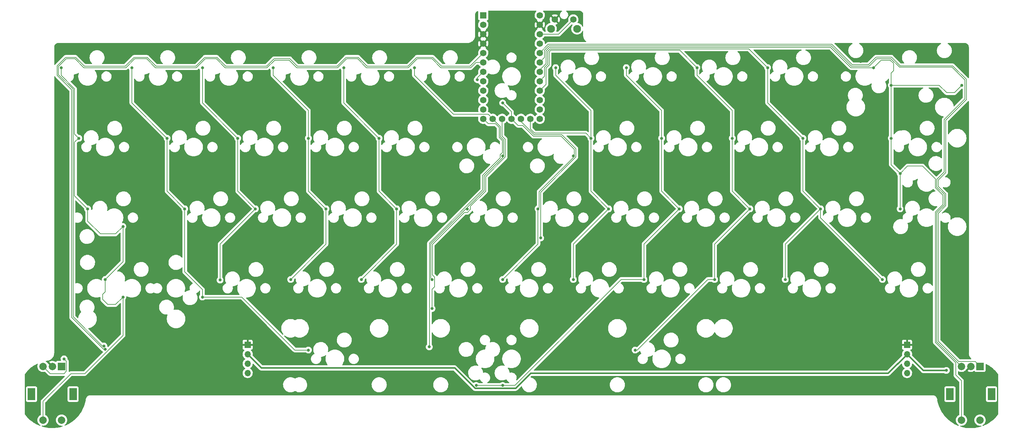
<source format=gtl>
G04 #@! TF.GenerationSoftware,KiCad,Pcbnew,(6.0.1-0)*
G04 #@! TF.CreationDate,2022-06-20T16:47:26-07:00*
G04 #@! TF.ProjectId,sketchy_v2,736b6574-6368-4795-9f76-322e6b696361,1*
G04 #@! TF.SameCoordinates,Original*
G04 #@! TF.FileFunction,Copper,L1,Top*
G04 #@! TF.FilePolarity,Positive*
%FSLAX46Y46*%
G04 Gerber Fmt 4.6, Leading zero omitted, Abs format (unit mm)*
G04 Created by KiCad (PCBNEW (6.0.1-0)) date 2022-06-20 16:47:26*
%MOMM*%
%LPD*%
G01*
G04 APERTURE LIST*
G04 #@! TA.AperFunction,ComponentPad*
%ADD10R,1.700000X1.700000*%
G04 #@! TD*
G04 #@! TA.AperFunction,ComponentPad*
%ADD11O,1.700000X1.700000*%
G04 #@! TD*
G04 #@! TA.AperFunction,ComponentPad*
%ADD12R,2.000000X2.000000*%
G04 #@! TD*
G04 #@! TA.AperFunction,ComponentPad*
%ADD13C,2.000000*%
G04 #@! TD*
G04 #@! TA.AperFunction,ComponentPad*
%ADD14R,2.000000X3.200000*%
G04 #@! TD*
G04 #@! TA.AperFunction,ComponentPad*
%ADD15R,1.752600X1.752600*%
G04 #@! TD*
G04 #@! TA.AperFunction,ComponentPad*
%ADD16C,1.752600*%
G04 #@! TD*
G04 #@! TA.AperFunction,ComponentPad*
%ADD17C,2.100000*%
G04 #@! TD*
G04 #@! TA.AperFunction,ComponentPad*
%ADD18C,1.750000*%
G04 #@! TD*
G04 #@! TA.AperFunction,ViaPad*
%ADD19C,0.800000*%
G04 #@! TD*
G04 #@! TA.AperFunction,Conductor*
%ADD20C,0.203200*%
G04 #@! TD*
G04 #@! TA.AperFunction,Conductor*
%ADD21C,0.381000*%
G04 #@! TD*
G04 APERTURE END LIST*
D10*
X255085750Y-121602500D03*
D11*
X255085750Y-124142500D03*
X255085750Y-126682500D03*
X255085750Y-129222500D03*
D12*
X274756250Y-127437500D03*
D13*
X269756250Y-127437500D03*
X272256250Y-127437500D03*
D14*
X277856250Y-134937500D03*
X266656250Y-134937500D03*
D13*
X269756250Y-141937500D03*
X274756250Y-141937500D03*
D12*
X27106250Y-127437500D03*
D13*
X22106250Y-127437500D03*
X24606250Y-127437500D03*
D14*
X30206250Y-134937500D03*
X19006250Y-134937500D03*
D13*
X22106250Y-141937500D03*
X27106250Y-141937500D03*
D10*
X77285750Y-121602500D03*
D11*
X77285750Y-124142500D03*
X77285750Y-126682500D03*
X77285750Y-129222500D03*
D15*
X140811250Y-32702500D03*
D16*
X140811250Y-35242500D03*
X140811250Y-37782500D03*
X140811250Y-40322500D03*
X140811250Y-42862500D03*
X140811250Y-45402500D03*
X140811250Y-47942500D03*
X140811250Y-50482500D03*
X140811250Y-53022500D03*
X140811250Y-55562500D03*
X140811250Y-58102500D03*
X140811250Y-60642500D03*
X156051250Y-60642500D03*
X156051250Y-58102500D03*
X156051250Y-55562500D03*
X156051250Y-53022500D03*
X156051250Y-50482500D03*
X156051250Y-47942500D03*
X156051250Y-45402500D03*
X156051250Y-42862500D03*
X156051250Y-40322500D03*
X156051250Y-37782500D03*
X156051250Y-35242500D03*
X156051250Y-32702500D03*
X143351250Y-60642500D03*
X145891250Y-60642500D03*
X148431250Y-60642500D03*
X150971250Y-60642500D03*
X153511250Y-60642500D03*
D17*
X166100000Y-36333750D03*
X159090000Y-36333750D03*
D18*
X165100000Y-33843750D03*
X160100000Y-33843750D03*
D19*
X156281250Y-92781250D03*
X126999989Y-111831250D03*
X126247621Y-122183621D03*
X227012500Y-65881250D03*
X217487500Y-46831250D03*
X222250000Y-103981250D03*
X248443750Y-103981250D03*
X231775000Y-84931250D03*
X253206250Y-75406250D03*
X269875000Y-51593750D03*
X246062500Y-46831250D03*
X253206250Y-84931250D03*
X250825000Y-65881250D03*
X250825000Y-51593750D03*
X38900179Y-122853491D03*
X38517684Y-121930072D03*
X265684000Y-128524000D03*
X27781250Y-125412500D03*
X139203397Y-50089253D03*
X31750000Y-65881250D03*
X26987500Y-46831250D03*
X34131250Y-84931250D03*
X43656250Y-108743750D03*
X38893750Y-103981250D03*
X43656250Y-89693750D03*
X60325000Y-84931250D03*
X93662500Y-123031250D03*
X55562500Y-65881250D03*
X65087500Y-108743750D03*
X46037500Y-46831250D03*
X69850000Y-104140000D03*
X65087500Y-46831250D03*
X79375000Y-84931250D03*
X74612500Y-65881250D03*
X98425000Y-84931250D03*
X88900000Y-103981250D03*
X93662500Y-65881250D03*
X84137500Y-46831250D03*
X112712500Y-65881250D03*
X117475000Y-84931250D03*
X103187500Y-46831250D03*
X107950000Y-103981250D03*
X127000000Y-103981250D03*
X122237500Y-46831250D03*
X136525000Y-84931250D03*
X146050000Y-70643750D03*
X146050000Y-103981250D03*
X155575000Y-84931250D03*
X165100000Y-70643750D03*
X146050000Y-56356250D03*
X169862500Y-65881250D03*
X174625000Y-84931250D03*
X165100000Y-103981250D03*
X160337500Y-46831250D03*
X138906250Y-132556250D03*
X184150000Y-103981250D03*
X179387500Y-46831250D03*
X188912500Y-65881250D03*
X146050000Y-132556250D03*
X193675000Y-84931250D03*
X212725000Y-84931250D03*
X181768750Y-123031250D03*
X203200000Y-103981250D03*
X207962500Y-65881250D03*
X198437500Y-46831250D03*
X269748000Y-42164000D03*
X252412500Y-43656250D03*
X268224000Y-55118000D03*
X119888000Y-125476000D03*
X271018000Y-57658000D03*
X119856250Y-43656250D03*
X81756250Y-44450000D03*
X39687500Y-53181250D03*
X72136000Y-70104000D03*
X163068000Y-58928000D03*
X257175000Y-58737500D03*
X154940000Y-124460000D03*
X53181250Y-84137500D03*
X133350000Y-52387500D03*
X109537500Y-43656250D03*
X22225000Y-131762500D03*
X163000000Y-38400000D03*
X100806250Y-50800000D03*
X259080000Y-131572000D03*
X62706250Y-50800000D03*
X33782000Y-54356000D03*
X150368000Y-57404000D03*
X52387500Y-44450000D03*
X27178000Y-42164000D03*
X269081250Y-108743750D03*
X242570000Y-45212000D03*
X40481250Y-115887500D03*
X215106250Y-51593750D03*
X177006250Y-50800000D03*
X110236000Y-70612000D03*
X59531250Y-134143750D03*
X165900000Y-44100000D03*
D20*
X156276111Y-92776111D02*
X156281250Y-92781250D01*
X150971250Y-61383482D02*
X154506488Y-64918720D01*
X165801111Y-70934161D02*
X156276111Y-80459161D01*
X150971250Y-60642500D02*
X150971250Y-61383482D01*
X154506488Y-64918720D02*
X162008252Y-64918720D01*
X156276111Y-80459161D02*
X156276111Y-92776111D01*
X162008252Y-64918720D02*
X165801111Y-68711579D01*
X165801111Y-68711579D02*
X165801111Y-70934161D01*
X146751111Y-70934161D02*
X146751111Y-66184279D01*
X127701111Y-105978889D02*
X127701111Y-103317111D01*
X146751111Y-66184279D02*
X145891250Y-65324418D01*
X137362629Y-85085143D02*
X137362629Y-84241163D01*
X141474799Y-80128993D02*
X141474799Y-76210473D01*
X126999989Y-111831250D02*
X126999989Y-106680011D01*
X136537876Y-85909896D02*
X137362629Y-85085143D01*
X126999989Y-106680011D02*
X127701111Y-105978889D01*
X127104329Y-102720329D02*
X127104329Y-94499463D01*
X137362629Y-84241163D02*
X141474799Y-80128993D01*
X127701111Y-103317111D02*
X127104329Y-102720329D01*
X135693896Y-85909896D02*
X136537876Y-85909896D01*
X127104329Y-94499463D02*
X135693896Y-85909896D01*
X141474799Y-76210473D02*
X146751111Y-70934161D01*
X145891250Y-65324418D02*
X145891250Y-60642500D01*
X140669359Y-75876849D02*
X145348889Y-71197319D01*
X140669359Y-79795369D02*
X140669359Y-75876849D01*
X126247621Y-122183621D02*
X126298889Y-122132353D01*
X145348889Y-71197319D02*
X145348889Y-70353339D01*
X145852228Y-69850000D02*
X145923000Y-69850000D01*
X126298889Y-94165839D02*
X140669359Y-79795369D01*
X145945671Y-69827329D02*
X145945671Y-66517903D01*
X145923000Y-69850000D02*
X145945671Y-69827329D01*
X144115218Y-61976000D02*
X142144750Y-61976000D01*
X145945671Y-66517903D02*
X145085810Y-65658042D01*
X142144750Y-61976000D02*
X140811250Y-60642500D01*
X145085810Y-65658042D02*
X145085810Y-62946592D01*
X145348889Y-70353339D02*
X145852228Y-69850000D01*
X126298889Y-122132353D02*
X126298889Y-94165839D01*
X145085810Y-62946592D02*
X144115218Y-61976000D01*
X157353000Y-46769118D02*
X157353000Y-49180750D01*
X158158440Y-45963678D02*
X157353000Y-46769118D01*
X231775000Y-84931250D02*
X222250000Y-94456250D01*
X158861066Y-41761280D02*
X158158440Y-42463906D01*
X227012500Y-80168750D02*
X231775000Y-84931250D01*
X158158440Y-42463906D02*
X158158440Y-45963678D01*
X222250000Y-94456250D02*
X222250000Y-103981250D01*
X217487500Y-56356250D02*
X227012500Y-65881250D01*
X231775000Y-87312500D02*
X248443750Y-103981250D01*
X227012500Y-65881250D02*
X227012500Y-80168750D01*
X217487500Y-46831250D02*
X217487500Y-56356250D01*
X231775000Y-84931250D02*
X231775000Y-87312500D01*
X157353000Y-49180750D02*
X156051250Y-50482500D01*
X212417530Y-41761280D02*
X158861066Y-41761280D01*
X217487500Y-46831250D02*
X212417530Y-41761280D01*
X246062500Y-46831250D02*
X248072371Y-44821379D01*
X262695021Y-85792979D02*
X262695021Y-120945803D01*
X253206250Y-75406250D02*
X253206250Y-84931250D01*
X248072371Y-44821379D02*
X250561379Y-44821379D01*
X264741121Y-83746879D02*
X262695021Y-85792979D01*
X250825000Y-73025000D02*
X253206250Y-75406250D01*
X267865129Y-53603621D02*
X269875000Y-51593750D01*
X158694254Y-41358560D02*
X234485440Y-41358560D01*
X251460000Y-47642388D02*
X250825000Y-48277388D01*
X259275241Y-73396379D02*
X262695021Y-76816159D01*
X264741121Y-81235079D02*
X264741121Y-83746879D01*
X157755720Y-42297094D02*
X158694254Y-41358560D01*
X250825000Y-65881250D02*
X250825000Y-73025000D01*
X262695021Y-79188979D02*
X264741121Y-81235079D01*
X156051250Y-47942500D02*
X156051250Y-47501336D01*
X268224000Y-129794000D02*
X269756250Y-131326250D01*
X262695021Y-76816159D02*
X262695021Y-79188979D01*
X262695021Y-120945803D02*
X268224000Y-126474782D01*
X255216121Y-73396379D02*
X259275241Y-73396379D01*
X157755720Y-45796866D02*
X157755720Y-42297094D01*
X250825000Y-51593750D02*
X250825000Y-65881250D01*
X269756250Y-131326250D02*
X269756250Y-141937500D01*
X251460000Y-45720000D02*
X251460000Y-47642388D01*
X253206250Y-75406250D02*
X255216121Y-73396379D01*
X265774489Y-53603621D02*
X267865129Y-53603621D01*
X250825000Y-48277388D02*
X250825000Y-51593750D01*
X250561379Y-44821379D02*
X251460000Y-45720000D01*
X156051250Y-47501336D02*
X157755720Y-45796866D01*
X239958130Y-46831250D02*
X246062500Y-46831250D01*
X234485440Y-41358560D02*
X239958130Y-46831250D01*
X268224000Y-126474782D02*
X268224000Y-129794000D01*
X263764618Y-51593750D02*
X265774489Y-53603621D01*
X250825000Y-51593750D02*
X263764618Y-51593750D01*
X103814438Y-44047280D02*
X101396959Y-46464759D01*
X68983444Y-44047280D02*
X65714438Y-44047280D01*
X129548062Y-46428530D02*
X127166812Y-44047280D01*
X82346959Y-46464759D02*
X71400923Y-46464759D01*
X25883669Y-46347581D02*
X25883669Y-48917981D01*
X71400923Y-46464759D02*
X68983444Y-44047280D01*
X46664438Y-44047280D02*
X44283188Y-46428530D01*
X107083444Y-44047280D02*
X103814438Y-44047280D01*
X120446959Y-46464759D02*
X109500923Y-46464759D01*
X101396959Y-46464759D02*
X90690541Y-46464759D01*
X50173062Y-44047280D02*
X46664438Y-44047280D01*
X29803659Y-52837971D02*
X29803659Y-114207569D01*
X33264694Y-46428530D02*
X30883444Y-44047280D01*
X44283188Y-46428530D02*
X33264694Y-46428530D01*
X38449581Y-122853491D02*
X38900179Y-122853491D01*
X30883444Y-44047280D02*
X28183970Y-44047280D01*
X84393059Y-44418659D02*
X82346959Y-46464759D01*
X63296959Y-46464759D02*
X52590541Y-46464759D01*
X52590541Y-46464759D02*
X50173062Y-44047280D01*
X65714438Y-44047280D02*
X63296959Y-46464759D01*
X137245220Y-46428530D02*
X136133970Y-46428530D01*
X140811250Y-42862500D02*
X137245220Y-46428530D01*
X136133970Y-46428530D02*
X129548062Y-46428530D01*
X28183970Y-44047280D02*
X25883669Y-46347581D01*
X90690541Y-46464759D02*
X88644441Y-44418659D01*
X122864438Y-44047280D02*
X120446959Y-46464759D01*
X88644441Y-44418659D02*
X84393059Y-44418659D01*
X127166812Y-44047280D02*
X122864438Y-44047280D01*
X29803659Y-114207569D02*
X38449581Y-122853491D01*
X25883669Y-48917981D02*
X29803659Y-52837971D01*
X109500923Y-46464759D02*
X107083444Y-44047280D01*
X46831250Y-44450000D02*
X44450000Y-46831250D01*
X26286389Y-46540839D02*
X26286389Y-48751169D01*
X38095710Y-121930072D02*
X38517684Y-121930072D01*
X103981250Y-44450000D02*
X101563771Y-46867479D01*
X63463771Y-46867479D02*
X52423729Y-46867479D01*
X129381250Y-46831250D02*
X127000000Y-44450000D01*
X88477629Y-44821379D02*
X84559871Y-44821379D01*
X30716632Y-44450000D02*
X28377228Y-44450000D01*
X123031250Y-44450000D02*
X120613771Y-46867479D01*
X50006250Y-44450000D02*
X46831250Y-44450000D01*
X101563771Y-46867479D02*
X90523729Y-46867479D01*
X109334111Y-46867479D02*
X106916632Y-44450000D01*
X30206379Y-52671159D02*
X30206379Y-114040741D01*
X120613771Y-46867479D02*
X109334111Y-46867479D01*
X137412032Y-46831250D02*
X136525000Y-46831250D01*
X28377228Y-44450000D02*
X26286389Y-46540839D01*
X68816632Y-44450000D02*
X65881250Y-44450000D01*
X52423729Y-46867479D02*
X50006250Y-44450000D01*
X30206379Y-114040741D02*
X38095710Y-121930072D01*
X65881250Y-44450000D02*
X63463771Y-46867479D01*
X26286389Y-48751169D02*
X30206379Y-52671159D01*
X82513771Y-46867479D02*
X71234111Y-46867479D01*
X84559871Y-44821379D02*
X82513771Y-46867479D01*
X90523729Y-46867479D02*
X88477629Y-44821379D01*
X106916632Y-44450000D02*
X103981250Y-44450000D01*
X138840782Y-45402500D02*
X137412032Y-46831250D01*
X71234111Y-46867479D02*
X68816632Y-44450000D01*
X33097882Y-46831250D02*
X30716632Y-44450000D01*
X140811250Y-45402500D02*
X138840782Y-45402500D01*
X44450000Y-46831250D02*
X33097882Y-46831250D01*
X127000000Y-44450000D02*
X123031250Y-44450000D01*
X136525000Y-46831250D02*
X129381250Y-46831250D01*
D21*
X265684000Y-128524000D02*
X259467250Y-128524000D01*
X259467250Y-128524000D02*
X255085750Y-124142500D01*
X153559454Y-129286000D02*
X249942250Y-129286000D01*
X249942250Y-129286000D02*
X255085750Y-124142500D01*
X80989671Y-127846421D02*
X133079176Y-127846421D01*
X149495454Y-133350000D02*
X153559454Y-129286000D01*
X138582755Y-133350000D02*
X149495454Y-133350000D01*
X133079176Y-127846421D02*
X138582755Y-133350000D01*
X77285750Y-124142500D02*
X80989671Y-127846421D01*
D20*
X27764722Y-129381250D02*
X24050000Y-129381250D01*
X27781250Y-125412500D02*
X28407361Y-126038611D01*
X24050000Y-129381250D02*
X22106250Y-127437500D01*
X28407361Y-126038611D02*
X28407361Y-128738611D01*
X28407361Y-128738611D02*
X27764722Y-129381250D01*
X246865871Y-44418659D02*
X250728191Y-44418659D01*
X253045532Y-46736000D02*
X267208000Y-46736000D01*
X270668750Y-55259362D02*
X265112500Y-60815612D01*
X157353000Y-42130282D02*
X158527442Y-40955840D01*
X263097741Y-77008259D02*
X263097741Y-79022167D01*
X267208000Y-46736000D02*
X270668750Y-50196750D01*
X263097741Y-79022167D02*
X265143841Y-81068267D01*
X263097741Y-85959791D02*
X263097741Y-120778991D01*
X265143841Y-81068267D02*
X265143841Y-83913691D01*
X265112500Y-60815612D02*
X265112500Y-74993500D01*
X244856000Y-46428530D02*
X246865871Y-44418659D01*
X265143841Y-83913691D02*
X263097741Y-85959791D01*
X263097741Y-120778991D02*
X269756250Y-127437500D01*
X270668750Y-50196750D02*
X270668750Y-55259362D01*
X250728191Y-44418659D02*
X253045532Y-46736000D01*
X234652252Y-40955840D02*
X240124942Y-46428530D01*
X158527442Y-40955840D02*
X234652252Y-40955840D01*
X156051250Y-45402500D02*
X157353000Y-44100750D01*
X265112500Y-74993500D02*
X263097741Y-77008259D01*
X240124942Y-46428530D02*
X244856000Y-46428530D01*
X157353000Y-44100750D02*
X157353000Y-42130282D01*
X273455139Y-126136389D02*
X274756250Y-127437500D01*
X158360630Y-40553120D02*
X234819064Y-40553120D01*
X269024671Y-126136389D02*
X273455139Y-126136389D01*
X265515220Y-60982424D02*
X265515220Y-75160312D01*
X265546561Y-80901455D02*
X265546561Y-84080503D01*
X263500461Y-86126603D02*
X263500461Y-120612179D01*
X156051250Y-42862500D02*
X158360630Y-40553120D01*
X263500461Y-77175071D02*
X263500461Y-78855355D01*
X265546561Y-84080503D02*
X263500461Y-86126603D01*
X267374812Y-46333280D02*
X271071470Y-50029938D01*
X240291754Y-46025810D02*
X244689188Y-46025810D01*
X244689188Y-46025810D02*
X246699059Y-44015939D01*
X253212344Y-46333280D02*
X267374812Y-46333280D01*
X263500461Y-120612179D02*
X269024671Y-126136389D01*
X271071470Y-50029938D02*
X271071470Y-55426174D01*
X263500461Y-78855355D02*
X265546561Y-80901455D01*
X271071470Y-55426174D02*
X265515220Y-60982424D01*
X246699059Y-44015939D02*
X250895003Y-44015939D01*
X234819064Y-40553120D02*
X240291754Y-46025810D01*
X265515220Y-75160312D02*
X263500461Y-77175071D01*
X250895003Y-44015939D02*
X253212344Y-46333280D01*
X26987500Y-46831250D02*
X26987500Y-48882748D01*
X22106250Y-141937500D02*
X22106250Y-136897750D01*
X31750000Y-65881250D02*
X31654750Y-65881250D01*
X43656250Y-89693750D02*
X43656250Y-99218750D01*
X29609529Y-129394471D02*
X33350721Y-129394471D01*
X139203397Y-49550353D02*
X139203397Y-50089253D01*
X38170681Y-109368563D02*
X38170681Y-108020681D01*
X37587259Y-91703621D02*
X41646379Y-91703621D01*
X38893750Y-107297612D02*
X38893750Y-103981250D01*
X43688000Y-108775500D02*
X43656250Y-108743750D01*
X43688000Y-119057192D02*
X43688000Y-108775500D01*
X34131250Y-88247612D02*
X37587259Y-91703621D01*
X38170681Y-108020681D02*
X38893750Y-107297612D01*
X43656250Y-108743750D02*
X41646379Y-110753621D01*
X140811250Y-47942500D02*
X139203397Y-49550353D01*
X22106250Y-136897750D02*
X29609529Y-129394471D01*
X39555739Y-110753621D02*
X38170681Y-109368563D01*
X31654750Y-65881250D02*
X30609099Y-66926901D01*
X43656250Y-99218750D02*
X38893750Y-103981250D01*
X30609099Y-52504347D02*
X30609099Y-64740349D01*
X41646379Y-110753621D02*
X39555739Y-110753621D01*
X34131250Y-84931250D02*
X34131250Y-88247612D01*
X26987500Y-48882748D02*
X30609099Y-52504347D01*
X30609099Y-81409099D02*
X34131250Y-84931250D01*
X33350721Y-129394471D02*
X43688000Y-119057192D01*
X41646379Y-91703621D02*
X43656250Y-89693750D01*
X30609099Y-64740349D02*
X31750000Y-65881250D01*
X30609099Y-66926901D02*
X30609099Y-81409099D01*
X46037500Y-56356250D02*
X55562500Y-65881250D01*
X65087500Y-108743750D02*
X75723750Y-108743750D01*
X55562500Y-80168750D02*
X60325000Y-84931250D01*
X90011250Y-123031250D02*
X93662500Y-123031250D01*
X60325000Y-84931250D02*
X60325000Y-101929752D01*
X75723750Y-108743750D02*
X90011250Y-123031250D01*
X55562500Y-65881250D02*
X55562500Y-80168750D01*
X65087500Y-106692252D02*
X65087500Y-108743750D01*
X46037500Y-46831250D02*
X46037500Y-56356250D01*
X60325000Y-101929752D02*
X65087500Y-106692252D01*
X69850000Y-94456250D02*
X69850000Y-104140000D01*
X74612500Y-65881250D02*
X74612500Y-80168750D01*
X65087500Y-56356250D02*
X74612500Y-65881250D01*
X79375000Y-84931250D02*
X69850000Y-94456250D01*
X65087500Y-46831250D02*
X65087500Y-56356250D01*
X74612500Y-80168750D02*
X79375000Y-84931250D01*
X93662500Y-58407748D02*
X93662500Y-65881250D01*
X84137500Y-46831250D02*
X84137500Y-48882748D01*
X84137500Y-48882748D02*
X93662500Y-58407748D01*
X93662500Y-65881250D02*
X93662500Y-80168750D01*
X93662500Y-80168750D02*
X98425000Y-84931250D01*
X98425000Y-84931250D02*
X98425000Y-94456250D01*
X98425000Y-94456250D02*
X88900000Y-103981250D01*
X112712500Y-80168750D02*
X117475000Y-84931250D01*
X117475000Y-84931250D02*
X117475000Y-94456250D01*
X117475000Y-94456250D02*
X107950000Y-103981250D01*
X103187500Y-56356250D02*
X112712500Y-65881250D01*
X112712500Y-65881250D02*
X112712500Y-80168750D01*
X103187500Y-46831250D02*
X103187500Y-56356250D01*
X136198260Y-84836000D02*
X126701609Y-94332651D01*
X136429750Y-84836000D02*
X136198260Y-84836000D01*
X141072079Y-79962181D02*
X136525000Y-84509260D01*
X132054376Y-58699624D02*
X122237500Y-48882748D01*
X146050000Y-71065740D02*
X141072079Y-76043661D01*
X145488530Y-65491230D02*
X145488530Y-62779780D01*
X145488530Y-62779780D02*
X143351250Y-60642500D01*
X146050000Y-70643750D02*
X146348391Y-70345359D01*
X142144750Y-59436000D02*
X132790752Y-59436000D01*
X122237500Y-48882748D02*
X122237500Y-46831250D01*
X132790752Y-59436000D02*
X132054376Y-58699624D01*
X143351250Y-60642500D02*
X142144750Y-59436000D01*
X141072079Y-76043661D02*
X141072079Y-79962181D01*
X146050000Y-70643750D02*
X146050000Y-71065740D01*
X146348391Y-66351091D02*
X145488530Y-65491230D01*
X136525000Y-84509260D02*
X136525000Y-84931250D01*
X126701609Y-103682859D02*
X127000000Y-103981250D01*
X136525000Y-84931250D02*
X136429750Y-84836000D01*
X146348391Y-70345359D02*
X146348391Y-66351091D01*
X126701609Y-94332651D02*
X126701609Y-103682859D01*
X155575000Y-94456250D02*
X146050000Y-103981250D01*
X155873391Y-80292349D02*
X155873391Y-84632859D01*
X161841440Y-65321440D02*
X155658560Y-65321440D01*
X154339676Y-65321440D02*
X151443118Y-62424882D01*
X148431250Y-58737500D02*
X146050000Y-56356250D01*
X165398391Y-68878391D02*
X161841440Y-65321440D01*
X165100000Y-71065740D02*
X155873391Y-80292349D01*
X155873391Y-84632859D02*
X155575000Y-84931250D01*
X155658560Y-65321440D02*
X154339676Y-65321440D01*
X165100000Y-70643750D02*
X165398391Y-70345359D01*
X155575000Y-84931250D02*
X155575000Y-94456250D01*
X151443118Y-62424882D02*
X150213632Y-62424882D01*
X150213632Y-62424882D02*
X148431250Y-60642500D01*
X148431250Y-60642500D02*
X148431250Y-58737500D01*
X165100000Y-70643750D02*
X165100000Y-71065740D01*
X165398391Y-70345359D02*
X165398391Y-68878391D01*
X154844750Y-64516000D02*
X156216000Y-64516000D01*
X153511250Y-60642500D02*
X153511250Y-63353950D01*
X165100000Y-94456250D02*
X174625000Y-84931250D01*
X154673300Y-64516000D02*
X157988000Y-64516000D01*
X168497250Y-64516000D02*
X169862500Y-65881250D01*
X160337500Y-48882748D02*
X169874752Y-58420000D01*
X169862500Y-65881250D02*
X169862500Y-80168750D01*
X169874752Y-65868998D02*
X169862500Y-65881250D01*
X160337500Y-46831250D02*
X160337500Y-48882748D01*
X169862500Y-80168750D02*
X174625000Y-84931250D01*
X169874752Y-58420000D02*
X169874752Y-65868998D01*
X156216000Y-64516000D02*
X157988000Y-64516000D01*
X153511250Y-63353950D02*
X154362150Y-64204850D01*
X154362150Y-64204850D02*
X154673300Y-64516000D01*
X165100000Y-103981250D02*
X165100000Y-94456250D01*
X157988000Y-64516000D02*
X168497250Y-64516000D01*
X184150000Y-94456250D02*
X184150000Y-103981250D01*
X179387500Y-48882748D02*
X188912500Y-58407748D01*
X179387500Y-46831250D02*
X179387500Y-48882748D01*
X188912500Y-58407748D02*
X188912500Y-65881250D01*
X193675000Y-84931250D02*
X184150000Y-94456250D01*
X146050000Y-132556250D02*
X138906250Y-132556250D01*
X177971002Y-103981250D02*
X149396002Y-132556250D01*
X188912500Y-80168750D02*
X193675000Y-84931250D01*
X188912500Y-65881250D02*
X188912500Y-80168750D01*
X149396002Y-132556250D02*
X146050000Y-132556250D01*
X184150000Y-103981250D02*
X177971002Y-103981250D01*
X158561160Y-46130490D02*
X158561160Y-42630718D01*
X201375868Y-103981250D02*
X182325868Y-123031250D01*
X198437500Y-46831250D02*
X198437500Y-48882748D01*
X207962500Y-80168750D02*
X212725000Y-84931250D01*
X156051250Y-53022500D02*
X157755720Y-51318030D01*
X207962500Y-58407748D02*
X207962500Y-65881250D01*
X198437500Y-48882748D02*
X207962500Y-58407748D01*
X182325868Y-123031250D02*
X181768750Y-123031250D01*
X203200000Y-94456250D02*
X203200000Y-103981250D01*
X212725000Y-84931250D02*
X203200000Y-94456250D01*
X157755720Y-51318030D02*
X157755720Y-46935930D01*
X157755720Y-46935930D02*
X158561160Y-46130490D01*
X203200000Y-103981250D02*
X201375868Y-103981250D01*
X158561160Y-42630718D02*
X159027878Y-42164000D01*
X159027878Y-42164000D02*
X193770250Y-42164000D01*
X207962500Y-65881250D02*
X207962500Y-80168750D01*
X193770250Y-42164000D02*
X198437500Y-46831250D01*
X162590875Y-36352875D02*
X165100000Y-33843750D01*
X156051250Y-37782500D02*
X161161250Y-37782500D01*
X161161250Y-37782500D02*
X162590875Y-36352875D01*
G04 #@! TA.AperFunction,Conductor*
G36*
X276450944Y-126802973D02*
G01*
X276901828Y-127048163D01*
X276908414Y-127052007D01*
X277377102Y-127344937D01*
X277383443Y-127349173D01*
X277833526Y-127669900D01*
X277839600Y-127674511D01*
X278110734Y-127893614D01*
X278269480Y-128021897D01*
X278275260Y-128026864D01*
X278683347Y-128399627D01*
X278688795Y-128404916D01*
X279073584Y-128801681D01*
X279078718Y-128807307D01*
X279254532Y-129012042D01*
X279438787Y-129226608D01*
X279443578Y-129232541D01*
X279660132Y-129517989D01*
X279685369Y-129584348D01*
X279685750Y-129594143D01*
X279685750Y-140283127D01*
X279665748Y-140351248D01*
X279660609Y-140358648D01*
X279428741Y-140668313D01*
X279423707Y-140674606D01*
X279387909Y-140716535D01*
X279048399Y-141114186D01*
X279043000Y-141120115D01*
X278640368Y-141534789D01*
X278634572Y-141540389D01*
X278206259Y-141928468D01*
X278200117Y-141933686D01*
X277973987Y-142113643D01*
X277749942Y-142291941D01*
X277747857Y-142293600D01*
X277741398Y-142298410D01*
X277267056Y-142628671D01*
X277260320Y-142633048D01*
X276765837Y-142932306D01*
X276758828Y-142936247D01*
X276251075Y-143200754D01*
X276246211Y-143203288D01*
X276238954Y-143206778D01*
X276131893Y-143254111D01*
X275710326Y-143440492D01*
X275702855Y-143443513D01*
X275604139Y-143479805D01*
X275533300Y-143484537D01*
X275471148Y-143450220D01*
X275437416Y-143387749D01*
X275442813Y-143316958D01*
X275485627Y-143260322D01*
X275494820Y-143254115D01*
X275645666Y-143161676D01*
X275801632Y-143028468D01*
X275822463Y-143010677D01*
X275826219Y-143007469D01*
X275980426Y-142826916D01*
X275983005Y-142822708D01*
X275983009Y-142822702D01*
X276101904Y-142628683D01*
X276104490Y-142624463D01*
X276106634Y-142619289D01*
X276193461Y-142409667D01*
X276193462Y-142409665D01*
X276195355Y-142405094D01*
X276223123Y-142289431D01*
X276249630Y-142179024D01*
X276249631Y-142179018D01*
X276250785Y-142174211D01*
X276269415Y-141937500D01*
X276250785Y-141700789D01*
X276195355Y-141469906D01*
X276117928Y-141282979D01*
X276106385Y-141255111D01*
X276106383Y-141255107D01*
X276104490Y-141250537D01*
X276101904Y-141246317D01*
X275983009Y-141052298D01*
X275983005Y-141052292D01*
X275980426Y-141048084D01*
X275826219Y-140867531D01*
X275645666Y-140713324D01*
X275641458Y-140710745D01*
X275641452Y-140710741D01*
X275447433Y-140591846D01*
X275443213Y-140589260D01*
X275438643Y-140587367D01*
X275438639Y-140587365D01*
X275228417Y-140500289D01*
X275228415Y-140500288D01*
X275223844Y-140498395D01*
X275096390Y-140467796D01*
X274997774Y-140444120D01*
X274997768Y-140444119D01*
X274992961Y-140442965D01*
X274756250Y-140424335D01*
X274519539Y-140442965D01*
X274514732Y-140444119D01*
X274514726Y-140444120D01*
X274416110Y-140467796D01*
X274288656Y-140498395D01*
X274284085Y-140500288D01*
X274284083Y-140500289D01*
X274073861Y-140587365D01*
X274073857Y-140587367D01*
X274069287Y-140589260D01*
X274065067Y-140591846D01*
X273871048Y-140710741D01*
X273871042Y-140710745D01*
X273866834Y-140713324D01*
X273686281Y-140867531D01*
X273532074Y-141048084D01*
X273529495Y-141052292D01*
X273529491Y-141052298D01*
X273410596Y-141246317D01*
X273408010Y-141250537D01*
X273406117Y-141255107D01*
X273406115Y-141255111D01*
X273394572Y-141282979D01*
X273317145Y-141469906D01*
X273261715Y-141700789D01*
X273243085Y-141937500D01*
X273261715Y-142174211D01*
X273262869Y-142179018D01*
X273262870Y-142179024D01*
X273289377Y-142289431D01*
X273317145Y-142405094D01*
X273319038Y-142409665D01*
X273319039Y-142409667D01*
X273405867Y-142619289D01*
X273408010Y-142624463D01*
X273410596Y-142628683D01*
X273529491Y-142822702D01*
X273529495Y-142822708D01*
X273532074Y-142826916D01*
X273686281Y-143007469D01*
X273690037Y-143010677D01*
X273710868Y-143028468D01*
X273866834Y-143161676D01*
X273871042Y-143164255D01*
X273871048Y-143164259D01*
X273972019Y-143226134D01*
X274069287Y-143285740D01*
X274073857Y-143287633D01*
X274073861Y-143287635D01*
X274247515Y-143359564D01*
X274288656Y-143376605D01*
X274368859Y-143395860D01*
X274514726Y-143430880D01*
X274514732Y-143430881D01*
X274519539Y-143432035D01*
X274756250Y-143450665D01*
X274761180Y-143450277D01*
X274988032Y-143432423D01*
X274988033Y-143432423D01*
X274989952Y-143432272D01*
X274989953Y-143432272D01*
X274992961Y-143432035D01*
X274993011Y-143432667D01*
X275059831Y-143441306D01*
X275114143Y-143487031D01*
X275135112Y-143554860D01*
X275116081Y-143623259D01*
X275063093Y-143670510D01*
X275044957Y-143677450D01*
X274728298Y-143771369D01*
X274598611Y-143809833D01*
X274590815Y-143811876D01*
X274027330Y-143940460D01*
X274019419Y-143942001D01*
X273578141Y-144013385D01*
X273448855Y-144034299D01*
X273440870Y-144035329D01*
X272865562Y-144090963D01*
X272857542Y-144091480D01*
X272279832Y-144110219D01*
X272271800Y-144110222D01*
X271694101Y-144091990D01*
X271686087Y-144091481D01*
X271384754Y-144062608D01*
X271110718Y-144036350D01*
X271102724Y-144035325D01*
X270532082Y-143943527D01*
X270524170Y-143941993D01*
X270489622Y-143934141D01*
X270309943Y-143893305D01*
X269960562Y-143813900D01*
X269952764Y-143811863D01*
X269511618Y-143681443D01*
X269451963Y-143642949D01*
X269422590Y-143578314D01*
X269432823Y-143508059D01*
X269479416Y-143454489D01*
X269547573Y-143434613D01*
X269557223Y-143435001D01*
X269756250Y-143450665D01*
X269992961Y-143432035D01*
X269997768Y-143430881D01*
X269997774Y-143430880D01*
X270143641Y-143395860D01*
X270223844Y-143376605D01*
X270264985Y-143359564D01*
X270438639Y-143287635D01*
X270438643Y-143287633D01*
X270443213Y-143285740D01*
X270540481Y-143226134D01*
X270641452Y-143164259D01*
X270641458Y-143164255D01*
X270645666Y-143161676D01*
X270801632Y-143028468D01*
X270822463Y-143010677D01*
X270826219Y-143007469D01*
X270980426Y-142826916D01*
X270983005Y-142822708D01*
X270983009Y-142822702D01*
X271101904Y-142628683D01*
X271104490Y-142624463D01*
X271106634Y-142619289D01*
X271193461Y-142409667D01*
X271193462Y-142409665D01*
X271195355Y-142405094D01*
X271223123Y-142289431D01*
X271249630Y-142179024D01*
X271249631Y-142179018D01*
X271250785Y-142174211D01*
X271269415Y-141937500D01*
X271250785Y-141700789D01*
X271195355Y-141469906D01*
X271117928Y-141282979D01*
X271106385Y-141255111D01*
X271106383Y-141255107D01*
X271104490Y-141250537D01*
X271101904Y-141246317D01*
X270983009Y-141052298D01*
X270983005Y-141052292D01*
X270980426Y-141048084D01*
X270826219Y-140867531D01*
X270645666Y-140713324D01*
X270641458Y-140710745D01*
X270641452Y-140710741D01*
X270447435Y-140591847D01*
X270447433Y-140591846D01*
X270443213Y-140589260D01*
X270438634Y-140587363D01*
X270435153Y-140585590D01*
X270383535Y-140536844D01*
X270366350Y-140473320D01*
X270366350Y-136585634D01*
X276347750Y-136585634D01*
X276354505Y-136647816D01*
X276405635Y-136784205D01*
X276492989Y-136900761D01*
X276609545Y-136988115D01*
X276745934Y-137039245D01*
X276808116Y-137046000D01*
X278904384Y-137046000D01*
X278966566Y-137039245D01*
X279102955Y-136988115D01*
X279219511Y-136900761D01*
X279306865Y-136784205D01*
X279357995Y-136647816D01*
X279364750Y-136585634D01*
X279364750Y-133289366D01*
X279357995Y-133227184D01*
X279306865Y-133090795D01*
X279219511Y-132974239D01*
X279102955Y-132886885D01*
X278966566Y-132835755D01*
X278904384Y-132829000D01*
X276808116Y-132829000D01*
X276745934Y-132835755D01*
X276609545Y-132886885D01*
X276492989Y-132974239D01*
X276405635Y-133090795D01*
X276354505Y-133227184D01*
X276347750Y-133289366D01*
X276347750Y-136585634D01*
X270366350Y-136585634D01*
X270366350Y-131401931D01*
X270366847Y-131391382D01*
X270368470Y-131384122D01*
X270366412Y-131318637D01*
X270366350Y-131314679D01*
X270366350Y-131287867D01*
X270365854Y-131283941D01*
X270365800Y-131283085D01*
X270364958Y-131272389D01*
X270363877Y-131237971D01*
X270363877Y-131237970D01*
X270363628Y-131230051D01*
X270361417Y-131222439D01*
X270361416Y-131222435D01*
X270358286Y-131211658D01*
X270354278Y-131192306D01*
X270354074Y-131190695D01*
X270351879Y-131173318D01*
X270336285Y-131133933D01*
X270332447Y-131122725D01*
X270320623Y-131082025D01*
X270316590Y-131075205D01*
X270316587Y-131075199D01*
X270310878Y-131065547D01*
X270302183Y-131047800D01*
X270295134Y-131029996D01*
X270290470Y-131023576D01*
X270290468Y-131023573D01*
X270270233Y-130995721D01*
X270263725Y-130985816D01*
X270242156Y-130949344D01*
X270228624Y-130935812D01*
X270215782Y-130920777D01*
X270204529Y-130905288D01*
X270171883Y-130878281D01*
X270163103Y-130870291D01*
X268871005Y-129578193D01*
X268836979Y-129515881D01*
X268834100Y-129489098D01*
X268834100Y-128866607D01*
X268854102Y-128798486D01*
X268907758Y-128751993D01*
X268978032Y-128741889D01*
X269025935Y-128759174D01*
X269045478Y-128771150D01*
X269069287Y-128785740D01*
X269073857Y-128787633D01*
X269073861Y-128787635D01*
X269284083Y-128874711D01*
X269288656Y-128876605D01*
X269331984Y-128887007D01*
X269514726Y-128930880D01*
X269514732Y-128930881D01*
X269519539Y-128932035D01*
X269756250Y-128950665D01*
X269992961Y-128932035D01*
X269997768Y-128930881D01*
X269997774Y-128930880D01*
X270180516Y-128887007D01*
X270223844Y-128876605D01*
X270228417Y-128874711D01*
X270438639Y-128787635D01*
X270438643Y-128787633D01*
X270443213Y-128785740D01*
X270467022Y-128771150D01*
X270641452Y-128664259D01*
X270641458Y-128664255D01*
X270645666Y-128661676D01*
X270826219Y-128507469D01*
X270840235Y-128491059D01*
X270965003Y-128344974D01*
X271010936Y-128311098D01*
X271032918Y-128301622D01*
X272167155Y-127167385D01*
X272229467Y-127133359D01*
X272300282Y-127138424D01*
X272345345Y-127167385D01*
X272526365Y-127348405D01*
X272560391Y-127410717D01*
X272555326Y-127481532D01*
X272526365Y-127526595D01*
X271395170Y-128657790D01*
X271388410Y-128670170D01*
X271394137Y-128677820D01*
X271565292Y-128782705D01*
X271574087Y-128787187D01*
X271784238Y-128874234D01*
X271793623Y-128877283D01*
X272014804Y-128930385D01*
X272024551Y-128931928D01*
X272251320Y-128949775D01*
X272261180Y-128949775D01*
X272487949Y-128931928D01*
X272497696Y-128930385D01*
X272718877Y-128877283D01*
X272728262Y-128874234D01*
X272938413Y-128787187D01*
X272947208Y-128782705D01*
X273145371Y-128661270D01*
X273146646Y-128663351D01*
X273203989Y-128642780D01*
X273273168Y-128658742D01*
X273312224Y-128692997D01*
X273383590Y-128788220D01*
X273392989Y-128800761D01*
X273509545Y-128888115D01*
X273645934Y-128939245D01*
X273708116Y-128946000D01*
X275804384Y-128946000D01*
X275866566Y-128939245D01*
X276002955Y-128888115D01*
X276119511Y-128800761D01*
X276206865Y-128684205D01*
X276257995Y-128547816D01*
X276264750Y-128485634D01*
X276264750Y-126913665D01*
X276284752Y-126845544D01*
X276338408Y-126799051D01*
X276408682Y-126788947D01*
X276450944Y-126802973D01*
G37*
G04 #@! TD.AperFunction*
G04 #@! TA.AperFunction,Conductor*
G36*
X226597430Y-41988662D02*
G01*
X226643923Y-42042318D01*
X226654027Y-42112592D01*
X226624533Y-42177172D01*
X226572403Y-42213061D01*
X226356469Y-42291654D01*
X226356465Y-42291656D01*
X226352324Y-42293163D01*
X226104308Y-42425036D01*
X226100749Y-42427622D01*
X226100747Y-42427623D01*
X225883347Y-42585573D01*
X225877058Y-42590142D01*
X225873894Y-42593198D01*
X225873891Y-42593200D01*
X225785114Y-42678931D01*
X225674998Y-42785269D01*
X225532907Y-42967138D01*
X225513809Y-42991583D01*
X225502062Y-43006618D01*
X225499866Y-43010422D01*
X225499861Y-43010429D01*
X225386044Y-43207567D01*
X225361614Y-43249881D01*
X225256388Y-43510324D01*
X225255323Y-43514597D01*
X225255322Y-43514599D01*
X225193366Y-43763092D01*
X225188433Y-43782876D01*
X225187974Y-43787244D01*
X225187973Y-43787249D01*
X225163075Y-44024146D01*
X225159072Y-44062233D01*
X225159225Y-44066621D01*
X225159225Y-44066627D01*
X225167435Y-44301716D01*
X225168875Y-44342958D01*
X225169637Y-44347281D01*
X225169638Y-44347288D01*
X225193414Y-44482124D01*
X225217652Y-44619587D01*
X225304453Y-44886735D01*
X225306381Y-44890688D01*
X225306383Y-44890693D01*
X225341635Y-44962970D01*
X225427590Y-45139202D01*
X225430045Y-45142841D01*
X225430048Y-45142847D01*
X225483003Y-45221356D01*
X225584665Y-45372076D01*
X225772621Y-45580822D01*
X225987800Y-45761379D01*
X226226014Y-45910231D01*
X226359734Y-45969767D01*
X226455938Y-46012600D01*
X226482625Y-46024482D01*
X226752640Y-46101907D01*
X226756990Y-46102518D01*
X226756993Y-46102519D01*
X226859940Y-46116987D01*
X227030802Y-46141000D01*
X227241396Y-46141000D01*
X227243582Y-46140847D01*
X227243586Y-46140847D01*
X227447077Y-46126618D01*
X227447082Y-46126617D01*
X227451462Y-46126311D01*
X227726220Y-46067909D01*
X227730349Y-46066406D01*
X227730353Y-46066405D01*
X227986031Y-45973346D01*
X227986035Y-45973344D01*
X227990176Y-45971837D01*
X228238192Y-45839964D01*
X228241753Y-45837377D01*
X228461879Y-45677447D01*
X228461882Y-45677444D01*
X228465442Y-45674858D01*
X228470732Y-45669750D01*
X228598238Y-45546618D01*
X228667502Y-45479731D01*
X228826098Y-45276737D01*
X228837731Y-45261847D01*
X228837732Y-45261846D01*
X228840438Y-45258382D01*
X228842634Y-45254578D01*
X228842639Y-45254571D01*
X228978685Y-45018931D01*
X228980886Y-45015119D01*
X229086112Y-44754676D01*
X229088308Y-44745869D01*
X229153003Y-44486393D01*
X229153004Y-44486388D01*
X229154067Y-44482124D01*
X229158941Y-44435755D01*
X229182969Y-44207136D01*
X229182969Y-44207133D01*
X229183428Y-44202767D01*
X229183275Y-44198373D01*
X229173779Y-43926439D01*
X229173778Y-43926433D01*
X229173625Y-43922042D01*
X229172796Y-43917337D01*
X229125610Y-43649736D01*
X229124848Y-43645413D01*
X229038047Y-43378265D01*
X229035980Y-43374026D01*
X228932123Y-43161090D01*
X228914910Y-43125798D01*
X228912455Y-43122159D01*
X228912452Y-43122153D01*
X228823817Y-42990747D01*
X228757835Y-42892924D01*
X228569879Y-42684178D01*
X228354700Y-42503621D01*
X228116486Y-42354769D01*
X227859875Y-42240518D01*
X227773599Y-42215779D01*
X227713630Y-42177775D01*
X227683728Y-42113383D01*
X227693385Y-42043046D01*
X227739537Y-41989097D01*
X227808329Y-41968660D01*
X234180539Y-41968660D01*
X234248660Y-41988662D01*
X234269634Y-42005565D01*
X239473202Y-47209133D01*
X239480318Y-47216951D01*
X239484304Y-47223233D01*
X239490084Y-47228661D01*
X239490085Y-47228662D01*
X239532077Y-47268095D01*
X239534919Y-47270850D01*
X239553865Y-47289796D01*
X239557004Y-47292231D01*
X239557654Y-47292804D01*
X239565785Y-47299751D01*
X239590889Y-47323324D01*
X239590892Y-47323326D01*
X239596672Y-47328754D01*
X239603617Y-47332572D01*
X239603620Y-47332574D01*
X239613450Y-47337978D01*
X239629977Y-47348834D01*
X239645096Y-47360562D01*
X239678329Y-47374943D01*
X239683965Y-47377382D01*
X239694626Y-47382604D01*
X239731752Y-47403015D01*
X239739431Y-47404987D01*
X239739432Y-47404987D01*
X239750291Y-47407775D01*
X239768996Y-47414179D01*
X239786564Y-47421781D01*
X239794396Y-47423021D01*
X239794401Y-47423023D01*
X239828409Y-47428410D01*
X239840022Y-47430814D01*
X239881056Y-47441350D01*
X239900193Y-47441350D01*
X239919904Y-47442901D01*
X239930984Y-47444656D01*
X239930986Y-47444656D01*
X239938814Y-47445896D01*
X239980990Y-47441909D01*
X239992849Y-47441350D01*
X241627640Y-47441350D01*
X241695761Y-47461352D01*
X241742254Y-47515008D01*
X241752358Y-47585282D01*
X241729576Y-47641410D01*
X241564226Y-47868996D01*
X241562319Y-47872465D01*
X241562317Y-47872468D01*
X241414731Y-48140927D01*
X241412534Y-48144923D01*
X241296620Y-48437687D01*
X241218314Y-48742670D01*
X241178850Y-49055062D01*
X241178850Y-49369938D01*
X241218314Y-49682330D01*
X241296620Y-49987313D01*
X241298073Y-49990982D01*
X241298073Y-49990983D01*
X241300854Y-49998007D01*
X241412534Y-50280077D01*
X241414436Y-50283536D01*
X241414437Y-50283539D01*
X241561134Y-50550379D01*
X241564226Y-50556004D01*
X241659125Y-50686622D01*
X241741461Y-50799947D01*
X241749305Y-50810744D01*
X241964852Y-51040278D01*
X242207468Y-51240987D01*
X242371640Y-51345174D01*
X242411603Y-51370535D01*
X242473326Y-51409706D01*
X242476905Y-51411390D01*
X242476912Y-51411394D01*
X242754644Y-51542084D01*
X242754648Y-51542086D01*
X242758234Y-51543773D01*
X243057698Y-51641075D01*
X243366996Y-51700077D01*
X243460550Y-51705963D01*
X243600608Y-51714775D01*
X243600624Y-51714776D01*
X243602603Y-51714900D01*
X243759897Y-51714900D01*
X243761876Y-51714776D01*
X243761892Y-51714775D01*
X243901950Y-51705963D01*
X243995504Y-51700077D01*
X244304802Y-51641075D01*
X244604266Y-51543773D01*
X244607852Y-51542086D01*
X244607856Y-51542084D01*
X244885588Y-51411394D01*
X244885595Y-51411390D01*
X244889174Y-51409706D01*
X244950898Y-51370535D01*
X244990860Y-51345174D01*
X245155032Y-51240987D01*
X245355837Y-51074867D01*
X245421074Y-51046857D01*
X245491099Y-51058564D01*
X245543679Y-51106271D01*
X245562119Y-51174831D01*
X245558409Y-51202434D01*
X245510371Y-51395104D01*
X245508433Y-51402876D01*
X245507974Y-51407244D01*
X245507973Y-51407249D01*
X245479813Y-51675184D01*
X245479072Y-51682233D01*
X245479225Y-51686621D01*
X245479225Y-51686627D01*
X245485331Y-51861462D01*
X245488875Y-51962958D01*
X245489637Y-51967281D01*
X245489638Y-51967288D01*
X245518451Y-52130694D01*
X245537652Y-52239587D01*
X245624453Y-52506735D01*
X245626381Y-52510688D01*
X245626383Y-52510693D01*
X245661635Y-52582970D01*
X245747590Y-52759202D01*
X245750045Y-52762841D01*
X245750048Y-52762847D01*
X245803003Y-52841356D01*
X245904665Y-52992076D01*
X246092621Y-53200822D01*
X246307800Y-53381379D01*
X246546014Y-53530231D01*
X246802625Y-53644482D01*
X247072640Y-53721907D01*
X247076990Y-53722518D01*
X247076993Y-53722519D01*
X247155342Y-53733530D01*
X247350802Y-53761000D01*
X247561396Y-53761000D01*
X247563582Y-53760847D01*
X247563586Y-53760847D01*
X247767077Y-53746618D01*
X247767082Y-53746617D01*
X247771462Y-53746311D01*
X248046220Y-53687909D01*
X248050349Y-53686406D01*
X248050353Y-53686405D01*
X248306031Y-53593346D01*
X248306035Y-53593344D01*
X248310176Y-53591837D01*
X248558192Y-53459964D01*
X248581786Y-53442822D01*
X248781879Y-53297447D01*
X248781882Y-53297444D01*
X248785442Y-53294858D01*
X248790732Y-53289750D01*
X248918238Y-53166618D01*
X248987502Y-53099731D01*
X249160438Y-52878382D01*
X249162634Y-52874578D01*
X249162639Y-52874571D01*
X249298685Y-52638931D01*
X249300886Y-52635119D01*
X249406112Y-52374676D01*
X249408308Y-52365869D01*
X249473003Y-52106393D01*
X249473004Y-52106388D01*
X249474067Y-52102124D01*
X249486153Y-51987138D01*
X249502969Y-51827136D01*
X249502969Y-51827133D01*
X249503428Y-51822767D01*
X249503275Y-51818373D01*
X249493779Y-51546439D01*
X249493778Y-51546433D01*
X249493625Y-51542042D01*
X249492688Y-51536725D01*
X249453598Y-51315036D01*
X249444848Y-51265413D01*
X249358047Y-50998265D01*
X249355980Y-50994026D01*
X249266586Y-50810744D01*
X249234910Y-50745798D01*
X249199916Y-50693917D01*
X249178406Y-50626257D01*
X249196890Y-50557709D01*
X249252624Y-50508577D01*
X249431667Y-50427924D01*
X249431670Y-50427923D01*
X249436528Y-50425734D01*
X249631291Y-50294612D01*
X249677491Y-50250540D01*
X249797320Y-50136228D01*
X249801177Y-50132549D01*
X249941328Y-49944179D01*
X249947550Y-49931943D01*
X249976583Y-49874838D01*
X250025287Y-49823180D01*
X250094187Y-49806054D01*
X250161408Y-49828897D01*
X250205609Y-49884456D01*
X250214900Y-49931943D01*
X250214900Y-50865237D01*
X250194898Y-50933358D01*
X250182536Y-50949547D01*
X250103441Y-51037391D01*
X250085960Y-51056806D01*
X249990473Y-51222194D01*
X249931458Y-51403822D01*
X249930768Y-51410383D01*
X249930768Y-51410385D01*
X249915952Y-51551354D01*
X249911496Y-51593750D01*
X249912186Y-51600315D01*
X249930671Y-51776186D01*
X249931458Y-51783678D01*
X249990473Y-51965306D01*
X249993776Y-51971028D01*
X249993777Y-51971029D01*
X250003078Y-51987138D01*
X250085960Y-52130694D01*
X250090378Y-52135601D01*
X250090379Y-52135602D01*
X250182536Y-52237953D01*
X250213254Y-52301960D01*
X250214900Y-52322263D01*
X250214900Y-65152737D01*
X250194898Y-65220858D01*
X250182536Y-65237047D01*
X250144867Y-65278883D01*
X250085960Y-65344306D01*
X249990473Y-65509694D01*
X249931458Y-65691322D01*
X249930768Y-65697883D01*
X249930768Y-65697885D01*
X249916470Y-65833925D01*
X249911496Y-65881250D01*
X249912186Y-65887815D01*
X249930302Y-66060175D01*
X249931458Y-66071178D01*
X249990473Y-66252806D01*
X249993776Y-66258528D01*
X249993777Y-66258529D01*
X250001881Y-66272566D01*
X250085960Y-66418194D01*
X250090378Y-66423101D01*
X250090379Y-66423102D01*
X250182536Y-66525453D01*
X250213254Y-66589460D01*
X250214900Y-66609763D01*
X250214900Y-72949322D01*
X250214402Y-72959874D01*
X250212781Y-72967128D01*
X250213952Y-73004396D01*
X250214838Y-73032595D01*
X250214900Y-73036552D01*
X250214900Y-73063383D01*
X250215396Y-73067310D01*
X250215453Y-73068216D01*
X250216292Y-73078860D01*
X250217622Y-73121199D01*
X250219834Y-73128812D01*
X250222964Y-73139586D01*
X250226972Y-73158943D01*
X250229371Y-73177932D01*
X250232291Y-73185307D01*
X250244964Y-73217318D01*
X250248808Y-73228545D01*
X250258415Y-73261609D01*
X250260628Y-73269225D01*
X250270374Y-73285705D01*
X250279065Y-73303445D01*
X250286116Y-73321254D01*
X250310558Y-73354896D01*
X250311020Y-73355532D01*
X250317536Y-73365452D01*
X250339095Y-73401906D01*
X250352622Y-73415433D01*
X250365463Y-73430467D01*
X250376721Y-73445962D01*
X250382829Y-73451015D01*
X250409372Y-73472973D01*
X250418152Y-73480963D01*
X252256531Y-75319343D01*
X252290557Y-75381655D01*
X252292971Y-75404111D01*
X252292746Y-75406250D01*
X252293436Y-75412815D01*
X252311380Y-75583539D01*
X252312708Y-75596178D01*
X252371723Y-75777806D01*
X252467210Y-75943194D01*
X252471628Y-75948101D01*
X252471629Y-75948102D01*
X252563786Y-76050453D01*
X252594504Y-76114460D01*
X252596150Y-76134763D01*
X252596150Y-84202737D01*
X252576148Y-84270858D01*
X252563786Y-84287047D01*
X252539674Y-84313826D01*
X252467210Y-84394306D01*
X252371723Y-84559694D01*
X252312708Y-84741322D01*
X252292746Y-84931250D01*
X252293436Y-84937814D01*
X252293436Y-84937815D01*
X252297719Y-84978561D01*
X252312708Y-85121178D01*
X252371723Y-85302806D01*
X252467210Y-85468194D01*
X252471628Y-85473101D01*
X252471629Y-85473102D01*
X252563786Y-85575453D01*
X252594997Y-85610116D01*
X252656938Y-85655119D01*
X252742743Y-85717460D01*
X252749498Y-85722368D01*
X252755526Y-85725052D01*
X252755528Y-85725053D01*
X252917931Y-85797359D01*
X252923962Y-85800044D01*
X253017362Y-85819897D01*
X253104306Y-85838378D01*
X253104311Y-85838378D01*
X253110763Y-85839750D01*
X253301737Y-85839750D01*
X253308189Y-85838378D01*
X253308194Y-85838378D01*
X253395138Y-85819897D01*
X253488538Y-85800044D01*
X253494569Y-85797359D01*
X253656972Y-85725053D01*
X253656974Y-85725052D01*
X253663002Y-85722368D01*
X253669758Y-85717460D01*
X253755562Y-85655119D01*
X253817503Y-85610116D01*
X253848714Y-85575453D01*
X253940871Y-85473102D01*
X253940872Y-85473101D01*
X253945290Y-85468194D01*
X254040777Y-85302806D01*
X254099792Y-85121178D01*
X254114782Y-84978561D01*
X254119064Y-84937815D01*
X254119064Y-84937814D01*
X254119754Y-84931250D01*
X254099792Y-84741322D01*
X254040777Y-84559694D01*
X253945290Y-84394306D01*
X253872826Y-84313826D01*
X253848714Y-84287047D01*
X253817996Y-84223040D01*
X253816350Y-84202737D01*
X253816350Y-78509410D01*
X253836352Y-78441289D01*
X253890008Y-78394796D01*
X253960282Y-78384692D01*
X254024862Y-78414186D01*
X254050069Y-78444044D01*
X254124064Y-78565983D01*
X254148104Y-78605600D01*
X254301985Y-78782932D01*
X254306117Y-78786320D01*
X254479416Y-78928417D01*
X254479422Y-78928421D01*
X254483544Y-78931801D01*
X254488180Y-78934440D01*
X254488183Y-78934442D01*
X254599408Y-78997755D01*
X254687590Y-79047951D01*
X254908289Y-79128061D01*
X254913538Y-79129010D01*
X254913541Y-79129011D01*
X254994615Y-79143671D01*
X255139330Y-79169840D01*
X255143469Y-79170035D01*
X255143476Y-79170036D01*
X255162440Y-79170930D01*
X255162449Y-79170930D01*
X255163929Y-79171000D01*
X255328950Y-79171000D01*
X255410299Y-79164097D01*
X255498637Y-79156602D01*
X255498641Y-79156601D01*
X255503948Y-79156151D01*
X255509103Y-79154813D01*
X255509109Y-79154812D01*
X255726035Y-79098509D01*
X255726034Y-79098509D01*
X255731206Y-79097167D01*
X255736072Y-79094975D01*
X255736075Y-79094974D01*
X255940417Y-79002924D01*
X255940420Y-79002923D01*
X255945278Y-79000734D01*
X256140041Y-78869612D01*
X256309927Y-78707549D01*
X256450078Y-78519179D01*
X256489680Y-78441289D01*
X256554069Y-78314644D01*
X256554069Y-78314643D01*
X256556487Y-78309888D01*
X256626111Y-78085660D01*
X256656961Y-77852907D01*
X256648152Y-77618284D01*
X256602373Y-77400102D01*
X256607960Y-77329326D01*
X256650925Y-77272805D01*
X256716898Y-77248535D01*
X256750355Y-77246196D01*
X256815828Y-77241618D01*
X256815834Y-77241617D01*
X256820212Y-77241311D01*
X257094970Y-77182909D01*
X257099099Y-77181406D01*
X257099103Y-77181405D01*
X257354781Y-77088346D01*
X257354785Y-77088344D01*
X257358926Y-77086837D01*
X257606942Y-76954964D01*
X257791327Y-76821001D01*
X257858195Y-76797142D01*
X257927347Y-76813223D01*
X257976827Y-76864137D01*
X257990926Y-76933720D01*
X257982540Y-76969320D01*
X257965370Y-77012687D01*
X257887064Y-77317670D01*
X257847600Y-77630062D01*
X257847600Y-77944938D01*
X257887064Y-78257330D01*
X257965370Y-78562313D01*
X258081284Y-78855077D01*
X258083186Y-78858536D01*
X258083187Y-78858539D01*
X258215112Y-79098509D01*
X258232976Y-79131004D01*
X258418055Y-79385744D01*
X258633602Y-79615278D01*
X258876218Y-79815987D01*
X259142076Y-79984706D01*
X259145655Y-79986390D01*
X259145662Y-79986394D01*
X259423394Y-80117084D01*
X259423398Y-80117086D01*
X259426984Y-80118773D01*
X259726448Y-80216075D01*
X260035746Y-80275077D01*
X260128682Y-80280924D01*
X260269358Y-80289775D01*
X260269374Y-80289776D01*
X260271353Y-80289900D01*
X260428647Y-80289900D01*
X260430626Y-80289776D01*
X260430642Y-80289775D01*
X260571318Y-80280924D01*
X260664254Y-80275077D01*
X260973552Y-80216075D01*
X261273016Y-80118773D01*
X261276602Y-80117086D01*
X261276606Y-80117084D01*
X261554338Y-79986394D01*
X261554345Y-79986390D01*
X261557924Y-79984706D01*
X261823782Y-79815987D01*
X262066398Y-79615278D01*
X262069109Y-79612391D01*
X262071995Y-79609681D01*
X262072956Y-79610705D01*
X262129117Y-79577706D01*
X262200057Y-79580543D01*
X262246417Y-79610334D01*
X262246742Y-79609941D01*
X262249704Y-79612391D01*
X262252844Y-79614989D01*
X262252846Y-79614991D01*
X262279393Y-79636952D01*
X262288173Y-79644942D01*
X262670123Y-80026892D01*
X262704149Y-80089204D01*
X262699084Y-80160019D01*
X262656537Y-80216855D01*
X262607226Y-80239234D01*
X262335030Y-80297091D01*
X262330901Y-80298594D01*
X262330897Y-80298595D01*
X262075219Y-80391654D01*
X262075215Y-80391656D01*
X262071074Y-80393163D01*
X261823058Y-80525036D01*
X261819499Y-80527622D01*
X261819497Y-80527623D01*
X261616695Y-80674967D01*
X261595808Y-80690142D01*
X261592644Y-80693198D01*
X261592641Y-80693200D01*
X261535353Y-80748523D01*
X261393748Y-80885269D01*
X261220812Y-81106618D01*
X261218616Y-81110422D01*
X261218611Y-81110429D01*
X261104794Y-81307568D01*
X261080364Y-81349881D01*
X260975138Y-81610324D01*
X260974073Y-81614597D01*
X260974072Y-81614599D01*
X260940379Y-81749736D01*
X260907183Y-81882876D01*
X260877822Y-82162233D01*
X260887625Y-82442958D01*
X260888387Y-82447281D01*
X260888388Y-82447288D01*
X260912164Y-82582124D01*
X260936402Y-82719587D01*
X261023203Y-82986735D01*
X261025131Y-82990688D01*
X261025133Y-82990693D01*
X261027121Y-82994769D01*
X261146340Y-83239202D01*
X261148795Y-83242841D01*
X261148798Y-83242847D01*
X261201753Y-83321356D01*
X261303415Y-83472076D01*
X261491371Y-83680822D01*
X261706550Y-83861379D01*
X261944764Y-84010231D01*
X262078484Y-84069767D01*
X262188454Y-84118729D01*
X262201375Y-84124482D01*
X262471390Y-84201907D01*
X262475740Y-84202518D01*
X262475743Y-84202519D01*
X262578690Y-84216987D01*
X262749552Y-84241000D01*
X262960146Y-84241000D01*
X262962331Y-84240847D01*
X262962337Y-84240847D01*
X263079889Y-84232627D01*
X263149239Y-84247829D01*
X263199361Y-84298110D01*
X263214343Y-84367508D01*
X263189426Y-84433989D01*
X263177773Y-84447415D01*
X262317129Y-85308059D01*
X262309316Y-85315169D01*
X262303038Y-85319153D01*
X262297612Y-85324932D01*
X262297611Y-85324932D01*
X262258191Y-85366910D01*
X262255436Y-85369752D01*
X262236474Y-85388714D01*
X262234048Y-85391841D01*
X262233483Y-85392482D01*
X262226515Y-85400640D01*
X262197517Y-85431521D01*
X262196286Y-85430365D01*
X262147566Y-85467936D01*
X262076831Y-85474014D01*
X262021537Y-85447610D01*
X261823782Y-85284013D01*
X261557924Y-85115294D01*
X261554345Y-85113610D01*
X261554338Y-85113606D01*
X261276606Y-84982916D01*
X261276602Y-84982914D01*
X261273016Y-84981227D01*
X260973552Y-84883925D01*
X260664254Y-84824923D01*
X260570700Y-84819037D01*
X260430642Y-84810225D01*
X260430626Y-84810224D01*
X260428647Y-84810100D01*
X260271353Y-84810100D01*
X260269374Y-84810224D01*
X260269358Y-84810225D01*
X260129300Y-84819037D01*
X260035746Y-84824923D01*
X259726448Y-84883925D01*
X259426984Y-84981227D01*
X259423398Y-84982914D01*
X259423394Y-84982916D01*
X259145662Y-85113606D01*
X259145655Y-85113610D01*
X259142076Y-85115294D01*
X258876218Y-85284013D01*
X258697911Y-85431521D01*
X258675413Y-85450133D01*
X258610176Y-85478143D01*
X258540151Y-85466436D01*
X258487571Y-85418729D01*
X258469131Y-85350169D01*
X258472841Y-85322566D01*
X258521753Y-85126393D01*
X258521754Y-85126388D01*
X258522817Y-85122124D01*
X258523607Y-85114615D01*
X258551719Y-84847136D01*
X258551719Y-84847133D01*
X258552178Y-84842767D01*
X258551555Y-84824923D01*
X258542529Y-84566439D01*
X258542528Y-84566433D01*
X258542375Y-84562042D01*
X258532592Y-84506556D01*
X258510630Y-84382006D01*
X258493598Y-84285413D01*
X258406797Y-84018265D01*
X258403750Y-84012016D01*
X258344180Y-83889881D01*
X258283660Y-83765798D01*
X258281205Y-83762159D01*
X258281202Y-83762153D01*
X258160218Y-83582787D01*
X258126585Y-83532924D01*
X257938629Y-83324178D01*
X257723450Y-83143621D01*
X257485236Y-82994769D01*
X257228625Y-82880518D01*
X256958610Y-82803093D01*
X256954260Y-82802482D01*
X256954257Y-82802481D01*
X256851310Y-82788013D01*
X256680448Y-82764000D01*
X256469854Y-82764000D01*
X256467668Y-82764153D01*
X256467664Y-82764153D01*
X256264173Y-82778382D01*
X256264168Y-82778383D01*
X256259788Y-82778689D01*
X255985030Y-82837091D01*
X255980901Y-82838594D01*
X255980897Y-82838595D01*
X255725219Y-82931654D01*
X255725215Y-82931656D01*
X255721074Y-82933163D01*
X255473058Y-83065036D01*
X255469499Y-83067622D01*
X255469497Y-83067623D01*
X255364895Y-83143621D01*
X255245808Y-83230142D01*
X255242644Y-83233198D01*
X255242641Y-83233200D01*
X255153865Y-83318931D01*
X255043748Y-83425269D01*
X254870812Y-83646618D01*
X254868616Y-83650422D01*
X254868611Y-83650429D01*
X254795278Y-83777447D01*
X254730364Y-83889881D01*
X254625138Y-84150324D01*
X254624073Y-84154597D01*
X254624072Y-84154599D01*
X254562881Y-84400024D01*
X254557183Y-84422876D01*
X254556724Y-84427244D01*
X254556723Y-84427249D01*
X254542094Y-84566439D01*
X254527822Y-84702233D01*
X254527975Y-84706621D01*
X254527975Y-84706627D01*
X254537357Y-84975282D01*
X254537625Y-84982958D01*
X254538387Y-84987281D01*
X254538388Y-84987288D01*
X254561997Y-85121178D01*
X254586402Y-85259587D01*
X254673203Y-85526735D01*
X254675131Y-85530688D01*
X254675133Y-85530693D01*
X254715765Y-85613999D01*
X254796340Y-85779202D01*
X254825492Y-85822421D01*
X254831334Y-85831083D01*
X254852844Y-85898743D01*
X254834360Y-85967291D01*
X254778627Y-86016423D01*
X254703584Y-86050227D01*
X254599583Y-86097076D01*
X254599580Y-86097077D01*
X254594722Y-86099266D01*
X254399959Y-86230388D01*
X254230073Y-86392451D01*
X254226891Y-86396728D01*
X254226890Y-86396729D01*
X254206692Y-86423876D01*
X254089922Y-86580821D01*
X254087506Y-86585572D01*
X254087504Y-86585576D01*
X253996078Y-86765398D01*
X253983513Y-86790112D01*
X253913889Y-87014340D01*
X253913188Y-87019629D01*
X253886203Y-87223225D01*
X253883039Y-87247093D01*
X253891848Y-87481716D01*
X253892943Y-87486934D01*
X253912367Y-87579509D01*
X253906780Y-87650285D01*
X253863815Y-87706806D01*
X253797113Y-87731125D01*
X253771516Y-87730157D01*
X253605361Y-87706806D01*
X253507126Y-87693000D01*
X253294024Y-87693000D01*
X253291839Y-87693153D01*
X253291833Y-87693153D01*
X253085825Y-87707558D01*
X253085820Y-87707559D01*
X253081440Y-87707865D01*
X252803399Y-87766965D01*
X252799268Y-87768469D01*
X252799263Y-87768470D01*
X252652012Y-87822065D01*
X252536289Y-87864185D01*
X252532402Y-87866252D01*
X252289201Y-87995563D01*
X252289195Y-87995567D01*
X252285309Y-87997633D01*
X252281749Y-88000219D01*
X252281745Y-88000222D01*
X252058907Y-88162124D01*
X252055344Y-88164713D01*
X252052180Y-88167769D01*
X252052177Y-88167771D01*
X251854032Y-88359117D01*
X251854029Y-88359121D01*
X251850870Y-88362171D01*
X251675867Y-88586165D01*
X251612440Y-88696023D01*
X251548229Y-88807240D01*
X251533740Y-88832335D01*
X251532090Y-88836419D01*
X251532087Y-88836425D01*
X251428907Y-89091807D01*
X251427258Y-89095889D01*
X251426194Y-89100158D01*
X251426193Y-89100160D01*
X251399737Y-89206271D01*
X251358491Y-89371698D01*
X251358032Y-89376068D01*
X251358031Y-89376072D01*
X251343914Y-89510385D01*
X251328778Y-89654394D01*
X251328931Y-89658782D01*
X251328931Y-89658788D01*
X251338272Y-89926267D01*
X251338698Y-89938473D01*
X251339460Y-89942796D01*
X251339461Y-89942803D01*
X251362071Y-90071029D01*
X251388058Y-90218407D01*
X251389413Y-90222578D01*
X251389415Y-90222585D01*
X251446635Y-90398689D01*
X251475897Y-90488747D01*
X251477825Y-90492700D01*
X251477827Y-90492705D01*
X251483328Y-90503983D01*
X251600505Y-90744231D01*
X251602960Y-90747870D01*
X251602963Y-90747876D01*
X251756997Y-90976241D01*
X251757002Y-90976248D01*
X251759457Y-90979887D01*
X251762401Y-90983156D01*
X251762402Y-90983158D01*
X251860472Y-91092076D01*
X251949659Y-91191128D01*
X252167409Y-91373842D01*
X252408469Y-91524473D01*
X252668147Y-91640089D01*
X252941388Y-91718440D01*
X252945738Y-91719051D01*
X252945741Y-91719052D01*
X253050217Y-91733735D01*
X253222874Y-91758000D01*
X253435976Y-91758000D01*
X253438161Y-91757847D01*
X253438167Y-91757847D01*
X253644175Y-91743442D01*
X253644180Y-91743441D01*
X253648560Y-91743135D01*
X253926601Y-91684035D01*
X253930732Y-91682531D01*
X253930737Y-91682530D01*
X254077988Y-91628935D01*
X254193711Y-91586815D01*
X254330730Y-91513961D01*
X254440799Y-91455437D01*
X254440805Y-91455433D01*
X254444691Y-91453367D01*
X254448251Y-91450781D01*
X254448255Y-91450778D01*
X254671093Y-91288876D01*
X254671096Y-91288874D01*
X254674656Y-91286287D01*
X254677823Y-91283229D01*
X254875968Y-91091883D01*
X254875971Y-91091879D01*
X254879130Y-91088829D01*
X255054133Y-90864835D01*
X255157941Y-90685036D01*
X255194055Y-90622485D01*
X255194058Y-90622480D01*
X255196260Y-90618665D01*
X255197910Y-90614581D01*
X255197913Y-90614575D01*
X255301093Y-90359193D01*
X255301094Y-90359190D01*
X255302742Y-90355111D01*
X255307691Y-90335264D01*
X255370444Y-90083573D01*
X255371509Y-90079302D01*
X255391411Y-89889956D01*
X255400763Y-89800975D01*
X255400763Y-89800972D01*
X255401222Y-89796606D01*
X255400874Y-89786627D01*
X255391456Y-89516924D01*
X255391455Y-89516917D01*
X255391302Y-89512527D01*
X255390431Y-89507582D01*
X255342704Y-89236916D01*
X255341942Y-89232593D01*
X255340587Y-89228422D01*
X255340585Y-89228415D01*
X255255464Y-88966442D01*
X255254103Y-88962253D01*
X255228981Y-88910744D01*
X255212637Y-88877235D01*
X255200753Y-88807240D01*
X255228597Y-88741931D01*
X255287329Y-88702044D01*
X255323631Y-88696353D01*
X255323621Y-88696113D01*
X255325735Y-88696023D01*
X255325885Y-88696000D01*
X255328950Y-88696000D01*
X255410299Y-88689097D01*
X255498637Y-88681602D01*
X255498641Y-88681601D01*
X255503948Y-88681151D01*
X255509103Y-88679813D01*
X255509109Y-88679812D01*
X255700529Y-88630129D01*
X255731206Y-88622167D01*
X255736072Y-88619975D01*
X255736075Y-88619974D01*
X255940417Y-88527924D01*
X255940420Y-88527923D01*
X255945278Y-88525734D01*
X256140041Y-88394612D01*
X256149627Y-88385468D01*
X256237672Y-88301477D01*
X256309927Y-88232549D01*
X256450078Y-88044179D01*
X256473744Y-87997633D01*
X256554069Y-87839644D01*
X256554069Y-87839643D01*
X256556487Y-87834888D01*
X256626111Y-87610660D01*
X256643202Y-87481716D01*
X256656261Y-87383190D01*
X256656261Y-87383187D01*
X256656961Y-87377907D01*
X256648152Y-87143284D01*
X256630633Y-87059788D01*
X256602373Y-86925102D01*
X256607960Y-86854326D01*
X256650925Y-86797805D01*
X256716898Y-86773535D01*
X256750355Y-86771196D01*
X256815828Y-86766618D01*
X256815834Y-86766617D01*
X256820212Y-86766311D01*
X257094970Y-86707909D01*
X257099099Y-86706406D01*
X257099103Y-86706405D01*
X257354781Y-86613346D01*
X257354785Y-86613344D01*
X257358926Y-86611837D01*
X257606942Y-86479964D01*
X257645849Y-86451697D01*
X257741401Y-86382274D01*
X257791327Y-86346001D01*
X257858195Y-86322142D01*
X257927347Y-86338223D01*
X257976827Y-86389137D01*
X257990926Y-86458720D01*
X257982540Y-86494320D01*
X257965370Y-86537687D01*
X257887064Y-86842670D01*
X257847600Y-87155062D01*
X257847600Y-87469938D01*
X257887064Y-87782330D01*
X257965370Y-88087313D01*
X258081284Y-88380077D01*
X258083186Y-88383536D01*
X258083187Y-88383539D01*
X258230154Y-88650870D01*
X258232976Y-88656004D01*
X258327875Y-88786622D01*
X258410211Y-88899947D01*
X258418055Y-88910744D01*
X258633602Y-89140278D01*
X258876218Y-89340987D01*
X259142076Y-89509706D01*
X259145655Y-89511390D01*
X259145662Y-89511394D01*
X259423394Y-89642084D01*
X259423398Y-89642086D01*
X259426984Y-89643773D01*
X259430756Y-89644999D01*
X259430757Y-89644999D01*
X259459672Y-89654394D01*
X259726448Y-89741075D01*
X260035746Y-89800077D01*
X260129300Y-89805963D01*
X260269358Y-89814775D01*
X260269374Y-89814776D01*
X260271353Y-89814900D01*
X260428647Y-89814900D01*
X260430626Y-89814776D01*
X260430642Y-89814775D01*
X260570700Y-89805963D01*
X260664254Y-89800077D01*
X260973552Y-89741075D01*
X261240328Y-89654394D01*
X261269243Y-89644999D01*
X261269244Y-89644999D01*
X261273016Y-89643773D01*
X261276602Y-89642086D01*
X261276606Y-89642084D01*
X261554338Y-89511394D01*
X261554345Y-89511390D01*
X261557924Y-89509706D01*
X261823782Y-89340987D01*
X261878605Y-89295633D01*
X261943844Y-89267623D01*
X262013869Y-89279330D01*
X262066448Y-89327037D01*
X262084921Y-89392718D01*
X262084921Y-105580887D01*
X262064919Y-105649008D01*
X262011263Y-105695501D01*
X261940989Y-105705605D01*
X261876409Y-105676111D01*
X261851202Y-105646252D01*
X261792167Y-105548966D01*
X261792165Y-105548964D01*
X261789396Y-105544400D01*
X261635515Y-105367068D01*
X261625438Y-105358806D01*
X261458084Y-105221583D01*
X261458078Y-105221579D01*
X261453956Y-105218199D01*
X261449320Y-105215560D01*
X261449317Y-105215558D01*
X261254553Y-105104692D01*
X261249910Y-105102049D01*
X261029211Y-105021939D01*
X261023962Y-105020990D01*
X261023959Y-105020989D01*
X260941670Y-105006109D01*
X260798170Y-104980160D01*
X260794031Y-104979965D01*
X260794024Y-104979964D01*
X260775060Y-104979070D01*
X260775051Y-104979070D01*
X260773571Y-104979000D01*
X260608550Y-104979000D01*
X260527201Y-104985903D01*
X260438863Y-104993398D01*
X260438859Y-104993399D01*
X260433552Y-104993849D01*
X260428397Y-104995187D01*
X260428391Y-104995188D01*
X260317422Y-105023990D01*
X260206294Y-105052833D01*
X260201428Y-105055025D01*
X260201425Y-105055026D01*
X259997083Y-105147076D01*
X259997080Y-105147077D01*
X259992222Y-105149266D01*
X259797459Y-105280388D01*
X259627573Y-105442451D01*
X259487422Y-105630821D01*
X259485006Y-105635572D01*
X259485004Y-105635576D01*
X259407048Y-105788904D01*
X259381013Y-105840112D01*
X259311389Y-106064340D01*
X259310688Y-106069629D01*
X259293592Y-106198616D01*
X259280539Y-106297093D01*
X259289348Y-106531716D01*
X259292595Y-106547189D01*
X259315294Y-106655371D01*
X259337562Y-106761501D01*
X259423802Y-106979877D01*
X259545604Y-107180600D01*
X259699485Y-107357932D01*
X259703617Y-107361320D01*
X259876916Y-107503417D01*
X259876922Y-107503421D01*
X259881044Y-107506801D01*
X259885680Y-107509440D01*
X259885683Y-107509442D01*
X259966190Y-107555269D01*
X260085090Y-107622951D01*
X260305789Y-107703061D01*
X260311038Y-107704010D01*
X260311041Y-107704011D01*
X260392115Y-107718671D01*
X260536830Y-107744840D01*
X260540969Y-107745035D01*
X260540976Y-107745036D01*
X260559940Y-107745930D01*
X260559949Y-107745930D01*
X260561429Y-107746000D01*
X260726450Y-107746000D01*
X260807799Y-107739097D01*
X260896137Y-107731602D01*
X260896141Y-107731601D01*
X260901448Y-107731151D01*
X260906603Y-107729813D01*
X260906609Y-107729812D01*
X261111395Y-107676660D01*
X261128706Y-107672167D01*
X261133572Y-107669975D01*
X261133575Y-107669974D01*
X261337917Y-107577924D01*
X261337920Y-107577923D01*
X261342778Y-107575734D01*
X261537541Y-107444612D01*
X261707427Y-107282549D01*
X261847578Y-107094179D01*
X261849995Y-107089424D01*
X261851836Y-107086456D01*
X261904734Y-107039102D01*
X261974835Y-107027864D01*
X262039884Y-107056310D01*
X262079228Y-107115408D01*
X262084921Y-107152855D01*
X262084921Y-120870125D01*
X262084423Y-120880677D01*
X262082802Y-120887931D01*
X262083701Y-120916532D01*
X262084859Y-120953398D01*
X262084921Y-120957355D01*
X262084921Y-120984186D01*
X262085417Y-120988113D01*
X262085474Y-120989019D01*
X262086313Y-120999663D01*
X262087643Y-121042002D01*
X262089855Y-121049615D01*
X262092985Y-121060389D01*
X262096993Y-121079746D01*
X262099392Y-121098735D01*
X262102312Y-121106110D01*
X262114985Y-121138121D01*
X262118829Y-121149348D01*
X262128436Y-121182412D01*
X262130649Y-121190028D01*
X262140395Y-121206508D01*
X262149086Y-121224248D01*
X262156137Y-121242057D01*
X262166433Y-121256228D01*
X262181041Y-121276335D01*
X262187557Y-121286255D01*
X262209116Y-121322709D01*
X262222643Y-121336236D01*
X262235484Y-121351270D01*
X262246742Y-121366765D01*
X262252850Y-121371818D01*
X262279393Y-121393776D01*
X262288173Y-121401766D01*
X267576995Y-126690589D01*
X267611021Y-126752901D01*
X267613900Y-126779684D01*
X267613900Y-129718322D01*
X267613402Y-129728874D01*
X267611781Y-129736128D01*
X267612689Y-129765030D01*
X267613838Y-129801595D01*
X267613900Y-129805525D01*
X267613900Y-129832383D01*
X267614396Y-129836310D01*
X267614453Y-129837216D01*
X267615292Y-129847860D01*
X267616622Y-129890199D01*
X267620032Y-129901935D01*
X267621964Y-129908586D01*
X267625972Y-129927943D01*
X267628371Y-129946932D01*
X267631291Y-129954307D01*
X267643964Y-129986318D01*
X267647808Y-129997545D01*
X267657415Y-130030609D01*
X267659628Y-130038225D01*
X267669374Y-130054705D01*
X267678065Y-130072445D01*
X267685116Y-130090254D01*
X267709558Y-130123896D01*
X267710020Y-130124532D01*
X267716536Y-130134452D01*
X267738095Y-130170906D01*
X267751622Y-130184433D01*
X267764463Y-130199467D01*
X267771060Y-130208547D01*
X267775721Y-130214962D01*
X267808202Y-130241832D01*
X267808372Y-130241973D01*
X267817152Y-130249963D01*
X269109245Y-131542057D01*
X269143271Y-131604369D01*
X269146150Y-131631152D01*
X269146150Y-140473320D01*
X269126148Y-140541441D01*
X269077347Y-140585590D01*
X269073866Y-140587363D01*
X269069287Y-140589260D01*
X269065067Y-140591846D01*
X269065065Y-140591847D01*
X268871048Y-140710741D01*
X268871042Y-140710745D01*
X268866834Y-140713324D01*
X268686281Y-140867531D01*
X268532074Y-141048084D01*
X268529495Y-141052292D01*
X268529491Y-141052298D01*
X268410596Y-141246317D01*
X268408010Y-141250537D01*
X268406117Y-141255107D01*
X268406115Y-141255111D01*
X268394572Y-141282979D01*
X268317145Y-141469906D01*
X268261715Y-141700789D01*
X268243085Y-141937500D01*
X268261715Y-142174211D01*
X268262869Y-142179018D01*
X268262870Y-142179024D01*
X268289377Y-142289431D01*
X268317145Y-142405094D01*
X268319038Y-142409665D01*
X268319039Y-142409667D01*
X268405867Y-142619289D01*
X268408010Y-142624463D01*
X268410596Y-142628683D01*
X268529491Y-142822702D01*
X268529495Y-142822708D01*
X268532074Y-142826916D01*
X268686281Y-143007469D01*
X268690037Y-143010677D01*
X268710868Y-143028468D01*
X268866834Y-143161676D01*
X268871047Y-143164258D01*
X268871057Y-143164265D01*
X268972017Y-143226134D01*
X269019649Y-143278781D01*
X269031255Y-143348823D01*
X269003151Y-143414020D01*
X268944261Y-143453674D01*
X268873281Y-143455195D01*
X268862814Y-143451867D01*
X268848196Y-143446507D01*
X268840727Y-143443494D01*
X268491640Y-143289522D01*
X268311916Y-143210251D01*
X268304653Y-143206767D01*
X268301539Y-143205148D01*
X267933377Y-143013770D01*
X267791797Y-142940174D01*
X267784769Y-142936229D01*
X267290050Y-142637420D01*
X267283288Y-142633035D01*
X267277026Y-142628683D01*
X266808654Y-142303187D01*
X266802203Y-142298391D01*
X266349626Y-141938872D01*
X266343499Y-141933678D01*
X265914828Y-141545955D01*
X265909029Y-141540362D01*
X265506047Y-141126054D01*
X265500615Y-141120100D01*
X265284592Y-140867531D01*
X265124933Y-140680860D01*
X265119898Y-140674578D01*
X265116637Y-140670230D01*
X264773070Y-140212225D01*
X264768442Y-140205626D01*
X264451881Y-139722044D01*
X264447685Y-139715163D01*
X264162694Y-139212342D01*
X264158946Y-139205207D01*
X263906680Y-138685186D01*
X263903396Y-138677826D01*
X263902264Y-138675052D01*
X263684894Y-138142745D01*
X263682087Y-138135191D01*
X263681342Y-138132969D01*
X263498239Y-137587229D01*
X263495921Y-137579510D01*
X263347479Y-137020909D01*
X263345660Y-137013058D01*
X263260901Y-136585634D01*
X265147750Y-136585634D01*
X265154505Y-136647816D01*
X265205635Y-136784205D01*
X265292989Y-136900761D01*
X265409545Y-136988115D01*
X265545934Y-137039245D01*
X265608116Y-137046000D01*
X267704384Y-137046000D01*
X267766566Y-137039245D01*
X267902955Y-136988115D01*
X268019511Y-136900761D01*
X268106865Y-136784205D01*
X268157995Y-136647816D01*
X268164750Y-136585634D01*
X268164750Y-133289366D01*
X268157995Y-133227184D01*
X268106865Y-133090795D01*
X268019511Y-132974239D01*
X267902955Y-132886885D01*
X267766566Y-132835755D01*
X267704384Y-132829000D01*
X265608116Y-132829000D01*
X265545934Y-132835755D01*
X265409545Y-132886885D01*
X265292989Y-132974239D01*
X265205635Y-133090795D01*
X265154505Y-133227184D01*
X265147750Y-133289366D01*
X265147750Y-136585634D01*
X263260901Y-136585634D01*
X263241135Y-136485959D01*
X263238733Y-136462626D01*
X263238676Y-136456490D01*
X263238676Y-136456487D01*
X263238592Y-136447515D01*
X263236679Y-136441193D01*
X263227199Y-136320732D01*
X263179366Y-136121493D01*
X263100954Y-135932191D01*
X262993894Y-135757485D01*
X262860822Y-135601678D01*
X262705015Y-135468606D01*
X262530309Y-135361546D01*
X262525739Y-135359653D01*
X262525735Y-135359651D01*
X262345580Y-135285028D01*
X262345578Y-135285027D01*
X262341007Y-135283134D01*
X262141768Y-135235301D01*
X262092568Y-135231429D01*
X261978274Y-135222434D01*
X261967256Y-135221076D01*
X261950039Y-135218179D01*
X261943541Y-135218100D01*
X261942359Y-135218085D01*
X261942355Y-135218085D01*
X261937500Y-135218026D01*
X261913222Y-135221503D01*
X261909912Y-135221977D01*
X261892049Y-135223250D01*
X157441864Y-135223250D01*
X34978208Y-135223249D01*
X34957304Y-135221503D01*
X34949065Y-135220117D01*
X34937540Y-135218178D01*
X34931212Y-135218101D01*
X34929860Y-135218084D01*
X34929856Y-135218084D01*
X34925001Y-135218025D01*
X34910390Y-135220118D01*
X34902421Y-135221001D01*
X34779635Y-135230664D01*
X34720732Y-135235300D01*
X34521493Y-135283133D01*
X34516922Y-135285026D01*
X34516920Y-135285027D01*
X34336764Y-135359650D01*
X34336760Y-135359652D01*
X34332190Y-135361545D01*
X34157484Y-135468605D01*
X34001677Y-135601677D01*
X33868605Y-135757484D01*
X33761545Y-135932190D01*
X33683133Y-136121493D01*
X33635300Y-136320732D01*
X33626437Y-136433358D01*
X33624254Y-136433186D01*
X33624359Y-136434402D01*
X33626075Y-136434463D01*
X33625997Y-136436698D01*
X33625950Y-136438032D01*
X33625640Y-136443469D01*
X33623546Y-136470084D01*
X33621495Y-136484873D01*
X33593052Y-136627308D01*
X33516252Y-137011905D01*
X33514424Y-137019745D01*
X33365361Y-137577837D01*
X33363036Y-137585544D01*
X33178643Y-138132969D01*
X33175831Y-138140512D01*
X32956853Y-138675052D01*
X32953568Y-138682394D01*
X32700898Y-139201871D01*
X32697147Y-139208994D01*
X32411828Y-139711261D01*
X32407635Y-139718122D01*
X32090819Y-140201154D01*
X32086196Y-140207735D01*
X31753330Y-140650719D01*
X31739182Y-140669547D01*
X31734150Y-140675816D01*
X31418488Y-141044325D01*
X31358359Y-141114521D01*
X31352932Y-141120463D01*
X31194869Y-141282751D01*
X30949877Y-141534292D01*
X30944080Y-141539875D01*
X30707206Y-141753866D01*
X30515441Y-141927105D01*
X30509302Y-141932305D01*
X30172050Y-142199925D01*
X30056799Y-142291380D01*
X30050340Y-142296177D01*
X29578385Y-142623850D01*
X29575843Y-142625615D01*
X29569091Y-142629990D01*
X29074499Y-142928473D01*
X29067497Y-142932398D01*
X28656569Y-143145852D01*
X28554866Y-143198681D01*
X28547608Y-143202161D01*
X28056324Y-143418721D01*
X27985922Y-143427896D01*
X27921737Y-143397551D01*
X27884146Y-143337323D01*
X27885085Y-143266333D01*
X27924254Y-143207119D01*
X27939666Y-143195993D01*
X27991441Y-143164265D01*
X27995666Y-143161676D01*
X28151632Y-143028468D01*
X28172463Y-143010677D01*
X28176219Y-143007469D01*
X28330426Y-142826916D01*
X28333005Y-142822708D01*
X28333009Y-142822702D01*
X28451904Y-142628683D01*
X28454490Y-142624463D01*
X28456634Y-142619289D01*
X28543461Y-142409667D01*
X28543462Y-142409665D01*
X28545355Y-142405094D01*
X28573123Y-142289431D01*
X28599630Y-142179024D01*
X28599631Y-142179018D01*
X28600785Y-142174211D01*
X28619415Y-141937500D01*
X28600785Y-141700789D01*
X28545355Y-141469906D01*
X28467928Y-141282979D01*
X28456385Y-141255111D01*
X28456383Y-141255107D01*
X28454490Y-141250537D01*
X28451904Y-141246317D01*
X28333009Y-141052298D01*
X28333005Y-141052292D01*
X28330426Y-141048084D01*
X28176219Y-140867531D01*
X27995666Y-140713324D01*
X27991458Y-140710745D01*
X27991452Y-140710741D01*
X27797433Y-140591846D01*
X27793213Y-140589260D01*
X27788643Y-140587367D01*
X27788639Y-140587365D01*
X27578417Y-140500289D01*
X27578415Y-140500288D01*
X27573844Y-140498395D01*
X27446390Y-140467796D01*
X27347774Y-140444120D01*
X27347768Y-140444119D01*
X27342961Y-140442965D01*
X27106250Y-140424335D01*
X26869539Y-140442965D01*
X26864732Y-140444119D01*
X26864726Y-140444120D01*
X26766110Y-140467796D01*
X26638656Y-140498395D01*
X26634085Y-140500288D01*
X26634083Y-140500289D01*
X26423861Y-140587365D01*
X26423857Y-140587367D01*
X26419287Y-140589260D01*
X26415067Y-140591846D01*
X26221048Y-140710741D01*
X26221042Y-140710745D01*
X26216834Y-140713324D01*
X26036281Y-140867531D01*
X25882074Y-141048084D01*
X25879495Y-141052292D01*
X25879491Y-141052298D01*
X25760596Y-141246317D01*
X25758010Y-141250537D01*
X25756117Y-141255107D01*
X25756115Y-141255111D01*
X25744572Y-141282979D01*
X25667145Y-141469906D01*
X25611715Y-141700789D01*
X25593085Y-141937500D01*
X25611715Y-142174211D01*
X25612869Y-142179018D01*
X25612870Y-142179024D01*
X25639377Y-142289431D01*
X25667145Y-142405094D01*
X25669038Y-142409665D01*
X25669039Y-142409667D01*
X25755867Y-142619289D01*
X25758010Y-142624463D01*
X25760596Y-142628683D01*
X25879491Y-142822702D01*
X25879495Y-142822708D01*
X25882074Y-142826916D01*
X26036281Y-143007469D01*
X26040037Y-143010677D01*
X26060868Y-143028468D01*
X26216834Y-143161676D01*
X26221042Y-143164255D01*
X26221048Y-143164259D01*
X26322019Y-143226134D01*
X26419287Y-143285740D01*
X26423857Y-143287633D01*
X26423861Y-143287635D01*
X26597515Y-143359564D01*
X26638656Y-143376605D01*
X26718859Y-143395860D01*
X26864726Y-143430880D01*
X26864732Y-143430881D01*
X26869539Y-143432035D01*
X27106250Y-143450665D01*
X27262529Y-143438365D01*
X27332007Y-143452961D01*
X27382566Y-143502803D01*
X27398153Y-143572068D01*
X27373818Y-143638763D01*
X27317288Y-143681715D01*
X27308126Y-143684810D01*
X26907585Y-143803194D01*
X26899796Y-143805228D01*
X26523545Y-143890740D01*
X26336496Y-143933251D01*
X26328601Y-143934781D01*
X26160211Y-143961883D01*
X25758295Y-144026569D01*
X25750310Y-144027594D01*
X25175284Y-144082777D01*
X25167251Y-144083289D01*
X24829491Y-144094025D01*
X24589901Y-144101640D01*
X24581860Y-144101639D01*
X24261714Y-144091350D01*
X24004487Y-144083083D01*
X23996453Y-144082567D01*
X23502037Y-144034942D01*
X23421475Y-144027182D01*
X23413493Y-144026155D01*
X23254884Y-144000570D01*
X22843196Y-143934161D01*
X22835318Y-143932631D01*
X22272040Y-143804404D01*
X22264276Y-143802373D01*
X21853457Y-143680793D01*
X21793814Y-143642283D01*
X21764459Y-143577640D01*
X21774712Y-143507387D01*
X21821320Y-143453831D01*
X21889483Y-143433974D01*
X21899100Y-143434362D01*
X22101320Y-143450277D01*
X22106250Y-143450665D01*
X22342961Y-143432035D01*
X22347768Y-143430881D01*
X22347774Y-143430880D01*
X22493641Y-143395860D01*
X22573844Y-143376605D01*
X22614985Y-143359564D01*
X22788639Y-143287635D01*
X22788643Y-143287633D01*
X22793213Y-143285740D01*
X22890481Y-143226134D01*
X22991452Y-143164259D01*
X22991458Y-143164255D01*
X22995666Y-143161676D01*
X23151632Y-143028468D01*
X23172463Y-143010677D01*
X23176219Y-143007469D01*
X23330426Y-142826916D01*
X23333005Y-142822708D01*
X23333009Y-142822702D01*
X23451904Y-142628683D01*
X23454490Y-142624463D01*
X23456634Y-142619289D01*
X23543461Y-142409667D01*
X23543462Y-142409665D01*
X23545355Y-142405094D01*
X23573123Y-142289431D01*
X23599630Y-142179024D01*
X23599631Y-142179018D01*
X23600785Y-142174211D01*
X23619415Y-141937500D01*
X23600785Y-141700789D01*
X23545355Y-141469906D01*
X23467928Y-141282979D01*
X23456385Y-141255111D01*
X23456383Y-141255107D01*
X23454490Y-141250537D01*
X23451904Y-141246317D01*
X23333009Y-141052298D01*
X23333005Y-141052292D01*
X23330426Y-141048084D01*
X23176219Y-140867531D01*
X22995666Y-140713324D01*
X22991458Y-140710745D01*
X22991452Y-140710741D01*
X22797435Y-140591847D01*
X22797433Y-140591846D01*
X22793213Y-140589260D01*
X22788634Y-140587363D01*
X22785153Y-140585590D01*
X22733535Y-140536844D01*
X22716350Y-140473320D01*
X22716350Y-137202651D01*
X22736352Y-137134530D01*
X22753255Y-137113556D01*
X23281177Y-136585634D01*
X28697750Y-136585634D01*
X28704505Y-136647816D01*
X28755635Y-136784205D01*
X28842989Y-136900761D01*
X28959545Y-136988115D01*
X29095934Y-137039245D01*
X29158116Y-137046000D01*
X31254384Y-137046000D01*
X31316566Y-137039245D01*
X31452955Y-136988115D01*
X31569511Y-136900761D01*
X31656865Y-136784205D01*
X31707995Y-136647816D01*
X31714750Y-136585634D01*
X31714750Y-133289366D01*
X31707995Y-133227184D01*
X31656865Y-133090795D01*
X31569511Y-132974239D01*
X31452955Y-132886885D01*
X31316566Y-132835755D01*
X31254384Y-132829000D01*
X29158116Y-132829000D01*
X29095934Y-132835755D01*
X28959545Y-132886885D01*
X28842989Y-132974239D01*
X28755635Y-133090795D01*
X28704505Y-133227184D01*
X28697750Y-133289366D01*
X28697750Y-136585634D01*
X23281177Y-136585634D01*
X27540418Y-132326394D01*
X86832028Y-132326394D01*
X86832181Y-132330782D01*
X86832181Y-132330788D01*
X86837147Y-132472975D01*
X86841948Y-132610473D01*
X86891308Y-132890407D01*
X86892663Y-132894578D01*
X86892665Y-132894585D01*
X86934338Y-133022840D01*
X86979147Y-133160747D01*
X86981075Y-133164700D01*
X86981077Y-133164705D01*
X87015382Y-133235040D01*
X87103755Y-133416231D01*
X87106210Y-133419870D01*
X87106213Y-133419876D01*
X87260247Y-133648241D01*
X87260252Y-133648248D01*
X87262707Y-133651887D01*
X87265651Y-133655156D01*
X87265652Y-133655158D01*
X87417712Y-133824038D01*
X87452909Y-133863128D01*
X87670659Y-134045842D01*
X87911719Y-134196473D01*
X88171397Y-134312089D01*
X88444638Y-134390440D01*
X88448988Y-134391051D01*
X88448991Y-134391052D01*
X88553467Y-134405735D01*
X88726124Y-134430000D01*
X88939226Y-134430000D01*
X88941411Y-134429847D01*
X88941417Y-134429847D01*
X89147425Y-134415442D01*
X89147430Y-134415441D01*
X89151810Y-134415135D01*
X89429851Y-134356035D01*
X89433982Y-134354531D01*
X89433987Y-134354530D01*
X89581238Y-134300935D01*
X89696961Y-134258815D01*
X89818586Y-134194146D01*
X89944049Y-134127437D01*
X89944055Y-134127433D01*
X89947941Y-134125367D01*
X89951501Y-134122781D01*
X89951505Y-134122778D01*
X90000783Y-134086975D01*
X90067651Y-134063116D01*
X90141614Y-134082057D01*
X90214238Y-134127437D01*
X90324719Y-134196473D01*
X90584397Y-134312089D01*
X90857638Y-134390440D01*
X90861988Y-134391051D01*
X90861991Y-134391052D01*
X90966467Y-134405735D01*
X91139124Y-134430000D01*
X91352226Y-134430000D01*
X91354411Y-134429847D01*
X91354417Y-134429847D01*
X91560425Y-134415442D01*
X91560430Y-134415441D01*
X91564810Y-134415135D01*
X91842851Y-134356035D01*
X91846982Y-134354531D01*
X91846987Y-134354530D01*
X91994238Y-134300935D01*
X92109961Y-134258815D01*
X92231586Y-134194146D01*
X92357049Y-134127437D01*
X92357055Y-134127433D01*
X92360941Y-134125367D01*
X92364501Y-134122781D01*
X92364505Y-134122778D01*
X92587343Y-133960876D01*
X92587346Y-133960874D01*
X92590906Y-133958287D01*
X92637360Y-133913427D01*
X92792218Y-133763883D01*
X92792221Y-133763879D01*
X92795380Y-133760829D01*
X92970383Y-133536835D01*
X93112510Y-133290665D01*
X93114160Y-133286581D01*
X93114163Y-133286575D01*
X93217343Y-133031193D01*
X93217344Y-133031190D01*
X93218992Y-133027111D01*
X93232175Y-132974239D01*
X93275045Y-132802296D01*
X93287759Y-132751302D01*
X93317472Y-132468606D01*
X93317319Y-132464212D01*
X93312506Y-132326394D01*
X110708028Y-132326394D01*
X110708181Y-132330782D01*
X110708181Y-132330788D01*
X110713147Y-132472975D01*
X110717948Y-132610473D01*
X110767308Y-132890407D01*
X110768663Y-132894578D01*
X110768665Y-132894585D01*
X110810338Y-133022840D01*
X110855147Y-133160747D01*
X110857075Y-133164700D01*
X110857077Y-133164705D01*
X110891382Y-133235040D01*
X110979755Y-133416231D01*
X110982210Y-133419870D01*
X110982213Y-133419876D01*
X111136247Y-133648241D01*
X111136252Y-133648248D01*
X111138707Y-133651887D01*
X111141651Y-133655156D01*
X111141652Y-133655158D01*
X111293712Y-133824038D01*
X111328909Y-133863128D01*
X111546659Y-134045842D01*
X111787719Y-134196473D01*
X112047397Y-134312089D01*
X112320638Y-134390440D01*
X112324988Y-134391051D01*
X112324991Y-134391052D01*
X112429467Y-134405735D01*
X112602124Y-134430000D01*
X112815226Y-134430000D01*
X112817411Y-134429847D01*
X112817417Y-134429847D01*
X113023425Y-134415442D01*
X113023430Y-134415441D01*
X113027810Y-134415135D01*
X113305851Y-134356035D01*
X113309982Y-134354531D01*
X113309987Y-134354530D01*
X113457238Y-134300935D01*
X113572961Y-134258815D01*
X113694586Y-134194146D01*
X113820049Y-134127437D01*
X113820055Y-134127433D01*
X113823941Y-134125367D01*
X113827501Y-134122781D01*
X113827505Y-134122778D01*
X114050343Y-133960876D01*
X114050346Y-133960874D01*
X114053906Y-133958287D01*
X114100360Y-133913427D01*
X114255218Y-133763883D01*
X114255221Y-133763879D01*
X114258380Y-133760829D01*
X114433383Y-133536835D01*
X114575510Y-133290665D01*
X114577160Y-133286581D01*
X114577163Y-133286575D01*
X114680343Y-133031193D01*
X114680344Y-133031190D01*
X114681992Y-133027111D01*
X114695175Y-132974239D01*
X114738045Y-132802296D01*
X114750759Y-132751302D01*
X114780472Y-132468606D01*
X114780319Y-132464212D01*
X114775506Y-132326394D01*
X127313278Y-132326394D01*
X127313431Y-132330782D01*
X127313431Y-132330788D01*
X127318397Y-132472975D01*
X127323198Y-132610473D01*
X127372558Y-132890407D01*
X127373913Y-132894578D01*
X127373915Y-132894585D01*
X127415588Y-133022840D01*
X127460397Y-133160747D01*
X127462325Y-133164700D01*
X127462327Y-133164705D01*
X127496632Y-133235040D01*
X127585005Y-133416231D01*
X127587460Y-133419870D01*
X127587463Y-133419876D01*
X127741497Y-133648241D01*
X127741502Y-133648248D01*
X127743957Y-133651887D01*
X127746901Y-133655156D01*
X127746902Y-133655158D01*
X127898962Y-133824038D01*
X127934159Y-133863128D01*
X128151909Y-134045842D01*
X128392969Y-134196473D01*
X128652647Y-134312089D01*
X128925888Y-134390440D01*
X128930238Y-134391051D01*
X128930241Y-134391052D01*
X129034717Y-134405735D01*
X129207374Y-134430000D01*
X129420476Y-134430000D01*
X129422661Y-134429847D01*
X129422667Y-134429847D01*
X129628675Y-134415442D01*
X129628680Y-134415441D01*
X129633060Y-134415135D01*
X129911101Y-134356035D01*
X129915232Y-134354531D01*
X129915237Y-134354530D01*
X130062488Y-134300935D01*
X130178211Y-134258815D01*
X130299836Y-134194146D01*
X130425299Y-134127437D01*
X130425305Y-134127433D01*
X130429191Y-134125367D01*
X130432751Y-134122781D01*
X130432755Y-134122778D01*
X130655593Y-133960876D01*
X130655596Y-133960874D01*
X130659156Y-133958287D01*
X130705610Y-133913427D01*
X130860468Y-133763883D01*
X130860471Y-133763879D01*
X130863630Y-133760829D01*
X131038633Y-133536835D01*
X131180760Y-133290665D01*
X131182410Y-133286581D01*
X131182413Y-133286575D01*
X131285593Y-133031193D01*
X131285594Y-133031190D01*
X131287242Y-133027111D01*
X131300425Y-132974239D01*
X131343295Y-132802296D01*
X131356009Y-132751302D01*
X131385722Y-132468606D01*
X131385569Y-132464212D01*
X131375956Y-132188924D01*
X131375955Y-132188917D01*
X131375802Y-132184527D01*
X131326442Y-131904593D01*
X131325087Y-131900422D01*
X131325085Y-131900415D01*
X131239964Y-131638442D01*
X131238603Y-131634253D01*
X131113995Y-131378769D01*
X131111540Y-131375130D01*
X131111537Y-131375124D01*
X130957503Y-131146759D01*
X130957498Y-131146752D01*
X130955043Y-131143113D01*
X130885203Y-131065547D01*
X130767789Y-130935146D01*
X130767788Y-130935145D01*
X130764841Y-130931872D01*
X130547091Y-130749158D01*
X130306031Y-130598527D01*
X130066035Y-130491674D01*
X130050367Y-130484698D01*
X130050365Y-130484697D01*
X130046353Y-130482911D01*
X129889908Y-130438051D01*
X129777339Y-130405772D01*
X129777338Y-130405772D01*
X129773112Y-130404560D01*
X129768762Y-130403949D01*
X129768759Y-130403948D01*
X129664283Y-130389265D01*
X129491626Y-130365000D01*
X129278524Y-130365000D01*
X129276339Y-130365153D01*
X129276333Y-130365153D01*
X129070325Y-130379558D01*
X129070320Y-130379559D01*
X129065940Y-130379865D01*
X128787899Y-130438965D01*
X128783768Y-130440469D01*
X128783763Y-130440470D01*
X128643082Y-130491674D01*
X128520789Y-130536185D01*
X128483771Y-130555868D01*
X128273701Y-130667563D01*
X128273695Y-130667567D01*
X128269809Y-130669633D01*
X128266249Y-130672219D01*
X128266245Y-130672222D01*
X128043407Y-130834124D01*
X128039844Y-130836713D01*
X128036680Y-130839769D01*
X128036677Y-130839771D01*
X127838532Y-131031117D01*
X127838529Y-131031121D01*
X127835370Y-131034171D01*
X127660367Y-131258165D01*
X127592840Y-131375124D01*
X127530042Y-131483894D01*
X127518240Y-131504335D01*
X127516590Y-131508419D01*
X127516587Y-131508425D01*
X127413407Y-131763807D01*
X127411758Y-131767889D01*
X127410694Y-131772158D01*
X127410693Y-131772160D01*
X127385426Y-131873501D01*
X127342991Y-132043698D01*
X127313278Y-132326394D01*
X114775506Y-132326394D01*
X114770706Y-132188924D01*
X114770705Y-132188917D01*
X114770552Y-132184527D01*
X114721192Y-131904593D01*
X114719837Y-131900422D01*
X114719835Y-131900415D01*
X114634714Y-131638442D01*
X114633353Y-131634253D01*
X114508745Y-131378769D01*
X114506290Y-131375130D01*
X114506287Y-131375124D01*
X114352253Y-131146759D01*
X114352248Y-131146752D01*
X114349793Y-131143113D01*
X114279953Y-131065547D01*
X114162539Y-130935146D01*
X114162538Y-130935145D01*
X114159591Y-130931872D01*
X113941841Y-130749158D01*
X113700781Y-130598527D01*
X113460785Y-130491674D01*
X113445117Y-130484698D01*
X113445115Y-130484697D01*
X113441103Y-130482911D01*
X113284658Y-130438051D01*
X113172089Y-130405772D01*
X113172088Y-130405772D01*
X113167862Y-130404560D01*
X113163512Y-130403949D01*
X113163509Y-130403948D01*
X113059033Y-130389265D01*
X112886376Y-130365000D01*
X112673274Y-130365000D01*
X112671089Y-130365153D01*
X112671083Y-130365153D01*
X112465075Y-130379558D01*
X112465070Y-130379559D01*
X112460690Y-130379865D01*
X112182649Y-130438965D01*
X112178518Y-130440469D01*
X112178513Y-130440470D01*
X112037832Y-130491674D01*
X111915539Y-130536185D01*
X111878521Y-130555868D01*
X111668451Y-130667563D01*
X111668445Y-130667567D01*
X111664559Y-130669633D01*
X111660999Y-130672219D01*
X111660995Y-130672222D01*
X111438157Y-130834124D01*
X111434594Y-130836713D01*
X111431430Y-130839769D01*
X111431427Y-130839771D01*
X111233282Y-131031117D01*
X111233279Y-131031121D01*
X111230120Y-131034171D01*
X111055117Y-131258165D01*
X110987590Y-131375124D01*
X110924792Y-131483894D01*
X110912990Y-131504335D01*
X110911340Y-131508419D01*
X110911337Y-131508425D01*
X110808157Y-131763807D01*
X110806508Y-131767889D01*
X110805444Y-131772158D01*
X110805443Y-131772160D01*
X110780176Y-131873501D01*
X110737741Y-132043698D01*
X110708028Y-132326394D01*
X93312506Y-132326394D01*
X93307706Y-132188924D01*
X93307705Y-132188917D01*
X93307552Y-132184527D01*
X93258192Y-131904593D01*
X93256837Y-131900422D01*
X93256835Y-131900415D01*
X93171714Y-131638442D01*
X93170353Y-131634253D01*
X93045745Y-131378769D01*
X93043290Y-131375130D01*
X93043287Y-131375124D01*
X92889253Y-131146759D01*
X92889248Y-131146752D01*
X92886793Y-131143113D01*
X92816953Y-131065547D01*
X92699539Y-130935146D01*
X92699538Y-130935145D01*
X92696591Y-130931872D01*
X92478841Y-130749158D01*
X92237781Y-130598527D01*
X91997785Y-130491674D01*
X91982117Y-130484698D01*
X91982115Y-130484697D01*
X91978103Y-130482911D01*
X91821658Y-130438051D01*
X91709089Y-130405772D01*
X91709088Y-130405772D01*
X91704862Y-130404560D01*
X91700512Y-130403949D01*
X91700509Y-130403948D01*
X91596033Y-130389265D01*
X91423376Y-130365000D01*
X91210274Y-130365000D01*
X91208089Y-130365153D01*
X91208083Y-130365153D01*
X91002075Y-130379558D01*
X91002070Y-130379559D01*
X90997690Y-130379865D01*
X90719649Y-130438965D01*
X90715518Y-130440469D01*
X90715513Y-130440470D01*
X90574832Y-130491674D01*
X90452539Y-130536185D01*
X90415521Y-130555868D01*
X90205451Y-130667563D01*
X90205445Y-130667567D01*
X90201559Y-130669633D01*
X90197999Y-130672219D01*
X90197995Y-130672222D01*
X90148717Y-130708025D01*
X90081849Y-130731884D01*
X90007886Y-130712943D01*
X89828505Y-130600854D01*
X89824781Y-130598527D01*
X89584785Y-130491674D01*
X89569117Y-130484698D01*
X89569115Y-130484697D01*
X89565103Y-130482911D01*
X89408658Y-130438051D01*
X89296089Y-130405772D01*
X89296088Y-130405772D01*
X89291862Y-130404560D01*
X89287512Y-130403949D01*
X89287509Y-130403948D01*
X89183033Y-130389265D01*
X89010376Y-130365000D01*
X88797274Y-130365000D01*
X88795089Y-130365153D01*
X88795083Y-130365153D01*
X88589075Y-130379558D01*
X88589070Y-130379559D01*
X88584690Y-130379865D01*
X88306649Y-130438965D01*
X88302518Y-130440469D01*
X88302513Y-130440470D01*
X88161832Y-130491674D01*
X88039539Y-130536185D01*
X88002521Y-130555868D01*
X87792451Y-130667563D01*
X87792445Y-130667567D01*
X87788559Y-130669633D01*
X87784999Y-130672219D01*
X87784995Y-130672222D01*
X87562157Y-130834124D01*
X87558594Y-130836713D01*
X87555430Y-130839769D01*
X87555427Y-130839771D01*
X87357282Y-131031117D01*
X87357279Y-131031121D01*
X87354120Y-131034171D01*
X87179117Y-131258165D01*
X87111590Y-131375124D01*
X87048792Y-131483894D01*
X87036990Y-131504335D01*
X87035340Y-131508419D01*
X87035337Y-131508425D01*
X86932157Y-131763807D01*
X86930508Y-131767889D01*
X86929444Y-131772158D01*
X86929443Y-131772160D01*
X86904176Y-131873501D01*
X86861741Y-132043698D01*
X86832028Y-132326394D01*
X27540418Y-132326394D01*
X29825336Y-130041476D01*
X29887648Y-130007450D01*
X29914431Y-130004571D01*
X33275043Y-130004571D01*
X33285595Y-130005069D01*
X33292849Y-130006690D01*
X33358316Y-130004633D01*
X33362273Y-130004571D01*
X33389104Y-130004571D01*
X33393031Y-130004075D01*
X33393937Y-130004018D01*
X33404581Y-130003179D01*
X33446920Y-130001849D01*
X33465307Y-129996507D01*
X33484664Y-129992499D01*
X33495786Y-129991094D01*
X33495787Y-129991094D01*
X33503653Y-129990100D01*
X33515797Y-129985292D01*
X33543039Y-129974507D01*
X33554266Y-129970663D01*
X33587330Y-129961056D01*
X33587332Y-129961055D01*
X33594946Y-129958843D01*
X33611426Y-129949097D01*
X33629166Y-129940406D01*
X33646975Y-129933355D01*
X33681253Y-129908451D01*
X33691173Y-129901935D01*
X33720800Y-129884414D01*
X33720803Y-129884412D01*
X33727627Y-129880376D01*
X33741154Y-129866849D01*
X33756188Y-129854008D01*
X33765268Y-129847411D01*
X33765269Y-129847410D01*
X33771683Y-129842750D01*
X33798695Y-129810098D01*
X33806684Y-129801319D01*
X34418808Y-129189195D01*
X75923001Y-129189195D01*
X75923298Y-129194348D01*
X75923298Y-129194351D01*
X75933325Y-129368248D01*
X75935860Y-129412215D01*
X75936997Y-129417261D01*
X75936998Y-129417267D01*
X75954219Y-129493680D01*
X75984972Y-129630139D01*
X76039745Y-129765030D01*
X76065485Y-129828419D01*
X76069016Y-129837116D01*
X76106831Y-129898825D01*
X76172931Y-130006690D01*
X76185737Y-130027588D01*
X76332000Y-130196438D01*
X76503876Y-130339132D01*
X76696750Y-130451838D01*
X76701575Y-130453680D01*
X76701576Y-130453681D01*
X76732129Y-130465348D01*
X76905442Y-130531530D01*
X76910510Y-130532561D01*
X76910513Y-130532562D01*
X77008891Y-130552577D01*
X77124347Y-130576067D01*
X77129522Y-130576257D01*
X77129524Y-130576257D01*
X77342423Y-130584064D01*
X77342427Y-130584064D01*
X77347587Y-130584253D01*
X77352707Y-130583597D01*
X77352709Y-130583597D01*
X77564038Y-130556525D01*
X77564039Y-130556525D01*
X77569166Y-130555868D01*
X77574116Y-130554383D01*
X77778179Y-130493161D01*
X77778184Y-130493159D01*
X77783134Y-130491674D01*
X77983744Y-130393396D01*
X78165610Y-130263673D01*
X78187528Y-130241832D01*
X78320185Y-130109637D01*
X78323846Y-130105989D01*
X78357477Y-130059187D01*
X78451185Y-129928777D01*
X78454203Y-129924577D01*
X78459574Y-129913711D01*
X78550886Y-129728953D01*
X78550887Y-129728951D01*
X78553180Y-129724311D01*
X78605606Y-129551757D01*
X78616615Y-129515523D01*
X78616615Y-129515521D01*
X78618120Y-129510569D01*
X78647279Y-129289090D01*
X78648693Y-129231237D01*
X78648824Y-129225865D01*
X78648824Y-129225861D01*
X78648906Y-129222500D01*
X78630602Y-128999861D01*
X78576181Y-128783202D01*
X78487104Y-128578340D01*
X78443331Y-128510677D01*
X78368572Y-128395117D01*
X78368570Y-128395114D01*
X78365764Y-128390777D01*
X78215420Y-128225551D01*
X78211369Y-128222352D01*
X78211365Y-128222348D01*
X78044164Y-128090300D01*
X78044160Y-128090298D01*
X78040109Y-128087098D01*
X77998803Y-128064296D01*
X77948834Y-128013864D01*
X77934062Y-127944421D01*
X77959178Y-127878016D01*
X77986530Y-127851409D01*
X78051596Y-127804998D01*
X78165610Y-127723673D01*
X78209294Y-127680142D01*
X78320185Y-127569637D01*
X78323846Y-127565989D01*
X78383344Y-127483189D01*
X78451185Y-127388777D01*
X78454203Y-127384577D01*
X78463327Y-127366117D01*
X78550886Y-127188953D01*
X78550887Y-127188951D01*
X78553180Y-127184311D01*
X78618120Y-126970569D01*
X78640185Y-126802973D01*
X78643773Y-126775723D01*
X78672496Y-126710796D01*
X78731761Y-126671705D01*
X78802753Y-126670860D01*
X78857790Y-126703075D01*
X80475174Y-128320459D01*
X80481027Y-128326724D01*
X80518513Y-128369695D01*
X80524727Y-128374062D01*
X80570060Y-128405923D01*
X80575355Y-128409856D01*
X80624910Y-128448712D01*
X80631834Y-128451838D01*
X80634883Y-128453685D01*
X80647549Y-128460910D01*
X80650714Y-128462607D01*
X80656932Y-128466977D01*
X80715667Y-128489877D01*
X80721680Y-128492404D01*
X80779106Y-128518333D01*
X80786574Y-128519717D01*
X80789982Y-128520785D01*
X80804029Y-128524787D01*
X80807484Y-128525674D01*
X80814560Y-128528433D01*
X80877024Y-128536656D01*
X80883516Y-128537684D01*
X80945458Y-128549165D01*
X80953038Y-128548728D01*
X80953039Y-128548728D01*
X81006765Y-128545630D01*
X81014018Y-128545421D01*
X132737451Y-128545421D01*
X132805572Y-128565423D01*
X132826546Y-128582326D01*
X138068258Y-133824038D01*
X138074111Y-133830303D01*
X138111597Y-133873274D01*
X138163133Y-133909494D01*
X138168429Y-133913427D01*
X138212018Y-133947606D01*
X138212021Y-133947608D01*
X138217995Y-133952292D01*
X138224919Y-133955418D01*
X138227954Y-133957256D01*
X138240653Y-133964500D01*
X138243801Y-133966188D01*
X138250016Y-133970556D01*
X138308705Y-133993438D01*
X138314750Y-133995978D01*
X138372190Y-134021913D01*
X138379663Y-134023298D01*
X138383081Y-134024369D01*
X138397070Y-134028354D01*
X138400562Y-134029251D01*
X138407644Y-134032012D01*
X138415177Y-134033004D01*
X138415178Y-134033004D01*
X138470085Y-134040233D01*
X138476598Y-134041265D01*
X138531073Y-134051361D01*
X138531075Y-134051361D01*
X138538542Y-134052745D01*
X138546122Y-134052308D01*
X138546123Y-134052308D01*
X138599867Y-134049209D01*
X138607120Y-134049000D01*
X149466855Y-134049000D01*
X149475425Y-134049292D01*
X149524731Y-134052654D01*
X149524735Y-134052654D01*
X149532306Y-134053170D01*
X149539782Y-134051865D01*
X149539786Y-134051865D01*
X149594378Y-134042337D01*
X149600903Y-134041374D01*
X149655872Y-134034722D01*
X149655874Y-134034721D01*
X149663414Y-134033809D01*
X149670516Y-134031125D01*
X149673954Y-134030281D01*
X149688077Y-134026417D01*
X149691488Y-134025387D01*
X149698971Y-134024081D01*
X149756651Y-133998761D01*
X149762758Y-133996270D01*
X149814571Y-133976691D01*
X149814572Y-133976690D01*
X149821676Y-133974006D01*
X149827931Y-133969707D01*
X149831072Y-133968065D01*
X149843826Y-133960967D01*
X149846932Y-133959130D01*
X149853887Y-133956077D01*
X149859914Y-133951452D01*
X149859918Y-133951450D01*
X149903856Y-133917735D01*
X149909174Y-133913871D01*
X149961106Y-133878179D01*
X149971996Y-133865957D01*
X150001972Y-133832312D01*
X150006953Y-133827036D01*
X151031693Y-132802296D01*
X151094005Y-132768270D01*
X151164820Y-132773335D01*
X151221656Y-132815882D01*
X151244874Y-132869514D01*
X151247794Y-132886078D01*
X151247796Y-132886087D01*
X151248558Y-132890407D01*
X151249913Y-132894578D01*
X151249915Y-132894585D01*
X151291588Y-133022840D01*
X151336397Y-133160747D01*
X151338325Y-133164700D01*
X151338327Y-133164705D01*
X151372632Y-133235040D01*
X151461005Y-133416231D01*
X151463460Y-133419870D01*
X151463463Y-133419876D01*
X151617497Y-133648241D01*
X151617502Y-133648248D01*
X151619957Y-133651887D01*
X151622901Y-133655156D01*
X151622902Y-133655158D01*
X151774962Y-133824038D01*
X151810159Y-133863128D01*
X152027909Y-134045842D01*
X152268969Y-134196473D01*
X152528647Y-134312089D01*
X152801888Y-134390440D01*
X152806238Y-134391051D01*
X152806241Y-134391052D01*
X152910717Y-134405735D01*
X153083374Y-134430000D01*
X153296476Y-134430000D01*
X153298661Y-134429847D01*
X153298667Y-134429847D01*
X153504675Y-134415442D01*
X153504680Y-134415441D01*
X153509060Y-134415135D01*
X153787101Y-134356035D01*
X153791232Y-134354531D01*
X153791237Y-134354530D01*
X153938488Y-134300935D01*
X154054211Y-134258815D01*
X154175836Y-134194146D01*
X154301299Y-134127437D01*
X154301305Y-134127433D01*
X154305191Y-134125367D01*
X154308751Y-134122781D01*
X154308755Y-134122778D01*
X154531593Y-133960876D01*
X154531596Y-133960874D01*
X154535156Y-133958287D01*
X154581610Y-133913427D01*
X154736468Y-133763883D01*
X154736471Y-133763879D01*
X154739630Y-133760829D01*
X154914633Y-133536835D01*
X155056760Y-133290665D01*
X155058410Y-133286581D01*
X155058413Y-133286575D01*
X155161593Y-133031193D01*
X155161594Y-133031190D01*
X155163242Y-133027111D01*
X155176425Y-132974239D01*
X155219295Y-132802296D01*
X155232009Y-132751302D01*
X155261722Y-132468606D01*
X155261569Y-132464212D01*
X155256756Y-132326394D01*
X174938278Y-132326394D01*
X174938431Y-132330782D01*
X174938431Y-132330788D01*
X174943397Y-132472975D01*
X174948198Y-132610473D01*
X174997558Y-132890407D01*
X174998913Y-132894578D01*
X174998915Y-132894585D01*
X175040588Y-133022840D01*
X175085397Y-133160747D01*
X175087325Y-133164700D01*
X175087327Y-133164705D01*
X175121632Y-133235040D01*
X175210005Y-133416231D01*
X175212460Y-133419870D01*
X175212463Y-133419876D01*
X175366497Y-133648241D01*
X175366502Y-133648248D01*
X175368957Y-133651887D01*
X175371901Y-133655156D01*
X175371902Y-133655158D01*
X175523962Y-133824038D01*
X175559159Y-133863128D01*
X175776909Y-134045842D01*
X176017969Y-134196473D01*
X176277647Y-134312089D01*
X176550888Y-134390440D01*
X176555238Y-134391051D01*
X176555241Y-134391052D01*
X176659717Y-134405735D01*
X176832374Y-134430000D01*
X177045476Y-134430000D01*
X177047661Y-134429847D01*
X177047667Y-134429847D01*
X177253675Y-134415442D01*
X177253680Y-134415441D01*
X177258060Y-134415135D01*
X177536101Y-134356035D01*
X177540232Y-134354531D01*
X177540237Y-134354530D01*
X177687488Y-134300935D01*
X177803211Y-134258815D01*
X177924836Y-134194146D01*
X178050299Y-134127437D01*
X178050305Y-134127433D01*
X178054191Y-134125367D01*
X178057751Y-134122781D01*
X178057755Y-134122778D01*
X178280593Y-133960876D01*
X178280596Y-133960874D01*
X178284156Y-133958287D01*
X178330610Y-133913427D01*
X178485468Y-133763883D01*
X178485471Y-133763879D01*
X178488630Y-133760829D01*
X178663633Y-133536835D01*
X178805760Y-133290665D01*
X178807410Y-133286581D01*
X178807413Y-133286575D01*
X178910593Y-133031193D01*
X178910594Y-133031190D01*
X178912242Y-133027111D01*
X178925425Y-132974239D01*
X178968295Y-132802296D01*
X178981009Y-132751302D01*
X179010722Y-132468606D01*
X179010569Y-132464212D01*
X179005756Y-132326394D01*
X198814278Y-132326394D01*
X198814431Y-132330782D01*
X198814431Y-132330788D01*
X198819397Y-132472975D01*
X198824198Y-132610473D01*
X198873558Y-132890407D01*
X198874913Y-132894578D01*
X198874915Y-132894585D01*
X198916588Y-133022840D01*
X198961397Y-133160747D01*
X198963325Y-133164700D01*
X198963327Y-133164705D01*
X198997632Y-133235040D01*
X199086005Y-133416231D01*
X199088460Y-133419870D01*
X199088463Y-133419876D01*
X199242497Y-133648241D01*
X199242502Y-133648248D01*
X199244957Y-133651887D01*
X199247901Y-133655156D01*
X199247902Y-133655158D01*
X199399962Y-133824038D01*
X199435159Y-133863128D01*
X199652909Y-134045842D01*
X199893969Y-134196473D01*
X200153647Y-134312089D01*
X200426888Y-134390440D01*
X200431238Y-134391051D01*
X200431241Y-134391052D01*
X200535717Y-134405735D01*
X200708374Y-134430000D01*
X200921476Y-134430000D01*
X200923661Y-134429847D01*
X200923667Y-134429847D01*
X201129675Y-134415442D01*
X201129680Y-134415441D01*
X201134060Y-134415135D01*
X201412101Y-134356035D01*
X201416232Y-134354531D01*
X201416237Y-134354530D01*
X201563488Y-134300935D01*
X201679211Y-134258815D01*
X201800836Y-134194146D01*
X201926299Y-134127437D01*
X201926305Y-134127433D01*
X201930191Y-134125367D01*
X201933751Y-134122781D01*
X201933755Y-134122778D01*
X202156593Y-133960876D01*
X202156596Y-133960874D01*
X202160156Y-133958287D01*
X202206610Y-133913427D01*
X202361468Y-133763883D01*
X202361471Y-133763879D01*
X202364630Y-133760829D01*
X202539633Y-133536835D01*
X202681760Y-133290665D01*
X202683410Y-133286581D01*
X202683413Y-133286575D01*
X202786593Y-133031193D01*
X202786594Y-133031190D01*
X202788242Y-133027111D01*
X202801425Y-132974239D01*
X202844295Y-132802296D01*
X202857009Y-132751302D01*
X202886722Y-132468606D01*
X202886569Y-132464212D01*
X202881756Y-132326394D01*
X203545028Y-132326394D01*
X203545181Y-132330782D01*
X203545181Y-132330788D01*
X203550147Y-132472975D01*
X203554948Y-132610473D01*
X203604308Y-132890407D01*
X203605663Y-132894578D01*
X203605665Y-132894585D01*
X203647338Y-133022840D01*
X203692147Y-133160747D01*
X203694075Y-133164700D01*
X203694077Y-133164705D01*
X203728382Y-133235040D01*
X203816755Y-133416231D01*
X203819210Y-133419870D01*
X203819213Y-133419876D01*
X203973247Y-133648241D01*
X203973252Y-133648248D01*
X203975707Y-133651887D01*
X203978651Y-133655156D01*
X203978652Y-133655158D01*
X204130712Y-133824038D01*
X204165909Y-133863128D01*
X204383659Y-134045842D01*
X204624719Y-134196473D01*
X204884397Y-134312089D01*
X205157638Y-134390440D01*
X205161988Y-134391051D01*
X205161991Y-134391052D01*
X205266467Y-134405735D01*
X205439124Y-134430000D01*
X205652226Y-134430000D01*
X205654411Y-134429847D01*
X205654417Y-134429847D01*
X205860425Y-134415442D01*
X205860430Y-134415441D01*
X205864810Y-134415135D01*
X206142851Y-134356035D01*
X206146982Y-134354531D01*
X206146987Y-134354530D01*
X206294238Y-134300935D01*
X206409961Y-134258815D01*
X206531586Y-134194146D01*
X206657049Y-134127437D01*
X206657055Y-134127433D01*
X206660941Y-134125367D01*
X206664501Y-134122781D01*
X206664505Y-134122778D01*
X206887343Y-133960876D01*
X206887346Y-133960874D01*
X206890906Y-133958287D01*
X206937360Y-133913427D01*
X207092218Y-133763883D01*
X207092221Y-133763879D01*
X207095380Y-133760829D01*
X207270383Y-133536835D01*
X207412510Y-133290665D01*
X207414160Y-133286581D01*
X207414163Y-133286575D01*
X207517343Y-133031193D01*
X207517344Y-133031190D01*
X207518992Y-133027111D01*
X207532175Y-132974239D01*
X207575045Y-132802296D01*
X207587759Y-132751302D01*
X207617472Y-132468606D01*
X207617319Y-132464212D01*
X207607706Y-132188924D01*
X207607705Y-132188917D01*
X207607552Y-132184527D01*
X207558192Y-131904593D01*
X207556837Y-131900422D01*
X207556835Y-131900415D01*
X207471714Y-131638442D01*
X207470353Y-131634253D01*
X207345745Y-131378769D01*
X207343290Y-131375130D01*
X207343287Y-131375124D01*
X207189253Y-131146759D01*
X207189248Y-131146752D01*
X207186793Y-131143113D01*
X207116953Y-131065547D01*
X206999539Y-130935146D01*
X206999538Y-130935145D01*
X206996591Y-130931872D01*
X206778841Y-130749158D01*
X206537781Y-130598527D01*
X206297785Y-130491674D01*
X206282117Y-130484698D01*
X206282115Y-130484697D01*
X206278103Y-130482911D01*
X206121658Y-130438051D01*
X206009089Y-130405772D01*
X206009088Y-130405772D01*
X206004862Y-130404560D01*
X206000512Y-130403949D01*
X206000509Y-130403948D01*
X205896033Y-130389265D01*
X205723376Y-130365000D01*
X205510274Y-130365000D01*
X205508089Y-130365153D01*
X205508083Y-130365153D01*
X205302075Y-130379558D01*
X205302070Y-130379559D01*
X205297690Y-130379865D01*
X205019649Y-130438965D01*
X205015518Y-130440469D01*
X205015513Y-130440470D01*
X204874832Y-130491674D01*
X204752539Y-130536185D01*
X204715521Y-130555868D01*
X204505451Y-130667563D01*
X204505445Y-130667567D01*
X204501559Y-130669633D01*
X204497999Y-130672219D01*
X204497995Y-130672222D01*
X204275157Y-130834124D01*
X204271594Y-130836713D01*
X204268430Y-130839769D01*
X204268427Y-130839771D01*
X204070282Y-131031117D01*
X204070279Y-131031121D01*
X204067120Y-131034171D01*
X203892117Y-131258165D01*
X203824590Y-131375124D01*
X203761792Y-131483894D01*
X203749990Y-131504335D01*
X203748340Y-131508419D01*
X203748337Y-131508425D01*
X203645157Y-131763807D01*
X203643508Y-131767889D01*
X203642444Y-131772158D01*
X203642443Y-131772160D01*
X203617176Y-131873501D01*
X203574741Y-132043698D01*
X203545028Y-132326394D01*
X202881756Y-132326394D01*
X202876956Y-132188924D01*
X202876955Y-132188917D01*
X202876802Y-132184527D01*
X202827442Y-131904593D01*
X202826087Y-131900422D01*
X202826085Y-131900415D01*
X202740964Y-131638442D01*
X202739603Y-131634253D01*
X202614995Y-131378769D01*
X202612540Y-131375130D01*
X202612537Y-131375124D01*
X202458503Y-131146759D01*
X202458498Y-131146752D01*
X202456043Y-131143113D01*
X202386203Y-131065547D01*
X202268789Y-130935146D01*
X202268788Y-130935145D01*
X202265841Y-130931872D01*
X202048091Y-130749158D01*
X201807031Y-130598527D01*
X201567035Y-130491674D01*
X201551367Y-130484698D01*
X201551365Y-130484697D01*
X201547353Y-130482911D01*
X201390908Y-130438051D01*
X201278339Y-130405772D01*
X201278338Y-130405772D01*
X201274112Y-130404560D01*
X201269762Y-130403949D01*
X201269759Y-130403948D01*
X201165283Y-130389265D01*
X200992626Y-130365000D01*
X200779524Y-130365000D01*
X200777339Y-130365153D01*
X200777333Y-130365153D01*
X200571325Y-130379558D01*
X200571320Y-130379559D01*
X200566940Y-130379865D01*
X200288899Y-130438965D01*
X200284768Y-130440469D01*
X200284763Y-130440470D01*
X200144082Y-130491674D01*
X200021789Y-130536185D01*
X199984771Y-130555868D01*
X199774701Y-130667563D01*
X199774695Y-130667567D01*
X199770809Y-130669633D01*
X199767249Y-130672219D01*
X199767245Y-130672222D01*
X199544407Y-130834124D01*
X199540844Y-130836713D01*
X199537680Y-130839769D01*
X199537677Y-130839771D01*
X199339532Y-131031117D01*
X199339529Y-131031121D01*
X199336370Y-131034171D01*
X199161367Y-131258165D01*
X199093840Y-131375124D01*
X199031042Y-131483894D01*
X199019240Y-131504335D01*
X199017590Y-131508419D01*
X199017587Y-131508425D01*
X198914407Y-131763807D01*
X198912758Y-131767889D01*
X198911694Y-131772158D01*
X198911693Y-131772160D01*
X198886426Y-131873501D01*
X198843991Y-132043698D01*
X198814278Y-132326394D01*
X179005756Y-132326394D01*
X179000956Y-132188924D01*
X179000955Y-132188917D01*
X179000802Y-132184527D01*
X178951442Y-131904593D01*
X178950087Y-131900422D01*
X178950085Y-131900415D01*
X178864964Y-131638442D01*
X178863603Y-131634253D01*
X178738995Y-131378769D01*
X178736540Y-131375130D01*
X178736537Y-131375124D01*
X178582503Y-131146759D01*
X178582498Y-131146752D01*
X178580043Y-131143113D01*
X178510203Y-131065547D01*
X178392789Y-130935146D01*
X178392788Y-130935145D01*
X178389841Y-130931872D01*
X178172091Y-130749158D01*
X177931031Y-130598527D01*
X177691035Y-130491674D01*
X177675367Y-130484698D01*
X177675365Y-130484697D01*
X177671353Y-130482911D01*
X177514908Y-130438051D01*
X177402339Y-130405772D01*
X177402338Y-130405772D01*
X177398112Y-130404560D01*
X177393762Y-130403949D01*
X177393759Y-130403948D01*
X177289283Y-130389265D01*
X177116626Y-130365000D01*
X176903524Y-130365000D01*
X176901339Y-130365153D01*
X176901333Y-130365153D01*
X176695325Y-130379558D01*
X176695320Y-130379559D01*
X176690940Y-130379865D01*
X176412899Y-130438965D01*
X176408768Y-130440469D01*
X176408763Y-130440470D01*
X176268082Y-130491674D01*
X176145789Y-130536185D01*
X176108771Y-130555868D01*
X175898701Y-130667563D01*
X175898695Y-130667567D01*
X175894809Y-130669633D01*
X175891249Y-130672219D01*
X175891245Y-130672222D01*
X175668407Y-130834124D01*
X175664844Y-130836713D01*
X175661680Y-130839769D01*
X175661677Y-130839771D01*
X175463532Y-131031117D01*
X175463529Y-131031121D01*
X175460370Y-131034171D01*
X175285367Y-131258165D01*
X175217840Y-131375124D01*
X175155042Y-131483894D01*
X175143240Y-131504335D01*
X175141590Y-131508419D01*
X175141587Y-131508425D01*
X175038407Y-131763807D01*
X175036758Y-131767889D01*
X175035694Y-131772158D01*
X175035693Y-131772160D01*
X175010426Y-131873501D01*
X174967991Y-132043698D01*
X174938278Y-132326394D01*
X155256756Y-132326394D01*
X155251956Y-132188924D01*
X155251955Y-132188917D01*
X155251802Y-132184527D01*
X155202442Y-131904593D01*
X155201087Y-131900422D01*
X155201085Y-131900415D01*
X155115964Y-131638442D01*
X155114603Y-131634253D01*
X154989995Y-131378769D01*
X154987540Y-131375130D01*
X154987537Y-131375124D01*
X154833503Y-131146759D01*
X154833498Y-131146752D01*
X154831043Y-131143113D01*
X154761203Y-131065547D01*
X154643789Y-130935146D01*
X154643788Y-130935145D01*
X154640841Y-130931872D01*
X154423091Y-130749158D01*
X154182031Y-130598527D01*
X153942035Y-130491674D01*
X153926367Y-130484698D01*
X153926365Y-130484697D01*
X153922353Y-130482911D01*
X153684003Y-130414565D01*
X153624034Y-130376561D01*
X153594132Y-130312169D01*
X153603790Y-130241832D01*
X153629638Y-130204351D01*
X153812084Y-130021905D01*
X153874396Y-129987879D01*
X153901179Y-129985000D01*
X249913651Y-129985000D01*
X249922221Y-129985292D01*
X249971527Y-129988654D01*
X249971531Y-129988654D01*
X249979102Y-129989170D01*
X249986578Y-129987865D01*
X249986582Y-129987865D01*
X250041174Y-129978337D01*
X250047699Y-129977374D01*
X250102668Y-129970722D01*
X250102670Y-129970721D01*
X250110210Y-129969809D01*
X250117312Y-129967125D01*
X250120750Y-129966281D01*
X250134873Y-129962417D01*
X250138284Y-129961387D01*
X250145767Y-129960081D01*
X250203447Y-129934761D01*
X250209554Y-129932270D01*
X250261367Y-129912691D01*
X250261368Y-129912690D01*
X250268472Y-129910006D01*
X250274727Y-129905707D01*
X250277868Y-129904065D01*
X250290622Y-129896967D01*
X250293728Y-129895130D01*
X250300683Y-129892077D01*
X250306710Y-129887452D01*
X250306714Y-129887450D01*
X250350652Y-129853735D01*
X250355970Y-129849871D01*
X250407902Y-129814179D01*
X250415589Y-129805552D01*
X250448768Y-129768312D01*
X250453749Y-129763036D01*
X253515819Y-126700966D01*
X253578131Y-126666940D01*
X253648946Y-126672005D01*
X253705782Y-126714552D01*
X253730705Y-126782808D01*
X253735860Y-126872215D01*
X253736997Y-126877261D01*
X253736998Y-126877267D01*
X253740096Y-126891012D01*
X253784972Y-127090139D01*
X253840084Y-127225865D01*
X253864575Y-127286178D01*
X253869016Y-127297116D01*
X253906842Y-127358843D01*
X253959498Y-127444769D01*
X253985737Y-127487588D01*
X254132000Y-127656438D01*
X254303876Y-127799132D01*
X254348144Y-127825000D01*
X254377195Y-127841976D01*
X254425919Y-127893614D01*
X254438990Y-127963397D01*
X254412259Y-128029169D01*
X254371805Y-128062527D01*
X254359357Y-128069007D01*
X254355224Y-128072110D01*
X254355221Y-128072112D01*
X254248229Y-128152444D01*
X254180715Y-128203135D01*
X254177143Y-128206873D01*
X254055589Y-128334072D01*
X254026379Y-128364638D01*
X254023465Y-128368910D01*
X254023464Y-128368911D01*
X253969028Y-128448712D01*
X253900493Y-128549180D01*
X253866178Y-128623105D01*
X253821106Y-128720206D01*
X253806438Y-128751805D01*
X253746739Y-128967070D01*
X253723001Y-129189195D01*
X253723298Y-129194348D01*
X253723298Y-129194351D01*
X253733325Y-129368248D01*
X253735860Y-129412215D01*
X253736997Y-129417261D01*
X253736998Y-129417267D01*
X253754219Y-129493680D01*
X253784972Y-129630139D01*
X253839745Y-129765030D01*
X253865485Y-129828419D01*
X253869016Y-129837116D01*
X253906831Y-129898825D01*
X253972931Y-130006690D01*
X253985737Y-130027588D01*
X254132000Y-130196438D01*
X254303876Y-130339132D01*
X254496750Y-130451838D01*
X254501575Y-130453680D01*
X254501576Y-130453681D01*
X254532129Y-130465348D01*
X254705442Y-130531530D01*
X254710510Y-130532561D01*
X254710513Y-130532562D01*
X254808891Y-130552577D01*
X254924347Y-130576067D01*
X254929522Y-130576257D01*
X254929524Y-130576257D01*
X255142423Y-130584064D01*
X255142427Y-130584064D01*
X255147587Y-130584253D01*
X255152707Y-130583597D01*
X255152709Y-130583597D01*
X255364038Y-130556525D01*
X255364039Y-130556525D01*
X255369166Y-130555868D01*
X255374116Y-130554383D01*
X255578179Y-130493161D01*
X255578184Y-130493159D01*
X255583134Y-130491674D01*
X255783744Y-130393396D01*
X255965610Y-130263673D01*
X255987528Y-130241832D01*
X256120185Y-130109637D01*
X256123846Y-130105989D01*
X256157477Y-130059187D01*
X256251185Y-129928777D01*
X256254203Y-129924577D01*
X256259574Y-129913711D01*
X256350886Y-129728953D01*
X256350887Y-129728951D01*
X256353180Y-129724311D01*
X256405606Y-129551757D01*
X256416615Y-129515523D01*
X256416615Y-129515521D01*
X256418120Y-129510569D01*
X256447279Y-129289090D01*
X256448693Y-129231237D01*
X256448824Y-129225865D01*
X256448824Y-129225861D01*
X256448906Y-129222500D01*
X256430602Y-128999861D01*
X256376181Y-128783202D01*
X256287104Y-128578340D01*
X256243331Y-128510677D01*
X256168572Y-128395117D01*
X256168570Y-128395114D01*
X256165764Y-128390777D01*
X256015420Y-128225551D01*
X256011369Y-128222352D01*
X256011365Y-128222348D01*
X255844164Y-128090300D01*
X255844160Y-128090298D01*
X255840109Y-128087098D01*
X255798803Y-128064296D01*
X255748834Y-128013864D01*
X255734062Y-127944421D01*
X255759178Y-127878016D01*
X255786530Y-127851409D01*
X255851596Y-127804998D01*
X255965610Y-127723673D01*
X256009294Y-127680142D01*
X256120185Y-127569637D01*
X256123846Y-127565989D01*
X256183344Y-127483189D01*
X256251185Y-127388777D01*
X256254203Y-127384577D01*
X256263327Y-127366117D01*
X256350886Y-127188953D01*
X256350887Y-127188951D01*
X256353180Y-127184311D01*
X256418120Y-126970569D01*
X256440185Y-126802973D01*
X256443773Y-126775723D01*
X256472496Y-126710796D01*
X256531761Y-126671705D01*
X256602753Y-126670860D01*
X256657790Y-126703075D01*
X257806123Y-127851409D01*
X258952760Y-128998046D01*
X258958613Y-129004311D01*
X258996092Y-129047274D01*
X259047633Y-129083498D01*
X259052918Y-129087423D01*
X259093162Y-129118978D01*
X259102490Y-129126292D01*
X259109408Y-129129416D01*
X259112429Y-129131245D01*
X259125148Y-129138500D01*
X259128296Y-129140188D01*
X259134511Y-129144556D01*
X259193200Y-129167438D01*
X259199245Y-129169978D01*
X259256685Y-129195913D01*
X259264158Y-129197298D01*
X259267576Y-129198369D01*
X259281565Y-129202354D01*
X259285057Y-129203251D01*
X259292139Y-129206012D01*
X259299672Y-129207004D01*
X259299673Y-129207004D01*
X259354580Y-129214233D01*
X259361093Y-129215265D01*
X259415568Y-129225361D01*
X259415570Y-129225361D01*
X259423037Y-129226745D01*
X259430617Y-129226308D01*
X259430618Y-129226308D01*
X259484362Y-129223209D01*
X259491615Y-129223000D01*
X265059519Y-129223000D01*
X265127640Y-129243002D01*
X265133580Y-129247064D01*
X265210370Y-129302855D01*
X265227248Y-129315118D01*
X265233276Y-129317802D01*
X265233278Y-129317803D01*
X265395681Y-129390109D01*
X265401712Y-129392794D01*
X265488888Y-129411324D01*
X265582056Y-129431128D01*
X265582061Y-129431128D01*
X265588513Y-129432500D01*
X265779487Y-129432500D01*
X265785939Y-129431128D01*
X265785944Y-129431128D01*
X265879112Y-129411324D01*
X265966288Y-129392794D01*
X265972319Y-129390109D01*
X266134722Y-129317803D01*
X266134724Y-129317802D01*
X266140752Y-129315118D01*
X266295253Y-129202866D01*
X266304328Y-129192787D01*
X266418621Y-129065852D01*
X266418622Y-129065851D01*
X266423040Y-129060944D01*
X266498133Y-128930880D01*
X266515223Y-128901279D01*
X266515224Y-128901278D01*
X266518527Y-128895556D01*
X266577542Y-128713928D01*
X266582763Y-128664259D01*
X266596814Y-128530565D01*
X266597504Y-128524000D01*
X266593472Y-128485634D01*
X266578232Y-128340635D01*
X266578232Y-128340633D01*
X266577542Y-128334072D01*
X266518527Y-128152444D01*
X266423040Y-127987056D01*
X266403953Y-127965857D01*
X266299675Y-127850045D01*
X266299674Y-127850044D01*
X266295253Y-127845134D01*
X266155742Y-127743773D01*
X266146094Y-127736763D01*
X266146093Y-127736762D01*
X266140752Y-127732882D01*
X266134724Y-127730198D01*
X266134722Y-127730197D01*
X265972319Y-127657891D01*
X265972318Y-127657891D01*
X265966288Y-127655206D01*
X265872888Y-127635353D01*
X265785944Y-127616872D01*
X265785939Y-127616872D01*
X265779487Y-127615500D01*
X265588513Y-127615500D01*
X265582061Y-127616872D01*
X265582056Y-127616872D01*
X265495112Y-127635353D01*
X265401712Y-127655206D01*
X265395682Y-127657891D01*
X265395681Y-127657891D01*
X265233278Y-127730197D01*
X265233276Y-127730198D01*
X265227248Y-127732882D01*
X265221907Y-127736762D01*
X265221906Y-127736763D01*
X265133580Y-127800936D01*
X265066712Y-127824794D01*
X265059519Y-127825000D01*
X259808975Y-127825000D01*
X259740854Y-127804998D01*
X259719880Y-127788095D01*
X256455570Y-124523785D01*
X256421544Y-124461473D01*
X256419743Y-124418243D01*
X256445878Y-124219731D01*
X256447279Y-124209090D01*
X256448906Y-124142500D01*
X256430602Y-123919861D01*
X256376181Y-123703202D01*
X256287104Y-123498340D01*
X256200839Y-123364995D01*
X256168572Y-123315117D01*
X256168570Y-123315114D01*
X256165764Y-123310777D01*
X256162290Y-123306959D01*
X256162283Y-123306950D01*
X256018185Y-123148588D01*
X255987133Y-123084742D01*
X255995529Y-123014244D01*
X256040706Y-122959476D01*
X256067150Y-122945807D01*
X256173802Y-122905825D01*
X256189399Y-122897286D01*
X256291474Y-122820785D01*
X256304035Y-122808224D01*
X256380536Y-122706149D01*
X256389074Y-122690554D01*
X256434228Y-122570106D01*
X256437855Y-122554851D01*
X256443381Y-122503986D01*
X256443750Y-122497172D01*
X256443750Y-121874615D01*
X256439275Y-121859376D01*
X256437885Y-121858171D01*
X256430202Y-121856500D01*
X253745866Y-121856500D01*
X253730627Y-121860975D01*
X253729422Y-121862365D01*
X253727751Y-121870048D01*
X253727751Y-122497169D01*
X253728121Y-122503990D01*
X253733645Y-122554852D01*
X253737271Y-122570104D01*
X253782426Y-122690554D01*
X253790964Y-122706149D01*
X253867465Y-122808224D01*
X253880026Y-122820785D01*
X253982101Y-122897286D01*
X253997696Y-122905824D01*
X254106577Y-122946642D01*
X254163341Y-122989284D01*
X254188041Y-123055845D01*
X254172833Y-123125194D01*
X254153441Y-123151675D01*
X254071643Y-123237272D01*
X254026379Y-123284638D01*
X254023465Y-123288910D01*
X254023464Y-123288911D01*
X253959415Y-123382803D01*
X253900493Y-123469180D01*
X253875359Y-123523327D01*
X253818465Y-123645896D01*
X253806438Y-123671805D01*
X253746739Y-123887070D01*
X253723001Y-124109195D01*
X253723298Y-124114348D01*
X253723298Y-124114351D01*
X253732017Y-124265558D01*
X253735860Y-124332215D01*
X253736997Y-124337262D01*
X253736998Y-124337266D01*
X253752167Y-124404573D01*
X253747631Y-124475424D01*
X253718345Y-124521369D01*
X249689620Y-128550095D01*
X249627308Y-128584121D01*
X249600525Y-128587000D01*
X154532253Y-128587000D01*
X154464132Y-128566998D01*
X154417639Y-128513342D01*
X154407535Y-128443068D01*
X154437029Y-128378488D01*
X154443158Y-128371905D01*
X165500126Y-117314938D01*
X174472100Y-117314938D01*
X174511564Y-117627330D01*
X174589870Y-117932313D01*
X174705784Y-118225077D01*
X174707686Y-118228536D01*
X174707687Y-118228539D01*
X174824224Y-118440518D01*
X174857476Y-118501004D01*
X174898229Y-118557096D01*
X175004686Y-118703621D01*
X175042555Y-118755744D01*
X175258102Y-118985278D01*
X175500718Y-119185987D01*
X175766576Y-119354706D01*
X175770155Y-119356390D01*
X175770162Y-119356394D01*
X176047894Y-119487084D01*
X176047898Y-119487086D01*
X176051484Y-119488773D01*
X176055256Y-119489999D01*
X176055257Y-119489999D01*
X176180160Y-119530582D01*
X176350948Y-119586075D01*
X176660246Y-119645077D01*
X176753800Y-119650963D01*
X176893858Y-119659775D01*
X176893874Y-119659776D01*
X176895853Y-119659900D01*
X177053147Y-119659900D01*
X177055126Y-119659776D01*
X177055142Y-119659775D01*
X177195200Y-119650963D01*
X177288754Y-119645077D01*
X177598052Y-119586075D01*
X177768840Y-119530582D01*
X177893743Y-119489999D01*
X177893744Y-119489999D01*
X177897516Y-119488773D01*
X177901102Y-119487086D01*
X177901106Y-119487084D01*
X178178838Y-119356394D01*
X178178845Y-119356390D01*
X178182424Y-119354706D01*
X178448282Y-119185987D01*
X178690898Y-118985278D01*
X178906445Y-118755744D01*
X178944315Y-118703621D01*
X179050771Y-118557096D01*
X179091524Y-118501004D01*
X179124777Y-118440518D01*
X179241313Y-118228539D01*
X179241314Y-118228536D01*
X179243216Y-118225077D01*
X179359130Y-117932313D01*
X179437436Y-117627330D01*
X179476900Y-117314938D01*
X179476900Y-117000062D01*
X179437436Y-116687670D01*
X179359130Y-116382687D01*
X179243216Y-116089923D01*
X179206116Y-116022438D01*
X179093433Y-115817468D01*
X179093431Y-115817465D01*
X179091524Y-115813996D01*
X178906445Y-115559256D01*
X178690898Y-115329722D01*
X178448282Y-115129013D01*
X178182424Y-114960294D01*
X178178845Y-114958610D01*
X178178838Y-114958606D01*
X177901106Y-114827916D01*
X177901102Y-114827914D01*
X177897516Y-114826227D01*
X177598052Y-114728925D01*
X177288754Y-114669923D01*
X177187171Y-114663532D01*
X177055142Y-114655225D01*
X177055126Y-114655224D01*
X177053147Y-114655100D01*
X176895853Y-114655100D01*
X176893874Y-114655224D01*
X176893858Y-114655225D01*
X176761829Y-114663532D01*
X176660246Y-114669923D01*
X176350948Y-114728925D01*
X176051484Y-114826227D01*
X176047898Y-114827914D01*
X176047894Y-114827916D01*
X175770162Y-114958606D01*
X175770155Y-114958610D01*
X175766576Y-114960294D01*
X175500718Y-115129013D01*
X175258102Y-115329722D01*
X175042555Y-115559256D01*
X174857476Y-115813996D01*
X174855569Y-115817465D01*
X174855567Y-115817468D01*
X174742884Y-116022438D01*
X174705784Y-116089923D01*
X174589870Y-116382687D01*
X174511564Y-116687670D01*
X174472100Y-117000062D01*
X174472100Y-117314938D01*
X165500126Y-117314938D01*
X175875170Y-106939894D01*
X175937482Y-106905868D01*
X176008297Y-106910933D01*
X176065133Y-106953480D01*
X176077126Y-106972968D01*
X176078092Y-106974915D01*
X176080052Y-106979877D01*
X176201854Y-107180600D01*
X176355735Y-107357932D01*
X176359867Y-107361320D01*
X176533166Y-107503417D01*
X176533172Y-107503421D01*
X176537294Y-107506801D01*
X176541930Y-107509440D01*
X176541933Y-107509442D01*
X176622440Y-107555269D01*
X176741340Y-107622951D01*
X176962039Y-107703061D01*
X176967288Y-107704010D01*
X176967291Y-107704011D01*
X177048365Y-107718671D01*
X177193080Y-107744840D01*
X177197219Y-107745035D01*
X177197226Y-107745036D01*
X177216190Y-107745930D01*
X177216199Y-107745930D01*
X177217679Y-107746000D01*
X177382700Y-107746000D01*
X177464049Y-107739097D01*
X177552387Y-107731602D01*
X177552391Y-107731601D01*
X177557698Y-107731151D01*
X177562853Y-107729813D01*
X177562859Y-107729812D01*
X177767645Y-107676660D01*
X177784956Y-107672167D01*
X177789822Y-107669975D01*
X177789825Y-107669974D01*
X177994167Y-107577924D01*
X177994170Y-107577923D01*
X177999028Y-107575734D01*
X178193791Y-107444612D01*
X178363677Y-107282549D01*
X178503828Y-107094179D01*
X178510050Y-107081943D01*
X178607819Y-106889644D01*
X178607819Y-106889643D01*
X178610237Y-106884888D01*
X178679861Y-106660660D01*
X178696952Y-106531716D01*
X178710011Y-106433190D01*
X178710011Y-106433187D01*
X178710711Y-106427907D01*
X178705800Y-106297093D01*
X184826789Y-106297093D01*
X184835598Y-106531716D01*
X184838845Y-106547189D01*
X184861544Y-106655371D01*
X184883812Y-106761501D01*
X184970052Y-106979877D01*
X185091854Y-107180600D01*
X185245735Y-107357932D01*
X185249867Y-107361320D01*
X185423166Y-107503417D01*
X185423172Y-107503421D01*
X185427294Y-107506801D01*
X185431930Y-107509440D01*
X185431933Y-107509442D01*
X185512440Y-107555269D01*
X185631340Y-107622951D01*
X185852039Y-107703061D01*
X185857288Y-107704010D01*
X185857291Y-107704011D01*
X185938365Y-107718671D01*
X186083080Y-107744840D01*
X186087219Y-107745035D01*
X186087226Y-107745036D01*
X186106190Y-107745930D01*
X186106199Y-107745930D01*
X186107679Y-107746000D01*
X186272700Y-107746000D01*
X186354049Y-107739097D01*
X186442387Y-107731602D01*
X186442391Y-107731601D01*
X186447698Y-107731151D01*
X186452853Y-107729813D01*
X186452859Y-107729812D01*
X186657645Y-107676660D01*
X186674956Y-107672167D01*
X186679822Y-107669975D01*
X186679825Y-107669974D01*
X186884167Y-107577924D01*
X186884170Y-107577923D01*
X186889028Y-107575734D01*
X187083791Y-107444612D01*
X187253677Y-107282549D01*
X187393828Y-107094179D01*
X187400050Y-107081943D01*
X187497819Y-106889644D01*
X187497819Y-106889643D01*
X187500237Y-106884888D01*
X187569861Y-106660660D01*
X187586952Y-106531716D01*
X187600011Y-106433190D01*
X187600011Y-106433187D01*
X187600711Y-106427907D01*
X187591902Y-106193284D01*
X187579114Y-106132335D01*
X187546123Y-105975102D01*
X187551710Y-105904326D01*
X187594675Y-105847805D01*
X187660648Y-105823535D01*
X187694105Y-105821196D01*
X187759578Y-105816618D01*
X187759584Y-105816617D01*
X187763962Y-105816311D01*
X188038720Y-105757909D01*
X188042849Y-105756406D01*
X188042853Y-105756405D01*
X188298531Y-105663346D01*
X188298535Y-105663344D01*
X188302676Y-105661837D01*
X188550692Y-105529964D01*
X188735077Y-105396001D01*
X188801945Y-105372142D01*
X188871097Y-105388223D01*
X188920577Y-105439137D01*
X188934676Y-105508720D01*
X188926290Y-105544320D01*
X188909120Y-105587687D01*
X188830814Y-105892670D01*
X188791350Y-106205062D01*
X188791350Y-106519938D01*
X188830814Y-106832330D01*
X188909120Y-107137313D01*
X188910573Y-107140982D01*
X188910573Y-107140983D01*
X188924453Y-107176039D01*
X189025034Y-107430077D01*
X189026936Y-107433536D01*
X189026937Y-107433539D01*
X189160186Y-107675917D01*
X189176726Y-107706004D01*
X189271625Y-107836622D01*
X189353961Y-107949947D01*
X189361805Y-107960744D01*
X189577352Y-108190278D01*
X189819968Y-108390987D01*
X190085826Y-108559706D01*
X190089405Y-108561390D01*
X190089412Y-108561394D01*
X190367144Y-108692084D01*
X190367148Y-108692086D01*
X190370734Y-108693773D01*
X190670198Y-108791075D01*
X190979496Y-108850077D01*
X191073050Y-108855963D01*
X191213108Y-108864775D01*
X191213124Y-108864776D01*
X191215103Y-108864900D01*
X191372397Y-108864900D01*
X191374376Y-108864776D01*
X191374392Y-108864775D01*
X191514450Y-108855963D01*
X191608004Y-108850077D01*
X191917302Y-108791075D01*
X192216766Y-108693773D01*
X192220352Y-108692086D01*
X192220356Y-108692084D01*
X192498088Y-108561394D01*
X192498095Y-108561390D01*
X192501674Y-108559706D01*
X192767532Y-108390987D01*
X193010148Y-108190278D01*
X193225695Y-107960744D01*
X193233540Y-107949947D01*
X193315875Y-107836622D01*
X193410774Y-107706004D01*
X193427315Y-107675917D01*
X193560563Y-107433539D01*
X193560564Y-107433536D01*
X193562466Y-107430077D01*
X193663047Y-107176039D01*
X193676927Y-107140983D01*
X193676927Y-107140982D01*
X193678380Y-107137313D01*
X193756686Y-106832330D01*
X193796150Y-106519938D01*
X193796150Y-106205062D01*
X193756686Y-105892670D01*
X193678380Y-105587687D01*
X193562466Y-105294923D01*
X193556499Y-105284069D01*
X193412683Y-105022468D01*
X193412681Y-105022465D01*
X193410774Y-105018996D01*
X193289020Y-104851416D01*
X193228023Y-104767460D01*
X193228022Y-104767458D01*
X193225695Y-104764256D01*
X193010148Y-104534722D01*
X192767532Y-104334013D01*
X192501674Y-104165294D01*
X192498095Y-104163610D01*
X192498088Y-104163606D01*
X192220356Y-104032916D01*
X192220352Y-104032914D01*
X192216766Y-104031227D01*
X191917302Y-103933925D01*
X191608004Y-103874923D01*
X191514450Y-103869037D01*
X191374392Y-103860225D01*
X191374376Y-103860224D01*
X191372397Y-103860100D01*
X191215103Y-103860100D01*
X191213124Y-103860224D01*
X191213108Y-103860225D01*
X191073050Y-103869037D01*
X190979496Y-103874923D01*
X190670198Y-103933925D01*
X190370734Y-104031227D01*
X190367148Y-104032914D01*
X190367144Y-104032916D01*
X190089412Y-104163606D01*
X190089405Y-104163610D01*
X190085826Y-104165294D01*
X189819968Y-104334013D01*
X189739999Y-104400169D01*
X189619163Y-104500133D01*
X189553926Y-104528143D01*
X189483901Y-104516436D01*
X189431321Y-104468729D01*
X189412881Y-104400169D01*
X189416591Y-104372566D01*
X189465503Y-104176393D01*
X189465504Y-104176388D01*
X189466567Y-104172124D01*
X189467357Y-104164615D01*
X189495469Y-103897136D01*
X189495469Y-103897133D01*
X189495928Y-103892767D01*
X189495305Y-103874923D01*
X189486279Y-103616439D01*
X189486278Y-103616433D01*
X189486125Y-103612042D01*
X189483676Y-103598148D01*
X189446716Y-103388540D01*
X189437348Y-103335413D01*
X189350547Y-103068265D01*
X189347500Y-103062016D01*
X189278068Y-102919662D01*
X189227410Y-102815798D01*
X189224955Y-102812159D01*
X189224952Y-102812153D01*
X189103968Y-102632787D01*
X189070335Y-102582924D01*
X188882379Y-102374178D01*
X188667200Y-102193621D01*
X188428986Y-102044769D01*
X188172375Y-101930518D01*
X187902360Y-101853093D01*
X187898010Y-101852482D01*
X187898007Y-101852481D01*
X187795060Y-101838013D01*
X187624198Y-101814000D01*
X187413604Y-101814000D01*
X187411418Y-101814153D01*
X187411414Y-101814153D01*
X187207923Y-101828382D01*
X187207918Y-101828383D01*
X187203538Y-101828689D01*
X186928780Y-101887091D01*
X186924651Y-101888594D01*
X186924647Y-101888595D01*
X186668969Y-101981654D01*
X186668965Y-101981656D01*
X186664824Y-101983163D01*
X186416808Y-102115036D01*
X186413249Y-102117622D01*
X186413247Y-102117623D01*
X186203237Y-102270204D01*
X186189558Y-102280142D01*
X186186394Y-102283198D01*
X186186391Y-102283200D01*
X186111246Y-102355767D01*
X185987498Y-102475269D01*
X185814562Y-102696618D01*
X185812366Y-102700422D01*
X185812361Y-102700429D01*
X185702281Y-102891095D01*
X185674114Y-102939881D01*
X185568888Y-103200324D01*
X185567823Y-103204597D01*
X185567822Y-103204599D01*
X185503861Y-103461134D01*
X185500933Y-103472876D01*
X185500474Y-103477244D01*
X185500473Y-103477249D01*
X185485844Y-103616439D01*
X185471572Y-103752233D01*
X185471725Y-103756621D01*
X185471725Y-103756627D01*
X185479799Y-103987815D01*
X185481375Y-104032958D01*
X185482137Y-104037281D01*
X185482138Y-104037288D01*
X185505747Y-104171178D01*
X185530152Y-104309587D01*
X185616953Y-104576735D01*
X185618881Y-104580688D01*
X185618883Y-104580693D01*
X185665828Y-104676944D01*
X185740090Y-104829202D01*
X185769242Y-104872421D01*
X185775084Y-104881083D01*
X185796594Y-104948743D01*
X185778110Y-105017291D01*
X185722377Y-105066423D01*
X185647334Y-105100227D01*
X185543333Y-105147076D01*
X185543330Y-105147077D01*
X185538472Y-105149266D01*
X185343709Y-105280388D01*
X185173823Y-105442451D01*
X185033672Y-105630821D01*
X185031256Y-105635572D01*
X185031254Y-105635576D01*
X184953298Y-105788904D01*
X184927263Y-105840112D01*
X184857639Y-106064340D01*
X184856938Y-106069629D01*
X184839842Y-106198616D01*
X184826789Y-106297093D01*
X178705800Y-106297093D01*
X178701902Y-106193284D01*
X178676583Y-106072617D01*
X178654785Y-105968726D01*
X178654784Y-105968723D01*
X178653688Y-105963499D01*
X178567448Y-105745123D01*
X178509124Y-105649008D01*
X178448414Y-105548961D01*
X178448412Y-105548958D01*
X178445646Y-105544400D01*
X178291765Y-105367068D01*
X178281688Y-105358806D01*
X178114334Y-105221583D01*
X178114328Y-105221579D01*
X178110206Y-105218199D01*
X178105570Y-105215560D01*
X178105567Y-105215558D01*
X177942215Y-105122573D01*
X177926689Y-105113735D01*
X177877383Y-105062653D01*
X177863521Y-104993022D01*
X177889504Y-104926951D01*
X177899926Y-104915138D01*
X178186809Y-104628255D01*
X178249121Y-104594229D01*
X178275904Y-104591350D01*
X183420732Y-104591350D01*
X183488853Y-104611352D01*
X183514364Y-104633035D01*
X183538747Y-104660116D01*
X183554039Y-104671226D01*
X183686493Y-104767460D01*
X183693248Y-104772368D01*
X183699276Y-104775052D01*
X183699278Y-104775053D01*
X183861681Y-104847359D01*
X183867712Y-104850044D01*
X183961112Y-104869897D01*
X184048056Y-104888378D01*
X184048061Y-104888378D01*
X184054513Y-104889750D01*
X184245487Y-104889750D01*
X184251939Y-104888378D01*
X184251944Y-104888378D01*
X184338887Y-104869897D01*
X184432288Y-104850044D01*
X184438319Y-104847359D01*
X184600722Y-104775053D01*
X184600724Y-104775052D01*
X184606752Y-104772368D01*
X184613508Y-104767460D01*
X184745961Y-104671226D01*
X184761253Y-104660116D01*
X184889040Y-104518194D01*
X184984527Y-104352806D01*
X185043542Y-104171178D01*
X185058532Y-104028561D01*
X185062814Y-103987815D01*
X185062814Y-103987814D01*
X185063504Y-103981250D01*
X185043542Y-103791322D01*
X184984527Y-103609694D01*
X184889040Y-103444306D01*
X184873117Y-103426622D01*
X184792464Y-103337047D01*
X184761746Y-103273040D01*
X184760100Y-103252737D01*
X184760100Y-101212233D01*
X191821572Y-101212233D01*
X191821725Y-101216621D01*
X191821725Y-101216627D01*
X191828473Y-101409847D01*
X191831375Y-101492958D01*
X191832137Y-101497281D01*
X191832138Y-101497288D01*
X191855914Y-101632124D01*
X191880152Y-101769587D01*
X191966953Y-102036735D01*
X191968881Y-102040688D01*
X191968883Y-102040693D01*
X192014050Y-102133297D01*
X192090090Y-102289202D01*
X192092545Y-102292841D01*
X192092548Y-102292847D01*
X192145503Y-102371356D01*
X192247165Y-102522076D01*
X192435121Y-102730822D01*
X192650300Y-102911379D01*
X192888514Y-103060231D01*
X193145125Y-103174482D01*
X193415140Y-103251907D01*
X193419490Y-103252518D01*
X193419493Y-103252519D01*
X193522440Y-103266987D01*
X193693302Y-103291000D01*
X193903896Y-103291000D01*
X193906082Y-103290847D01*
X193906086Y-103290847D01*
X194109577Y-103276618D01*
X194109582Y-103276617D01*
X194113962Y-103276311D01*
X194388720Y-103217909D01*
X194392849Y-103216406D01*
X194392853Y-103216405D01*
X194648531Y-103123346D01*
X194648535Y-103123344D01*
X194652676Y-103121837D01*
X194900692Y-102989964D01*
X194905350Y-102986580D01*
X195124379Y-102827447D01*
X195124382Y-102827444D01*
X195127942Y-102824858D01*
X195133232Y-102819750D01*
X195260738Y-102696618D01*
X195330002Y-102629731D01*
X195502938Y-102408382D01*
X195505134Y-102404578D01*
X195505139Y-102404571D01*
X195641185Y-102168931D01*
X195643386Y-102165119D01*
X195748612Y-101904676D01*
X195749678Y-101900401D01*
X195815503Y-101636393D01*
X195815504Y-101636388D01*
X195816567Y-101632124D01*
X195819367Y-101605488D01*
X195845469Y-101357136D01*
X195845469Y-101357133D01*
X195845928Y-101352767D01*
X195845344Y-101336035D01*
X195836279Y-101076439D01*
X195836278Y-101076433D01*
X195836125Y-101072042D01*
X195812541Y-100938287D01*
X195788110Y-100799736D01*
X195787348Y-100795413D01*
X195700547Y-100528265D01*
X195694973Y-100516835D01*
X195634222Y-100392279D01*
X195577410Y-100275798D01*
X195574955Y-100272159D01*
X195574952Y-100272153D01*
X195483492Y-100136558D01*
X195420335Y-100042924D01*
X195232379Y-99834178D01*
X195017200Y-99653621D01*
X194778986Y-99504769D01*
X194522375Y-99390518D01*
X194252360Y-99313093D01*
X194248010Y-99312482D01*
X194248007Y-99312481D01*
X194129484Y-99295824D01*
X193974198Y-99274000D01*
X193763604Y-99274000D01*
X193761418Y-99274153D01*
X193761414Y-99274153D01*
X193557923Y-99288382D01*
X193557918Y-99288383D01*
X193553538Y-99288689D01*
X193278780Y-99347091D01*
X193274651Y-99348594D01*
X193274647Y-99348595D01*
X193018969Y-99441654D01*
X193018965Y-99441656D01*
X193014824Y-99443163D01*
X192766808Y-99575036D01*
X192763249Y-99577622D01*
X192763247Y-99577623D01*
X192545847Y-99735573D01*
X192539558Y-99740142D01*
X192337498Y-99935269D01*
X192253389Y-100042924D01*
X192180235Y-100136558D01*
X192164562Y-100156618D01*
X192162366Y-100160422D01*
X192162361Y-100160429D01*
X192048544Y-100357567D01*
X192024114Y-100399881D01*
X191918888Y-100660324D01*
X191917823Y-100664597D01*
X191917822Y-100664599D01*
X191873310Y-100843128D01*
X191850933Y-100932876D01*
X191821572Y-101212233D01*
X184760100Y-101212233D01*
X184760100Y-94761151D01*
X184780102Y-94693030D01*
X184797005Y-94672056D01*
X192221969Y-87247093D01*
X194351789Y-87247093D01*
X194360598Y-87481716D01*
X194361693Y-87486934D01*
X194402744Y-87682579D01*
X194408812Y-87711501D01*
X194495052Y-87929877D01*
X194497821Y-87934440D01*
X194613074Y-88124370D01*
X194616854Y-88130600D01*
X194770735Y-88307932D01*
X194774867Y-88311320D01*
X194948166Y-88453417D01*
X194948172Y-88453421D01*
X194952294Y-88456801D01*
X194956930Y-88459440D01*
X194956933Y-88459442D01*
X195068158Y-88522755D01*
X195156340Y-88572951D01*
X195377039Y-88653061D01*
X195382288Y-88654010D01*
X195382291Y-88654011D01*
X195462827Y-88668574D01*
X195608080Y-88694840D01*
X195612219Y-88695035D01*
X195612226Y-88695036D01*
X195631190Y-88695930D01*
X195631199Y-88695930D01*
X195632679Y-88696000D01*
X195797700Y-88696000D01*
X195879049Y-88689097D01*
X195967387Y-88681602D01*
X195967391Y-88681601D01*
X195972698Y-88681151D01*
X195977853Y-88679813D01*
X195977859Y-88679812D01*
X196169279Y-88630129D01*
X196199956Y-88622167D01*
X196204822Y-88619975D01*
X196204825Y-88619974D01*
X196409167Y-88527924D01*
X196409170Y-88527923D01*
X196414028Y-88525734D01*
X196608791Y-88394612D01*
X196618377Y-88385468D01*
X196706422Y-88301477D01*
X196778677Y-88232549D01*
X196918828Y-88044179D01*
X196942494Y-87997633D01*
X197022819Y-87839644D01*
X197022819Y-87839643D01*
X197025237Y-87834888D01*
X197094861Y-87610660D01*
X197111952Y-87481716D01*
X197125011Y-87383190D01*
X197125011Y-87383187D01*
X197125711Y-87377907D01*
X197116902Y-87143284D01*
X197099383Y-87059788D01*
X197071123Y-86925102D01*
X197076710Y-86854326D01*
X197119675Y-86797805D01*
X197185648Y-86773535D01*
X197219105Y-86771196D01*
X197284578Y-86766618D01*
X197284584Y-86766617D01*
X197288962Y-86766311D01*
X197563720Y-86707909D01*
X197567849Y-86706406D01*
X197567853Y-86706405D01*
X197823531Y-86613346D01*
X197823535Y-86613344D01*
X197827676Y-86611837D01*
X198075692Y-86479964D01*
X198114599Y-86451697D01*
X198210151Y-86382274D01*
X198260077Y-86346001D01*
X198326945Y-86322142D01*
X198396097Y-86338223D01*
X198445577Y-86389137D01*
X198459676Y-86458720D01*
X198451290Y-86494320D01*
X198434120Y-86537687D01*
X198355814Y-86842670D01*
X198316350Y-87155062D01*
X198316350Y-87469938D01*
X198355814Y-87782330D01*
X198434120Y-88087313D01*
X198550034Y-88380077D01*
X198551936Y-88383536D01*
X198551937Y-88383539D01*
X198698904Y-88650870D01*
X198701726Y-88656004D01*
X198796625Y-88786622D01*
X198878961Y-88899947D01*
X198886805Y-88910744D01*
X199102352Y-89140278D01*
X199344968Y-89340987D01*
X199610826Y-89509706D01*
X199614405Y-89511390D01*
X199614412Y-89511394D01*
X199892144Y-89642084D01*
X199892148Y-89642086D01*
X199895734Y-89643773D01*
X199899506Y-89644999D01*
X199899507Y-89644999D01*
X199928422Y-89654394D01*
X200195198Y-89741075D01*
X200504496Y-89800077D01*
X200598050Y-89805963D01*
X200738108Y-89814775D01*
X200738124Y-89814776D01*
X200740103Y-89814900D01*
X200897397Y-89814900D01*
X200899376Y-89814776D01*
X200899392Y-89814775D01*
X201039450Y-89805963D01*
X201133004Y-89800077D01*
X201442302Y-89741075D01*
X201709078Y-89654394D01*
X201737993Y-89644999D01*
X201737994Y-89644999D01*
X201741766Y-89643773D01*
X201745352Y-89642086D01*
X201745356Y-89642084D01*
X202023088Y-89511394D01*
X202023095Y-89511390D01*
X202026674Y-89509706D01*
X202292532Y-89340987D01*
X202535148Y-89140278D01*
X202750695Y-88910744D01*
X202758540Y-88899947D01*
X202840875Y-88786622D01*
X202935774Y-88656004D01*
X202938597Y-88650870D01*
X203085563Y-88383539D01*
X203085564Y-88383536D01*
X203087466Y-88380077D01*
X203203380Y-88087313D01*
X203281686Y-87782330D01*
X203321150Y-87469938D01*
X203321150Y-87247093D01*
X204511789Y-87247093D01*
X204520598Y-87481716D01*
X204521693Y-87486934D01*
X204562744Y-87682579D01*
X204568812Y-87711501D01*
X204655052Y-87929877D01*
X204657821Y-87934440D01*
X204773074Y-88124370D01*
X204776854Y-88130600D01*
X204930735Y-88307932D01*
X204934867Y-88311320D01*
X205108166Y-88453417D01*
X205108172Y-88453421D01*
X205112294Y-88456801D01*
X205116930Y-88459440D01*
X205116933Y-88459442D01*
X205228158Y-88522755D01*
X205316340Y-88572951D01*
X205537039Y-88653061D01*
X205542288Y-88654010D01*
X205542291Y-88654011D01*
X205622827Y-88668574D01*
X205768080Y-88694840D01*
X205772219Y-88695035D01*
X205772226Y-88695036D01*
X205791190Y-88695930D01*
X205791199Y-88695930D01*
X205792679Y-88696000D01*
X205957700Y-88696000D01*
X206039049Y-88689097D01*
X206127387Y-88681602D01*
X206127391Y-88681601D01*
X206132698Y-88681151D01*
X206137853Y-88679813D01*
X206137859Y-88679812D01*
X206329279Y-88630129D01*
X206359956Y-88622167D01*
X206364822Y-88619975D01*
X206364825Y-88619974D01*
X206569167Y-88527924D01*
X206569170Y-88527923D01*
X206574028Y-88525734D01*
X206768791Y-88394612D01*
X206778377Y-88385468D01*
X206866422Y-88301477D01*
X206938677Y-88232549D01*
X207078828Y-88044179D01*
X207102494Y-87997633D01*
X207182819Y-87839644D01*
X207182819Y-87839643D01*
X207185237Y-87834888D01*
X207254861Y-87610660D01*
X207271952Y-87481716D01*
X207285011Y-87383190D01*
X207285011Y-87383187D01*
X207285711Y-87377907D01*
X207276902Y-87143284D01*
X207259108Y-87058478D01*
X207229785Y-86918726D01*
X207229784Y-86918723D01*
X207228688Y-86913499D01*
X207142448Y-86695123D01*
X207109329Y-86640544D01*
X207023414Y-86498961D01*
X207023412Y-86498958D01*
X207020646Y-86494400D01*
X206866765Y-86317068D01*
X206821715Y-86280129D01*
X206689334Y-86171583D01*
X206689328Y-86171579D01*
X206685206Y-86168199D01*
X206680570Y-86165560D01*
X206680567Y-86165558D01*
X206485803Y-86054692D01*
X206481160Y-86052049D01*
X206260461Y-85971939D01*
X206255212Y-85970990D01*
X206255209Y-85970989D01*
X206174135Y-85956329D01*
X206029420Y-85930160D01*
X206025281Y-85929965D01*
X206025274Y-85929964D01*
X206006310Y-85929070D01*
X206006301Y-85929070D01*
X206004821Y-85929000D01*
X205839800Y-85929000D01*
X205758451Y-85935903D01*
X205670113Y-85943398D01*
X205670109Y-85943399D01*
X205664802Y-85943849D01*
X205659647Y-85945187D01*
X205659641Y-85945188D01*
X205548672Y-85973990D01*
X205437544Y-86002833D01*
X205432678Y-86005025D01*
X205432675Y-86005026D01*
X205228333Y-86097076D01*
X205228330Y-86097077D01*
X205223472Y-86099266D01*
X205028709Y-86230388D01*
X204858823Y-86392451D01*
X204855641Y-86396728D01*
X204855640Y-86396729D01*
X204835442Y-86423876D01*
X204718672Y-86580821D01*
X204716256Y-86585572D01*
X204716254Y-86585576D01*
X204624828Y-86765398D01*
X204612263Y-86790112D01*
X204542639Y-87014340D01*
X204541938Y-87019629D01*
X204514953Y-87223225D01*
X204511789Y-87247093D01*
X203321150Y-87247093D01*
X203321150Y-87155062D01*
X203281686Y-86842670D01*
X203203380Y-86537687D01*
X203197516Y-86522875D01*
X203148802Y-86399839D01*
X203087466Y-86244923D01*
X203081499Y-86234069D01*
X202937683Y-85972468D01*
X202937681Y-85972465D01*
X202935774Y-85968996D01*
X202814020Y-85801416D01*
X202753023Y-85717460D01*
X202753022Y-85717458D01*
X202750695Y-85714256D01*
X202535148Y-85484722D01*
X202292532Y-85284013D01*
X202026674Y-85115294D01*
X202023095Y-85113610D01*
X202023088Y-85113606D01*
X201745356Y-84982916D01*
X201745352Y-84982914D01*
X201741766Y-84981227D01*
X201442302Y-84883925D01*
X201133004Y-84824923D01*
X201039450Y-84819037D01*
X200899392Y-84810225D01*
X200899376Y-84810224D01*
X200897397Y-84810100D01*
X200740103Y-84810100D01*
X200738124Y-84810224D01*
X200738108Y-84810225D01*
X200598050Y-84819037D01*
X200504496Y-84824923D01*
X200195198Y-84883925D01*
X199895734Y-84981227D01*
X199892148Y-84982914D01*
X199892144Y-84982916D01*
X199614412Y-85113606D01*
X199614405Y-85113610D01*
X199610826Y-85115294D01*
X199344968Y-85284013D01*
X199166661Y-85431521D01*
X199144163Y-85450133D01*
X199078926Y-85478143D01*
X199008901Y-85466436D01*
X198956321Y-85418729D01*
X198937881Y-85350169D01*
X198941591Y-85322566D01*
X198990503Y-85126393D01*
X198990504Y-85126388D01*
X198991567Y-85122124D01*
X198992357Y-85114615D01*
X199020469Y-84847136D01*
X199020469Y-84847133D01*
X199020928Y-84842767D01*
X199020305Y-84824923D01*
X199011279Y-84566439D01*
X199011278Y-84566433D01*
X199011125Y-84562042D01*
X199001342Y-84506556D01*
X198979380Y-84382006D01*
X198962348Y-84285413D01*
X198875547Y-84018265D01*
X198872500Y-84012016D01*
X198812930Y-83889881D01*
X198752410Y-83765798D01*
X198749955Y-83762159D01*
X198749952Y-83762153D01*
X198628968Y-83582787D01*
X198595335Y-83532924D01*
X198407379Y-83324178D01*
X198192200Y-83143621D01*
X197953986Y-82994769D01*
X197697375Y-82880518D01*
X197427360Y-82803093D01*
X197423010Y-82802482D01*
X197423007Y-82802481D01*
X197320060Y-82788013D01*
X197149198Y-82764000D01*
X196938604Y-82764000D01*
X196936418Y-82764153D01*
X196936414Y-82764153D01*
X196732923Y-82778382D01*
X196732918Y-82778383D01*
X196728538Y-82778689D01*
X196453780Y-82837091D01*
X196449651Y-82838594D01*
X196449647Y-82838595D01*
X196193969Y-82931654D01*
X196193965Y-82931656D01*
X196189824Y-82933163D01*
X195941808Y-83065036D01*
X195938249Y-83067622D01*
X195938247Y-83067623D01*
X195833645Y-83143621D01*
X195714558Y-83230142D01*
X195711394Y-83233198D01*
X195711391Y-83233200D01*
X195622615Y-83318931D01*
X195512498Y-83425269D01*
X195339562Y-83646618D01*
X195337366Y-83650422D01*
X195337361Y-83650429D01*
X195264028Y-83777447D01*
X195199114Y-83889881D01*
X195093888Y-84150324D01*
X195092823Y-84154597D01*
X195092822Y-84154599D01*
X195031631Y-84400024D01*
X195025933Y-84422876D01*
X195025474Y-84427244D01*
X195025473Y-84427249D01*
X195010844Y-84566439D01*
X194996572Y-84702233D01*
X194996725Y-84706621D01*
X194996725Y-84706627D01*
X195006107Y-84975282D01*
X195006375Y-84982958D01*
X195007137Y-84987281D01*
X195007138Y-84987288D01*
X195030747Y-85121178D01*
X195055152Y-85259587D01*
X195141953Y-85526735D01*
X195143881Y-85530688D01*
X195143883Y-85530693D01*
X195184515Y-85613999D01*
X195265090Y-85779202D01*
X195294242Y-85822421D01*
X195300084Y-85831083D01*
X195321594Y-85898743D01*
X195303110Y-85967291D01*
X195247377Y-86016423D01*
X195172334Y-86050227D01*
X195068333Y-86097076D01*
X195068330Y-86097077D01*
X195063472Y-86099266D01*
X194868709Y-86230388D01*
X194698823Y-86392451D01*
X194695641Y-86396728D01*
X194695640Y-86396729D01*
X194675442Y-86423876D01*
X194558672Y-86580821D01*
X194556256Y-86585572D01*
X194556254Y-86585576D01*
X194464828Y-86765398D01*
X194452263Y-86790112D01*
X194382639Y-87014340D01*
X194381938Y-87019629D01*
X194354953Y-87223225D01*
X194351789Y-87247093D01*
X192221969Y-87247093D01*
X193592407Y-85876655D01*
X193654719Y-85842629D01*
X193681502Y-85839750D01*
X193770487Y-85839750D01*
X193776939Y-85838378D01*
X193776944Y-85838378D01*
X193863888Y-85819897D01*
X193957288Y-85800044D01*
X193963319Y-85797359D01*
X194125722Y-85725053D01*
X194125724Y-85725052D01*
X194131752Y-85722368D01*
X194138508Y-85717460D01*
X194224312Y-85655119D01*
X194286253Y-85610116D01*
X194317464Y-85575453D01*
X194409621Y-85473102D01*
X194409622Y-85473101D01*
X194414040Y-85468194D01*
X194509527Y-85302806D01*
X194568542Y-85121178D01*
X194583532Y-84978561D01*
X194587814Y-84937815D01*
X194587814Y-84937814D01*
X194588504Y-84931250D01*
X194568542Y-84741322D01*
X194509527Y-84559694D01*
X194414040Y-84394306D01*
X194315993Y-84285413D01*
X194290675Y-84257295D01*
X194290674Y-84257294D01*
X194286253Y-84252384D01*
X194166325Y-84165251D01*
X194137094Y-84144013D01*
X194137093Y-84144012D01*
X194131752Y-84140132D01*
X194125724Y-84137448D01*
X194125722Y-84137447D01*
X193963319Y-84065141D01*
X193963318Y-84065141D01*
X193957288Y-84062456D01*
X193863887Y-84042603D01*
X193776944Y-84024122D01*
X193776939Y-84024122D01*
X193770487Y-84022750D01*
X193681501Y-84022750D01*
X193613380Y-84002748D01*
X193592406Y-83985845D01*
X191768794Y-82162233D01*
X201346572Y-82162233D01*
X201356375Y-82442958D01*
X201357137Y-82447281D01*
X201357138Y-82447288D01*
X201380914Y-82582124D01*
X201405152Y-82719587D01*
X201491953Y-82986735D01*
X201493881Y-82990688D01*
X201493883Y-82990693D01*
X201495871Y-82994769D01*
X201615090Y-83239202D01*
X201617545Y-83242841D01*
X201617548Y-83242847D01*
X201670503Y-83321356D01*
X201772165Y-83472076D01*
X201960121Y-83680822D01*
X202175300Y-83861379D01*
X202413514Y-84010231D01*
X202547234Y-84069767D01*
X202657204Y-84118729D01*
X202670125Y-84124482D01*
X202940140Y-84201907D01*
X202944490Y-84202518D01*
X202944493Y-84202519D01*
X203047440Y-84216987D01*
X203218302Y-84241000D01*
X203428896Y-84241000D01*
X203431082Y-84240847D01*
X203431086Y-84240847D01*
X203634577Y-84226618D01*
X203634582Y-84226617D01*
X203638962Y-84226311D01*
X203913720Y-84167909D01*
X203917849Y-84166406D01*
X203917853Y-84166405D01*
X204173531Y-84073346D01*
X204173535Y-84073344D01*
X204177676Y-84071837D01*
X204425692Y-83939964D01*
X204461661Y-83913831D01*
X204649379Y-83777447D01*
X204649382Y-83777444D01*
X204652942Y-83774858D01*
X204658232Y-83769750D01*
X204785738Y-83646618D01*
X204855002Y-83579731D01*
X205027938Y-83358382D01*
X205030134Y-83354578D01*
X205030139Y-83354571D01*
X205166185Y-83118931D01*
X205168386Y-83115119D01*
X205273612Y-82854676D01*
X205274678Y-82850401D01*
X205340503Y-82586393D01*
X205340504Y-82586388D01*
X205341567Y-82582124D01*
X205345007Y-82549401D01*
X205370469Y-82307136D01*
X205370469Y-82307133D01*
X205370928Y-82302767D01*
X205361125Y-82022042D01*
X205337358Y-81887249D01*
X205313110Y-81749736D01*
X205312348Y-81745413D01*
X205225547Y-81478265D01*
X205102410Y-81225798D01*
X205099955Y-81222159D01*
X205099952Y-81222153D01*
X205019685Y-81103153D01*
X204945335Y-80992924D01*
X204757379Y-80784178D01*
X204542200Y-80603621D01*
X204303986Y-80454769D01*
X204047375Y-80340518D01*
X203820022Y-80275326D01*
X203781587Y-80264305D01*
X203781586Y-80264305D01*
X203777360Y-80263093D01*
X203773010Y-80262482D01*
X203773007Y-80262481D01*
X203670060Y-80248013D01*
X203499198Y-80224000D01*
X203288604Y-80224000D01*
X203286418Y-80224153D01*
X203286414Y-80224153D01*
X203082923Y-80238382D01*
X203082918Y-80238383D01*
X203078538Y-80238689D01*
X202803780Y-80297091D01*
X202799651Y-80298594D01*
X202799647Y-80298595D01*
X202543969Y-80391654D01*
X202543965Y-80391656D01*
X202539824Y-80393163D01*
X202291808Y-80525036D01*
X202288249Y-80527622D01*
X202288247Y-80527623D01*
X202085445Y-80674967D01*
X202064558Y-80690142D01*
X202061394Y-80693198D01*
X202061391Y-80693200D01*
X202004103Y-80748523D01*
X201862498Y-80885269D01*
X201689562Y-81106618D01*
X201687366Y-81110422D01*
X201687361Y-81110429D01*
X201573544Y-81307568D01*
X201549114Y-81349881D01*
X201443888Y-81610324D01*
X201442823Y-81614597D01*
X201442822Y-81614599D01*
X201409129Y-81749736D01*
X201375933Y-81882876D01*
X201346572Y-82162233D01*
X191768794Y-82162233D01*
X189559505Y-79952943D01*
X189525479Y-79890631D01*
X189522600Y-79863848D01*
X189522600Y-68984410D01*
X189542602Y-68916289D01*
X189596258Y-68869796D01*
X189666532Y-68859692D01*
X189731112Y-68889186D01*
X189756319Y-68919044D01*
X189830314Y-69040983D01*
X189854354Y-69080600D01*
X190008235Y-69257932D01*
X190012367Y-69261320D01*
X190185666Y-69403417D01*
X190185672Y-69403421D01*
X190189794Y-69406801D01*
X190194430Y-69409440D01*
X190194433Y-69409442D01*
X190268591Y-69451655D01*
X190393840Y-69522951D01*
X190614539Y-69603061D01*
X190619788Y-69604010D01*
X190619791Y-69604011D01*
X190700865Y-69618671D01*
X190845580Y-69644840D01*
X190849719Y-69645035D01*
X190849726Y-69645036D01*
X190868690Y-69645930D01*
X190868699Y-69645930D01*
X190870179Y-69646000D01*
X191035200Y-69646000D01*
X191116549Y-69639097D01*
X191204887Y-69631602D01*
X191204891Y-69631601D01*
X191210198Y-69631151D01*
X191215353Y-69629813D01*
X191215359Y-69629812D01*
X191432285Y-69573509D01*
X191432284Y-69573509D01*
X191437456Y-69572167D01*
X191442322Y-69569975D01*
X191442325Y-69569974D01*
X191646667Y-69477924D01*
X191646670Y-69477923D01*
X191651528Y-69475734D01*
X191846291Y-69344612D01*
X192016177Y-69182549D01*
X192156328Y-68994179D01*
X192162550Y-68981943D01*
X192260319Y-68789644D01*
X192260319Y-68789643D01*
X192262737Y-68784888D01*
X192332361Y-68560660D01*
X192346912Y-68450876D01*
X192362511Y-68333190D01*
X192362511Y-68333187D01*
X192363211Y-68327907D01*
X192362393Y-68306106D01*
X192358500Y-68202423D01*
X192354402Y-68093284D01*
X192341940Y-68033892D01*
X192308623Y-67875102D01*
X192314210Y-67804326D01*
X192357175Y-67747805D01*
X192423148Y-67723535D01*
X192456605Y-67721196D01*
X192522078Y-67716618D01*
X192522084Y-67716617D01*
X192526462Y-67716311D01*
X192801220Y-67657909D01*
X192805349Y-67656406D01*
X192805353Y-67656405D01*
X193061031Y-67563346D01*
X193061035Y-67563344D01*
X193065176Y-67561837D01*
X193313192Y-67429964D01*
X193497577Y-67296001D01*
X193564445Y-67272142D01*
X193633597Y-67288223D01*
X193683077Y-67339137D01*
X193697176Y-67408720D01*
X193688790Y-67444320D01*
X193671620Y-67487687D01*
X193593314Y-67792670D01*
X193553850Y-68105062D01*
X193553850Y-68419938D01*
X193593314Y-68732330D01*
X193671620Y-69037313D01*
X193787534Y-69330077D01*
X193789436Y-69333536D01*
X193789437Y-69333539D01*
X193921362Y-69573509D01*
X193939226Y-69606004D01*
X193968121Y-69645775D01*
X194116461Y-69849947D01*
X194124305Y-69860744D01*
X194339852Y-70090278D01*
X194582468Y-70290987D01*
X194848326Y-70459706D01*
X194851905Y-70461390D01*
X194851912Y-70461394D01*
X195129644Y-70592084D01*
X195129648Y-70592086D01*
X195133234Y-70593773D01*
X195432698Y-70691075D01*
X195741996Y-70750077D01*
X195835550Y-70755963D01*
X195975608Y-70764775D01*
X195975624Y-70764776D01*
X195977603Y-70764900D01*
X196134897Y-70764900D01*
X196136876Y-70764776D01*
X196136892Y-70764775D01*
X196276950Y-70755963D01*
X196370504Y-70750077D01*
X196679802Y-70691075D01*
X196979266Y-70593773D01*
X196982852Y-70592086D01*
X196982856Y-70592084D01*
X197260588Y-70461394D01*
X197260595Y-70461390D01*
X197264174Y-70459706D01*
X197530032Y-70290987D01*
X197772648Y-70090278D01*
X197988195Y-69860744D01*
X197996040Y-69849947D01*
X198144379Y-69645775D01*
X198173274Y-69606004D01*
X198191139Y-69573509D01*
X198323063Y-69333539D01*
X198323064Y-69333536D01*
X198324966Y-69330077D01*
X198440880Y-69037313D01*
X198519186Y-68732330D01*
X198558650Y-68419938D01*
X198558650Y-68197093D01*
X199749289Y-68197093D01*
X199758098Y-68431716D01*
X199765576Y-68467354D01*
X199798297Y-68623300D01*
X199806312Y-68661501D01*
X199892552Y-68879877D01*
X200014354Y-69080600D01*
X200168235Y-69257932D01*
X200172367Y-69261320D01*
X200345666Y-69403417D01*
X200345672Y-69403421D01*
X200349794Y-69406801D01*
X200354430Y-69409440D01*
X200354433Y-69409442D01*
X200428591Y-69451655D01*
X200553840Y-69522951D01*
X200774539Y-69603061D01*
X200779788Y-69604010D01*
X200779791Y-69604011D01*
X200860865Y-69618671D01*
X201005580Y-69644840D01*
X201009719Y-69645035D01*
X201009726Y-69645036D01*
X201028690Y-69645930D01*
X201028699Y-69645930D01*
X201030179Y-69646000D01*
X201195200Y-69646000D01*
X201276549Y-69639097D01*
X201364887Y-69631602D01*
X201364891Y-69631601D01*
X201370198Y-69631151D01*
X201375353Y-69629813D01*
X201375359Y-69629812D01*
X201592285Y-69573509D01*
X201592284Y-69573509D01*
X201597456Y-69572167D01*
X201602322Y-69569975D01*
X201602325Y-69569974D01*
X201806667Y-69477924D01*
X201806670Y-69477923D01*
X201811528Y-69475734D01*
X202006291Y-69344612D01*
X202176177Y-69182549D01*
X202316328Y-68994179D01*
X202322550Y-68981943D01*
X202420319Y-68789644D01*
X202420319Y-68789643D01*
X202422737Y-68784888D01*
X202492361Y-68560660D01*
X202506912Y-68450876D01*
X202522511Y-68333190D01*
X202522511Y-68333187D01*
X202523211Y-68327907D01*
X202522393Y-68306106D01*
X202518500Y-68202423D01*
X202514402Y-68093284D01*
X202496608Y-68008478D01*
X202467285Y-67868726D01*
X202467284Y-67868723D01*
X202466188Y-67863499D01*
X202379948Y-67645123D01*
X202282186Y-67484017D01*
X202260914Y-67448961D01*
X202260912Y-67448958D01*
X202258146Y-67444400D01*
X202104265Y-67267068D01*
X202061255Y-67231802D01*
X201926834Y-67121583D01*
X201926828Y-67121579D01*
X201922706Y-67118199D01*
X201918070Y-67115560D01*
X201918067Y-67115558D01*
X201723303Y-67004692D01*
X201718660Y-67002049D01*
X201497961Y-66921939D01*
X201492712Y-66920990D01*
X201492709Y-66920989D01*
X201411635Y-66906329D01*
X201266920Y-66880160D01*
X201262781Y-66879965D01*
X201262774Y-66879964D01*
X201243810Y-66879070D01*
X201243801Y-66879070D01*
X201242321Y-66879000D01*
X201077300Y-66879000D01*
X200995951Y-66885903D01*
X200907613Y-66893398D01*
X200907609Y-66893399D01*
X200902302Y-66893849D01*
X200897147Y-66895187D01*
X200897141Y-66895188D01*
X200767451Y-66928849D01*
X200675044Y-66952833D01*
X200670178Y-66955025D01*
X200670175Y-66955026D01*
X200465833Y-67047076D01*
X200465830Y-67047077D01*
X200460972Y-67049266D01*
X200266209Y-67180388D01*
X200262352Y-67184067D01*
X200262350Y-67184069D01*
X200254601Y-67191461D01*
X200096323Y-67342451D01*
X200093141Y-67346728D01*
X200093140Y-67346729D01*
X200075525Y-67370404D01*
X199956172Y-67530821D01*
X199953756Y-67535572D01*
X199953754Y-67535576D01*
X199883177Y-67674391D01*
X199849763Y-67740112D01*
X199780139Y-67964340D01*
X199779438Y-67969629D01*
X199751290Y-68181999D01*
X199749289Y-68197093D01*
X198558650Y-68197093D01*
X198558650Y-68105062D01*
X198519186Y-67792670D01*
X198440880Y-67487687D01*
X198324966Y-67194923D01*
X198323063Y-67191461D01*
X198175183Y-66922468D01*
X198175181Y-66922465D01*
X198173274Y-66918996D01*
X198051520Y-66751416D01*
X197990523Y-66667460D01*
X197990522Y-66667458D01*
X197988195Y-66664256D01*
X197772648Y-66434722D01*
X197530032Y-66234013D01*
X197335464Y-66110536D01*
X197267521Y-66067418D01*
X197267520Y-66067418D01*
X197264174Y-66065294D01*
X197260595Y-66063610D01*
X197260588Y-66063606D01*
X196982856Y-65932916D01*
X196982852Y-65932914D01*
X196979266Y-65931227D01*
X196679802Y-65833925D01*
X196370504Y-65774923D01*
X196276950Y-65769037D01*
X196136892Y-65760225D01*
X196136876Y-65760224D01*
X196134897Y-65760100D01*
X195977603Y-65760100D01*
X195975624Y-65760224D01*
X195975608Y-65760225D01*
X195835550Y-65769037D01*
X195741996Y-65774923D01*
X195432698Y-65833925D01*
X195133234Y-65931227D01*
X195129648Y-65932914D01*
X195129644Y-65932916D01*
X194851912Y-66063606D01*
X194851905Y-66063610D01*
X194848326Y-66065294D01*
X194844980Y-66067418D01*
X194844979Y-66067418D01*
X194777036Y-66110536D01*
X194582468Y-66234013D01*
X194474702Y-66323165D01*
X194381663Y-66400133D01*
X194316426Y-66428143D01*
X194246401Y-66416436D01*
X194193821Y-66368729D01*
X194175381Y-66300169D01*
X194179091Y-66272566D01*
X194228003Y-66076393D01*
X194228004Y-66076388D01*
X194229067Y-66072124D01*
X194229857Y-66064615D01*
X194257969Y-65797136D01*
X194257969Y-65797133D01*
X194258428Y-65792767D01*
X194258188Y-65785882D01*
X194248779Y-65516439D01*
X194248778Y-65516433D01*
X194248625Y-65512042D01*
X194224858Y-65377249D01*
X194207513Y-65278883D01*
X194199848Y-65235413D01*
X194113047Y-64968265D01*
X194110000Y-64962016D01*
X194048570Y-64836069D01*
X193989910Y-64715798D01*
X193987455Y-64712159D01*
X193987452Y-64712153D01*
X193866468Y-64532787D01*
X193832835Y-64482924D01*
X193790087Y-64435447D01*
X193647816Y-64277440D01*
X193644879Y-64274178D01*
X193429700Y-64093621D01*
X193191486Y-63944769D01*
X192934875Y-63830518D01*
X192664860Y-63753093D01*
X192660510Y-63752482D01*
X192660507Y-63752481D01*
X192557560Y-63738013D01*
X192386698Y-63714000D01*
X192176104Y-63714000D01*
X192173918Y-63714153D01*
X192173914Y-63714153D01*
X191970423Y-63728382D01*
X191970418Y-63728383D01*
X191966038Y-63728689D01*
X191691280Y-63787091D01*
X191687151Y-63788594D01*
X191687147Y-63788595D01*
X191431469Y-63881654D01*
X191431465Y-63881656D01*
X191427324Y-63883163D01*
X191179308Y-64015036D01*
X191175749Y-64017622D01*
X191175747Y-64017623D01*
X191021994Y-64129331D01*
X190952058Y-64180142D01*
X190948894Y-64183198D01*
X190948891Y-64183200D01*
X190925804Y-64205495D01*
X190749998Y-64375269D01*
X190577062Y-64596618D01*
X190574866Y-64600422D01*
X190574861Y-64600429D01*
X190485047Y-64755992D01*
X190436614Y-64839881D01*
X190331388Y-65100324D01*
X190330323Y-65104597D01*
X190330322Y-65104599D01*
X190269131Y-65350024D01*
X190263433Y-65372876D01*
X190262974Y-65377244D01*
X190262973Y-65377249D01*
X190248344Y-65516439D01*
X190234072Y-65652233D01*
X190234225Y-65656621D01*
X190234225Y-65656627D01*
X190243677Y-65927275D01*
X190243875Y-65932958D01*
X190244637Y-65937281D01*
X190244638Y-65937288D01*
X190267986Y-66069697D01*
X190292652Y-66209587D01*
X190379453Y-66476735D01*
X190381381Y-66480688D01*
X190381383Y-66480693D01*
X190422015Y-66563999D01*
X190502590Y-66729202D01*
X190530523Y-66770615D01*
X190537584Y-66781083D01*
X190559094Y-66848743D01*
X190540610Y-66917291D01*
X190484877Y-66966423D01*
X190409834Y-67000227D01*
X190305833Y-67047076D01*
X190305830Y-67047077D01*
X190300972Y-67049266D01*
X190106209Y-67180388D01*
X190102352Y-67184067D01*
X190102350Y-67184069D01*
X190094601Y-67191461D01*
X189936323Y-67342451D01*
X189933141Y-67346728D01*
X189933140Y-67346729D01*
X189915525Y-67370404D01*
X189796172Y-67530821D01*
X189793756Y-67535572D01*
X189793754Y-67535576D01*
X189760917Y-67600162D01*
X189712213Y-67651820D01*
X189643313Y-67668946D01*
X189576092Y-67646103D01*
X189531891Y-67590544D01*
X189522600Y-67543057D01*
X189522600Y-66609763D01*
X189542602Y-66541642D01*
X189554964Y-66525453D01*
X189647121Y-66423102D01*
X189647122Y-66423101D01*
X189651540Y-66418194D01*
X189735619Y-66272566D01*
X189743723Y-66258529D01*
X189743724Y-66258528D01*
X189747027Y-66252806D01*
X189806042Y-66071178D01*
X189807199Y-66060175D01*
X189825314Y-65887815D01*
X189826004Y-65881250D01*
X189821030Y-65833925D01*
X189806732Y-65697885D01*
X189806732Y-65697883D01*
X189806042Y-65691322D01*
X189747027Y-65509694D01*
X189651540Y-65344306D01*
X189592633Y-65278883D01*
X189554964Y-65237047D01*
X189524246Y-65173040D01*
X189522600Y-65152737D01*
X189522600Y-63112233D01*
X196584072Y-63112233D01*
X196584225Y-63116621D01*
X196584225Y-63116627D01*
X196592783Y-63361674D01*
X196593875Y-63392958D01*
X196594637Y-63397281D01*
X196594638Y-63397288D01*
X196618414Y-63532124D01*
X196642652Y-63669587D01*
X196729453Y-63936735D01*
X196731381Y-63940688D01*
X196731383Y-63940693D01*
X196772312Y-64024609D01*
X196852590Y-64189202D01*
X196855045Y-64192841D01*
X196855048Y-64192847D01*
X196919711Y-64288713D01*
X197009665Y-64422076D01*
X197012610Y-64425347D01*
X197012611Y-64425348D01*
X197085227Y-64505996D01*
X197197621Y-64630822D01*
X197412800Y-64811379D01*
X197651014Y-64960231D01*
X197784168Y-65019515D01*
X197899843Y-65071017D01*
X197907625Y-65074482D01*
X198177640Y-65151907D01*
X198181990Y-65152518D01*
X198181993Y-65152519D01*
X198280365Y-65166344D01*
X198455802Y-65191000D01*
X198666396Y-65191000D01*
X198668582Y-65190847D01*
X198668586Y-65190847D01*
X198872077Y-65176618D01*
X198872082Y-65176617D01*
X198876462Y-65176311D01*
X199151220Y-65117909D01*
X199155349Y-65116406D01*
X199155353Y-65116405D01*
X199411031Y-65023346D01*
X199411035Y-65023344D01*
X199415176Y-65021837D01*
X199663192Y-64889964D01*
X199732126Y-64839881D01*
X199886879Y-64727447D01*
X199886882Y-64727444D01*
X199890442Y-64724858D01*
X199895732Y-64719750D01*
X200023238Y-64596618D01*
X200092502Y-64529731D01*
X200265438Y-64308382D01*
X200267634Y-64304578D01*
X200267639Y-64304571D01*
X200403685Y-64068931D01*
X200405886Y-64065119D01*
X200511112Y-63804676D01*
X200512178Y-63800401D01*
X200578003Y-63536393D01*
X200578004Y-63536388D01*
X200579067Y-63532124D01*
X200580657Y-63517001D01*
X200607969Y-63257136D01*
X200607969Y-63257133D01*
X200608428Y-63252767D01*
X200608275Y-63248373D01*
X200598779Y-62976439D01*
X200598778Y-62976433D01*
X200598625Y-62972042D01*
X200596034Y-62957343D01*
X200550610Y-62699736D01*
X200549848Y-62695413D01*
X200463047Y-62428265D01*
X200433646Y-62367983D01*
X200372006Y-62241604D01*
X200339910Y-62175798D01*
X200337455Y-62172159D01*
X200337452Y-62172153D01*
X200241541Y-62029960D01*
X200182835Y-61942924D01*
X200140259Y-61895638D01*
X199997816Y-61737440D01*
X199994879Y-61734178D01*
X199779700Y-61553621D01*
X199541486Y-61404769D01*
X199284875Y-61290518D01*
X199014860Y-61213093D01*
X199010510Y-61212482D01*
X199010507Y-61212481D01*
X198902401Y-61197288D01*
X198736698Y-61174000D01*
X198526104Y-61174000D01*
X198523918Y-61174153D01*
X198523914Y-61174153D01*
X198320423Y-61188382D01*
X198320418Y-61188383D01*
X198316038Y-61188689D01*
X198041280Y-61247091D01*
X198037151Y-61248594D01*
X198037147Y-61248595D01*
X197781469Y-61341654D01*
X197781465Y-61341656D01*
X197777324Y-61343163D01*
X197529308Y-61475036D01*
X197525749Y-61477622D01*
X197525747Y-61477623D01*
X197314110Y-61631386D01*
X197302058Y-61640142D01*
X197298894Y-61643198D01*
X197298891Y-61643200D01*
X197236107Y-61703830D01*
X197099998Y-61835269D01*
X196927062Y-62056618D01*
X196924866Y-62060422D01*
X196924861Y-62060429D01*
X196835908Y-62214501D01*
X196786614Y-62299881D01*
X196681388Y-62560324D01*
X196680323Y-62564597D01*
X196680322Y-62564599D01*
X196646629Y-62699736D01*
X196613433Y-62832876D01*
X196612974Y-62837244D01*
X196612973Y-62837249D01*
X196584531Y-63107864D01*
X196584072Y-63112233D01*
X189522600Y-63112233D01*
X189522600Y-58483426D01*
X189523098Y-58472874D01*
X189524719Y-58465620D01*
X189522662Y-58400153D01*
X189522600Y-58396196D01*
X189522600Y-58369365D01*
X189522104Y-58365438D01*
X189522047Y-58364532D01*
X189521208Y-58353883D01*
X189520774Y-58340051D01*
X189519878Y-58311549D01*
X189514536Y-58293162D01*
X189510528Y-58273805D01*
X189509123Y-58262685D01*
X189508129Y-58254816D01*
X189492535Y-58215428D01*
X189488693Y-58204205D01*
X189479085Y-58171138D01*
X189479084Y-58171136D01*
X189476872Y-58163522D01*
X189467125Y-58147041D01*
X189458433Y-58129299D01*
X189451384Y-58111494D01*
X189426481Y-58077217D01*
X189419965Y-58067297D01*
X189402443Y-58037670D01*
X189398405Y-58030842D01*
X189384878Y-58017315D01*
X189372037Y-58002281D01*
X189365440Y-57993201D01*
X189365439Y-57993200D01*
X189360779Y-57986786D01*
X189328127Y-57959774D01*
X189319348Y-57951785D01*
X182025819Y-50658255D01*
X181991793Y-50595943D01*
X181996858Y-50525128D01*
X182039405Y-50468292D01*
X182063163Y-50454278D01*
X182121667Y-50427924D01*
X182121670Y-50427923D01*
X182126528Y-50425734D01*
X182321291Y-50294612D01*
X182367491Y-50250540D01*
X182487320Y-50136228D01*
X182491177Y-50132549D01*
X182631328Y-49944179D01*
X182637550Y-49931943D01*
X182735319Y-49739644D01*
X182735321Y-49739640D01*
X182737737Y-49734888D01*
X182807361Y-49510660D01*
X182824840Y-49378788D01*
X182837511Y-49283190D01*
X182837511Y-49283187D01*
X182838211Y-49277907D01*
X182829402Y-49043284D01*
X182803772Y-48921131D01*
X182783623Y-48825102D01*
X182789210Y-48754326D01*
X182832175Y-48697805D01*
X182898148Y-48673535D01*
X182931605Y-48671196D01*
X182997078Y-48666618D01*
X182997084Y-48666617D01*
X183001462Y-48666311D01*
X183276220Y-48607909D01*
X183280349Y-48606406D01*
X183280353Y-48606405D01*
X183536031Y-48513346D01*
X183536035Y-48513344D01*
X183540176Y-48511837D01*
X183788192Y-48379964D01*
X183818381Y-48358031D01*
X183972577Y-48246001D01*
X184039445Y-48222142D01*
X184108597Y-48238223D01*
X184158077Y-48289137D01*
X184172176Y-48358720D01*
X184163790Y-48394320D01*
X184146620Y-48437687D01*
X184068314Y-48742670D01*
X184028850Y-49055062D01*
X184028850Y-49369938D01*
X184068314Y-49682330D01*
X184146620Y-49987313D01*
X184148073Y-49990982D01*
X184148073Y-49990983D01*
X184150854Y-49998007D01*
X184262534Y-50280077D01*
X184264436Y-50283536D01*
X184264437Y-50283539D01*
X184411134Y-50550379D01*
X184414226Y-50556004D01*
X184509125Y-50686622D01*
X184591461Y-50799947D01*
X184599305Y-50810744D01*
X184814852Y-51040278D01*
X185057468Y-51240987D01*
X185221640Y-51345174D01*
X185261603Y-51370535D01*
X185323326Y-51409706D01*
X185326905Y-51411390D01*
X185326912Y-51411394D01*
X185604644Y-51542084D01*
X185604648Y-51542086D01*
X185608234Y-51543773D01*
X185907698Y-51641075D01*
X186216996Y-51700077D01*
X186310550Y-51705963D01*
X186450608Y-51714775D01*
X186450624Y-51714776D01*
X186452603Y-51714900D01*
X186609897Y-51714900D01*
X186611876Y-51714776D01*
X186611892Y-51714775D01*
X186751950Y-51705963D01*
X186845504Y-51700077D01*
X187154802Y-51641075D01*
X187454266Y-51543773D01*
X187457852Y-51542086D01*
X187457856Y-51542084D01*
X187735588Y-51411394D01*
X187735595Y-51411390D01*
X187739174Y-51409706D01*
X187800898Y-51370535D01*
X187840860Y-51345174D01*
X188005032Y-51240987D01*
X188247648Y-51040278D01*
X188463195Y-50810744D01*
X188471040Y-50799947D01*
X188553375Y-50686622D01*
X188648274Y-50556004D01*
X188651367Y-50550379D01*
X188798063Y-50283539D01*
X188798064Y-50283536D01*
X188799966Y-50280077D01*
X188911646Y-49998007D01*
X188914427Y-49990983D01*
X188914427Y-49990982D01*
X188915880Y-49987313D01*
X188994186Y-49682330D01*
X189033650Y-49369938D01*
X189033650Y-49147093D01*
X190224289Y-49147093D01*
X190224489Y-49152422D01*
X190224489Y-49152423D01*
X190224555Y-49154172D01*
X190233098Y-49381716D01*
X190239114Y-49410387D01*
X190279800Y-49604293D01*
X190281312Y-49611501D01*
X190367552Y-49829877D01*
X190370321Y-49834440D01*
X190475443Y-50007675D01*
X190489354Y-50030600D01*
X190643235Y-50207932D01*
X190647367Y-50211320D01*
X190820666Y-50353417D01*
X190820672Y-50353421D01*
X190824794Y-50356801D01*
X190829430Y-50359440D01*
X190829433Y-50359442D01*
X190909940Y-50405269D01*
X191028840Y-50472951D01*
X191249539Y-50553061D01*
X191254788Y-50554010D01*
X191254791Y-50554011D01*
X191335865Y-50568671D01*
X191480580Y-50594840D01*
X191484719Y-50595035D01*
X191484726Y-50595036D01*
X191503690Y-50595930D01*
X191503699Y-50595930D01*
X191505179Y-50596000D01*
X191670200Y-50596000D01*
X191751549Y-50589097D01*
X191839887Y-50581602D01*
X191839891Y-50581601D01*
X191845198Y-50581151D01*
X191850353Y-50579813D01*
X191850359Y-50579812D01*
X192054413Y-50526850D01*
X192072456Y-50522167D01*
X192077322Y-50519975D01*
X192077325Y-50519974D01*
X192281667Y-50427924D01*
X192281670Y-50427923D01*
X192286528Y-50425734D01*
X192481291Y-50294612D01*
X192527491Y-50250540D01*
X192647320Y-50136228D01*
X192651177Y-50132549D01*
X192791328Y-49944179D01*
X192797550Y-49931943D01*
X192895319Y-49739644D01*
X192895321Y-49739640D01*
X192897737Y-49734888D01*
X192967361Y-49510660D01*
X192984840Y-49378788D01*
X192997511Y-49283190D01*
X192997511Y-49283187D01*
X192998211Y-49277907D01*
X192989402Y-49043284D01*
X192963772Y-48921131D01*
X192942285Y-48818726D01*
X192942284Y-48818723D01*
X192941188Y-48813499D01*
X192854948Y-48595123D01*
X192769328Y-48454026D01*
X192735914Y-48398961D01*
X192735912Y-48398958D01*
X192733146Y-48394400D01*
X192579265Y-48217068D01*
X192569188Y-48208806D01*
X192401834Y-48071583D01*
X192401828Y-48071579D01*
X192397706Y-48068199D01*
X192393070Y-48065560D01*
X192393067Y-48065558D01*
X192198303Y-47954692D01*
X192193660Y-47952049D01*
X191972961Y-47871939D01*
X191967712Y-47870990D01*
X191967709Y-47870989D01*
X191886635Y-47856329D01*
X191741920Y-47830160D01*
X191737781Y-47829965D01*
X191737774Y-47829964D01*
X191718810Y-47829070D01*
X191718801Y-47829070D01*
X191717321Y-47829000D01*
X191552300Y-47829000D01*
X191470951Y-47835903D01*
X191382613Y-47843398D01*
X191382609Y-47843399D01*
X191377302Y-47843849D01*
X191372147Y-47845187D01*
X191372141Y-47845188D01*
X191194427Y-47891314D01*
X191150044Y-47902833D01*
X191145178Y-47905025D01*
X191145175Y-47905026D01*
X190940833Y-47997076D01*
X190940830Y-47997077D01*
X190935972Y-47999266D01*
X190741209Y-48130388D01*
X190737352Y-48134067D01*
X190737350Y-48134069D01*
X190730161Y-48140927D01*
X190571323Y-48292451D01*
X190431172Y-48480821D01*
X190428756Y-48485572D01*
X190428754Y-48485576D01*
X190329396Y-48681000D01*
X190324763Y-48690112D01*
X190255139Y-48914340D01*
X190254438Y-48919629D01*
X190226936Y-49127126D01*
X190224289Y-49147093D01*
X189033650Y-49147093D01*
X189033650Y-49055062D01*
X188994186Y-48742670D01*
X188915880Y-48437687D01*
X188799966Y-48144923D01*
X188797769Y-48140927D01*
X188650183Y-47872468D01*
X188650181Y-47872465D01*
X188648274Y-47868996D01*
X188526520Y-47701416D01*
X188465523Y-47617460D01*
X188465522Y-47617458D01*
X188463195Y-47614256D01*
X188247648Y-47384722D01*
X188005032Y-47184013D01*
X187816384Y-47064293D01*
X187742521Y-47017418D01*
X187742520Y-47017418D01*
X187739174Y-47015294D01*
X187735595Y-47013610D01*
X187735588Y-47013606D01*
X187457856Y-46882916D01*
X187457852Y-46882914D01*
X187454266Y-46881227D01*
X187154802Y-46783925D01*
X186845504Y-46724923D01*
X186751950Y-46719037D01*
X186611892Y-46710225D01*
X186611876Y-46710224D01*
X186609897Y-46710100D01*
X186452603Y-46710100D01*
X186450624Y-46710224D01*
X186450608Y-46710225D01*
X186310550Y-46719037D01*
X186216996Y-46724923D01*
X185907698Y-46783925D01*
X185608234Y-46881227D01*
X185604648Y-46882914D01*
X185604644Y-46882916D01*
X185326912Y-47013606D01*
X185326905Y-47013610D01*
X185323326Y-47015294D01*
X185319980Y-47017418D01*
X185319979Y-47017418D01*
X185246116Y-47064293D01*
X185057468Y-47184013D01*
X184871356Y-47337978D01*
X184856663Y-47350133D01*
X184791426Y-47378143D01*
X184721401Y-47366436D01*
X184668821Y-47318729D01*
X184650381Y-47250169D01*
X184654091Y-47222566D01*
X184655971Y-47215028D01*
X184680256Y-47117624D01*
X184703003Y-47026393D01*
X184703004Y-47026388D01*
X184704067Y-47022124D01*
X184704857Y-47014615D01*
X184732969Y-46747136D01*
X184732969Y-46747133D01*
X184733428Y-46742767D01*
X184732805Y-46724923D01*
X184723779Y-46466439D01*
X184723778Y-46466433D01*
X184723625Y-46462042D01*
X184713506Y-46404650D01*
X184688038Y-46260216D01*
X184674848Y-46185413D01*
X184588047Y-45918265D01*
X184585000Y-45912016D01*
X184521354Y-45781525D01*
X184464910Y-45665798D01*
X184462455Y-45662159D01*
X184462452Y-45662153D01*
X184363823Y-45515930D01*
X184307835Y-45432924D01*
X184292336Y-45415710D01*
X184122816Y-45227440D01*
X184119879Y-45224178D01*
X183904700Y-45043621D01*
X183666486Y-44894769D01*
X183409875Y-44780518D01*
X183139860Y-44703093D01*
X183135510Y-44702482D01*
X183135507Y-44702481D01*
X183032560Y-44688013D01*
X182861698Y-44664000D01*
X182651104Y-44664000D01*
X182648918Y-44664153D01*
X182648914Y-44664153D01*
X182445423Y-44678382D01*
X182445418Y-44678383D01*
X182441038Y-44678689D01*
X182166280Y-44737091D01*
X182162151Y-44738594D01*
X182162147Y-44738595D01*
X181906469Y-44831654D01*
X181906465Y-44831656D01*
X181902324Y-44833163D01*
X181654308Y-44965036D01*
X181650749Y-44967622D01*
X181650747Y-44967623D01*
X181435658Y-45123894D01*
X181427058Y-45130142D01*
X181423894Y-45133198D01*
X181423891Y-45133200D01*
X181339587Y-45214612D01*
X181224998Y-45325269D01*
X181052062Y-45546618D01*
X181049866Y-45550422D01*
X181049861Y-45550429D01*
X180950124Y-45723180D01*
X180911614Y-45789881D01*
X180806388Y-46050324D01*
X180805323Y-46054597D01*
X180805322Y-46054599D01*
X180744131Y-46300024D01*
X180738433Y-46322876D01*
X180737974Y-46327244D01*
X180737973Y-46327249D01*
X180710868Y-46585146D01*
X180709072Y-46602233D01*
X180709225Y-46606621D01*
X180709225Y-46606627D01*
X180718432Y-46870262D01*
X180718875Y-46882958D01*
X180719637Y-46887281D01*
X180719638Y-46887288D01*
X180742643Y-47017752D01*
X180767652Y-47159587D01*
X180854453Y-47426735D01*
X180856381Y-47430688D01*
X180856383Y-47430693D01*
X180897015Y-47513999D01*
X180977590Y-47679202D01*
X181006742Y-47722421D01*
X181012584Y-47731083D01*
X181034094Y-47798743D01*
X181015610Y-47867291D01*
X180959877Y-47916423D01*
X180884834Y-47950227D01*
X180780833Y-47997076D01*
X180780830Y-47997077D01*
X180775972Y-47999266D01*
X180581209Y-48130388D01*
X180577352Y-48134067D01*
X180577350Y-48134069D01*
X180570161Y-48140927D01*
X180411323Y-48292451D01*
X180271172Y-48480821D01*
X180268756Y-48485572D01*
X180268754Y-48485576D01*
X180235917Y-48550162D01*
X180187213Y-48601820D01*
X180118313Y-48618946D01*
X180051092Y-48596103D01*
X180006891Y-48540544D01*
X179997600Y-48493057D01*
X179997600Y-47559763D01*
X180017602Y-47491642D01*
X180029964Y-47475453D01*
X180122121Y-47373102D01*
X180122122Y-47373101D01*
X180126540Y-47368194D01*
X180207099Y-47228662D01*
X180218723Y-47208529D01*
X180218724Y-47208528D01*
X180222027Y-47202806D01*
X180281042Y-47021178D01*
X180283047Y-47002108D01*
X180300314Y-46837815D01*
X180301004Y-46831250D01*
X180288271Y-46710100D01*
X180281732Y-46647885D01*
X180281732Y-46647883D01*
X180281042Y-46641322D01*
X180222027Y-46459694D01*
X180126540Y-46294306D01*
X180085376Y-46248588D01*
X180003175Y-46157295D01*
X180003174Y-46157294D01*
X179998753Y-46152384D01*
X179857153Y-46049505D01*
X179849594Y-46044013D01*
X179849593Y-46044012D01*
X179844252Y-46040132D01*
X179838224Y-46037448D01*
X179838222Y-46037447D01*
X179675819Y-45965141D01*
X179675818Y-45965141D01*
X179669788Y-45962456D01*
X179566555Y-45940513D01*
X179489444Y-45924122D01*
X179489439Y-45924122D01*
X179482987Y-45922750D01*
X179292013Y-45922750D01*
X179285561Y-45924122D01*
X179285556Y-45924122D01*
X179208445Y-45940513D01*
X179105212Y-45962456D01*
X179099182Y-45965141D01*
X179099181Y-45965141D01*
X178936778Y-46037447D01*
X178936776Y-46037448D01*
X178930748Y-46040132D01*
X178925407Y-46044012D01*
X178925406Y-46044013D01*
X178917847Y-46049505D01*
X178776247Y-46152384D01*
X178771826Y-46157294D01*
X178771825Y-46157295D01*
X178689625Y-46248588D01*
X178648460Y-46294306D01*
X178552973Y-46459694D01*
X178493958Y-46641322D01*
X178493268Y-46647883D01*
X178493268Y-46647885D01*
X178486729Y-46710100D01*
X178473996Y-46831250D01*
X178474686Y-46837815D01*
X178491954Y-47002108D01*
X178493958Y-47021178D01*
X178552973Y-47202806D01*
X178556276Y-47208528D01*
X178556277Y-47208529D01*
X178567901Y-47228662D01*
X178648460Y-47368194D01*
X178652878Y-47373101D01*
X178652879Y-47373102D01*
X178745036Y-47475453D01*
X178775754Y-47539460D01*
X178777400Y-47559763D01*
X178777400Y-48807070D01*
X178776902Y-48817622D01*
X178775281Y-48824876D01*
X178775853Y-48843092D01*
X178777338Y-48890343D01*
X178777400Y-48894300D01*
X178777400Y-48921131D01*
X178777896Y-48925058D01*
X178777953Y-48925964D01*
X178778792Y-48936608D01*
X178780122Y-48978947D01*
X178782334Y-48986560D01*
X178785464Y-48997334D01*
X178789472Y-49016691D01*
X178791871Y-49035680D01*
X178794791Y-49043055D01*
X178807464Y-49075066D01*
X178811308Y-49086293D01*
X178819889Y-49115826D01*
X178823128Y-49126973D01*
X178832874Y-49143453D01*
X178841565Y-49161193D01*
X178848616Y-49179002D01*
X178865028Y-49201591D01*
X178873520Y-49213280D01*
X178880036Y-49223200D01*
X178880483Y-49223955D01*
X178901595Y-49259654D01*
X178915122Y-49273181D01*
X178927963Y-49288215D01*
X178934560Y-49297295D01*
X178939221Y-49303710D01*
X178945329Y-49308763D01*
X178971872Y-49330721D01*
X178980652Y-49338711D01*
X188265495Y-58623555D01*
X188299521Y-58685867D01*
X188302400Y-58712650D01*
X188302400Y-65152737D01*
X188282398Y-65220858D01*
X188270036Y-65237047D01*
X188232367Y-65278883D01*
X188173460Y-65344306D01*
X188077973Y-65509694D01*
X188018958Y-65691322D01*
X188018268Y-65697883D01*
X188018268Y-65697885D01*
X188003970Y-65833925D01*
X187998996Y-65881250D01*
X187999686Y-65887815D01*
X188017802Y-66060175D01*
X188018958Y-66071178D01*
X188077973Y-66252806D01*
X188081276Y-66258528D01*
X188081277Y-66258529D01*
X188089381Y-66272566D01*
X188173460Y-66418194D01*
X188177878Y-66423101D01*
X188177879Y-66423102D01*
X188270036Y-66525453D01*
X188300754Y-66589460D01*
X188302400Y-66609763D01*
X188302400Y-80093072D01*
X188301902Y-80103624D01*
X188300281Y-80110878D01*
X188300530Y-80118799D01*
X188302338Y-80176345D01*
X188302400Y-80180302D01*
X188302400Y-80207133D01*
X188302896Y-80211060D01*
X188302953Y-80211966D01*
X188303792Y-80222610D01*
X188305122Y-80264949D01*
X188308065Y-80275077D01*
X188310464Y-80283336D01*
X188314472Y-80302693D01*
X188316871Y-80321682D01*
X188319791Y-80329057D01*
X188332464Y-80361068D01*
X188336308Y-80372295D01*
X188345272Y-80403146D01*
X188348128Y-80412975D01*
X188357874Y-80429455D01*
X188366565Y-80447195D01*
X188373616Y-80465004D01*
X188396304Y-80496232D01*
X188398520Y-80499282D01*
X188405036Y-80509202D01*
X188419263Y-80533258D01*
X188426595Y-80545656D01*
X188440122Y-80559183D01*
X188452963Y-80574217D01*
X188464221Y-80589712D01*
X188470329Y-80594765D01*
X188496872Y-80616723D01*
X188505652Y-80624713D01*
X192723095Y-84842157D01*
X192757120Y-84904467D01*
X192752055Y-84975282D01*
X192723094Y-85020345D01*
X183772108Y-93971330D01*
X183764295Y-93978440D01*
X183758017Y-93982424D01*
X183752591Y-93988203D01*
X183752590Y-93988203D01*
X183713170Y-94030181D01*
X183710415Y-94033023D01*
X183691453Y-94051985D01*
X183689027Y-94055112D01*
X183688462Y-94055753D01*
X183681494Y-94063911D01*
X183652496Y-94094792D01*
X183643272Y-94111569D01*
X183632425Y-94128082D01*
X183625548Y-94136948D01*
X183625545Y-94136953D01*
X183620687Y-94143216D01*
X183603862Y-94182097D01*
X183598646Y-94192745D01*
X183578235Y-94229872D01*
X183575521Y-94240444D01*
X183573475Y-94248411D01*
X183567074Y-94267109D01*
X183559468Y-94284685D01*
X183558228Y-94292516D01*
X183552842Y-94326524D01*
X183550435Y-94338147D01*
X183539900Y-94379176D01*
X183539900Y-94398314D01*
X183538349Y-94418024D01*
X183535354Y-94436934D01*
X183536100Y-94444825D01*
X183539341Y-94479111D01*
X183539900Y-94490969D01*
X183539900Y-103245150D01*
X183519898Y-103313271D01*
X183466242Y-103359764D01*
X183413900Y-103371150D01*
X178046683Y-103371150D01*
X178036134Y-103370653D01*
X178028874Y-103369030D01*
X178020948Y-103369279D01*
X178020947Y-103369279D01*
X177963389Y-103371088D01*
X177959431Y-103371150D01*
X177932619Y-103371150D01*
X177928693Y-103371646D01*
X177927837Y-103371700D01*
X177917147Y-103372542D01*
X177894096Y-103373266D01*
X177882723Y-103373623D01*
X177882722Y-103373623D01*
X177874803Y-103373872D01*
X177867191Y-103376083D01*
X177867187Y-103376084D01*
X177856410Y-103379214D01*
X177837057Y-103383222D01*
X177818070Y-103385621D01*
X177778688Y-103401214D01*
X177767477Y-103405053D01*
X177726777Y-103416877D01*
X177719957Y-103420910D01*
X177719951Y-103420913D01*
X177710299Y-103426622D01*
X177692552Y-103435317D01*
X177674748Y-103442366D01*
X177668328Y-103447030D01*
X177668325Y-103447032D01*
X177640473Y-103467267D01*
X177630568Y-103473775D01*
X177594096Y-103495344D01*
X177580564Y-103508876D01*
X177565532Y-103521715D01*
X177550040Y-103532971D01*
X177544987Y-103539079D01*
X177523033Y-103565617D01*
X177515043Y-103574397D01*
X174943519Y-106145921D01*
X174881207Y-106179947D01*
X174810392Y-106174882D01*
X174753556Y-106132335D01*
X174729419Y-106072622D01*
X174706686Y-105892670D01*
X174628380Y-105587687D01*
X174512466Y-105294923D01*
X174506499Y-105284069D01*
X174362683Y-105022468D01*
X174362681Y-105022465D01*
X174360774Y-105018996D01*
X174239020Y-104851416D01*
X174178023Y-104767460D01*
X174178022Y-104767458D01*
X174175695Y-104764256D01*
X173960148Y-104534722D01*
X173717532Y-104334013D01*
X173451674Y-104165294D01*
X173448095Y-104163610D01*
X173448088Y-104163606D01*
X173170356Y-104032916D01*
X173170352Y-104032914D01*
X173166766Y-104031227D01*
X172867302Y-103933925D01*
X172558004Y-103874923D01*
X172464450Y-103869037D01*
X172324392Y-103860225D01*
X172324376Y-103860224D01*
X172322397Y-103860100D01*
X172165103Y-103860100D01*
X172163124Y-103860224D01*
X172163108Y-103860225D01*
X172023050Y-103869037D01*
X171929496Y-103874923D01*
X171620198Y-103933925D01*
X171320734Y-104031227D01*
X171317148Y-104032914D01*
X171317144Y-104032916D01*
X171039412Y-104163606D01*
X171039405Y-104163610D01*
X171035826Y-104165294D01*
X170769968Y-104334013D01*
X170689999Y-104400169D01*
X170569163Y-104500133D01*
X170503926Y-104528143D01*
X170433901Y-104516436D01*
X170381321Y-104468729D01*
X170362881Y-104400169D01*
X170366591Y-104372566D01*
X170415503Y-104176393D01*
X170415504Y-104176388D01*
X170416567Y-104172124D01*
X170417357Y-104164615D01*
X170445469Y-103897136D01*
X170445469Y-103897133D01*
X170445928Y-103892767D01*
X170445305Y-103874923D01*
X170436279Y-103616439D01*
X170436278Y-103616433D01*
X170436125Y-103612042D01*
X170433676Y-103598148D01*
X170396716Y-103388540D01*
X170387348Y-103335413D01*
X170300547Y-103068265D01*
X170297500Y-103062016D01*
X170228068Y-102919662D01*
X170177410Y-102815798D01*
X170174955Y-102812159D01*
X170174952Y-102812153D01*
X170053968Y-102632787D01*
X170020335Y-102582924D01*
X169832379Y-102374178D01*
X169617200Y-102193621D01*
X169378986Y-102044769D01*
X169122375Y-101930518D01*
X168852360Y-101853093D01*
X168848010Y-101852482D01*
X168848007Y-101852481D01*
X168745060Y-101838013D01*
X168574198Y-101814000D01*
X168363604Y-101814000D01*
X168361418Y-101814153D01*
X168361414Y-101814153D01*
X168157923Y-101828382D01*
X168157918Y-101828383D01*
X168153538Y-101828689D01*
X167878780Y-101887091D01*
X167874651Y-101888594D01*
X167874647Y-101888595D01*
X167618969Y-101981654D01*
X167618965Y-101981656D01*
X167614824Y-101983163D01*
X167366808Y-102115036D01*
X167363249Y-102117622D01*
X167363247Y-102117623D01*
X167153237Y-102270204D01*
X167139558Y-102280142D01*
X167136394Y-102283198D01*
X167136391Y-102283200D01*
X167061246Y-102355767D01*
X166937498Y-102475269D01*
X166764562Y-102696618D01*
X166762366Y-102700422D01*
X166762361Y-102700429D01*
X166652281Y-102891095D01*
X166624114Y-102939881D01*
X166518888Y-103200324D01*
X166517823Y-103204597D01*
X166517822Y-103204599D01*
X166453861Y-103461134D01*
X166450933Y-103472876D01*
X166450474Y-103477244D01*
X166450473Y-103477249D01*
X166435844Y-103616439D01*
X166421572Y-103752233D01*
X166421725Y-103756621D01*
X166421725Y-103756627D01*
X166429799Y-103987815D01*
X166431375Y-104032958D01*
X166432137Y-104037281D01*
X166432138Y-104037288D01*
X166455747Y-104171178D01*
X166480152Y-104309587D01*
X166566953Y-104576735D01*
X166568881Y-104580688D01*
X166568883Y-104580693D01*
X166615828Y-104676944D01*
X166690090Y-104829202D01*
X166719242Y-104872421D01*
X166725084Y-104881083D01*
X166746594Y-104948743D01*
X166728110Y-105017291D01*
X166672377Y-105066423D01*
X166597334Y-105100227D01*
X166493333Y-105147076D01*
X166493330Y-105147077D01*
X166488472Y-105149266D01*
X166293709Y-105280388D01*
X166123823Y-105442451D01*
X165983672Y-105630821D01*
X165981256Y-105635572D01*
X165981254Y-105635576D01*
X165903298Y-105788904D01*
X165877263Y-105840112D01*
X165807639Y-106064340D01*
X165806938Y-106069629D01*
X165789842Y-106198616D01*
X165776789Y-106297093D01*
X165785598Y-106531716D01*
X165788845Y-106547189D01*
X165811544Y-106655371D01*
X165833812Y-106761501D01*
X165920052Y-106979877D01*
X166041854Y-107180600D01*
X166195735Y-107357932D01*
X166199867Y-107361320D01*
X166373166Y-107503417D01*
X166373172Y-107503421D01*
X166377294Y-107506801D01*
X166381930Y-107509440D01*
X166381933Y-107509442D01*
X166462440Y-107555269D01*
X166581340Y-107622951D01*
X166802039Y-107703061D01*
X166807288Y-107704010D01*
X166807291Y-107704011D01*
X166888365Y-107718671D01*
X167033080Y-107744840D01*
X167037219Y-107745035D01*
X167037226Y-107745036D01*
X167056190Y-107745930D01*
X167056199Y-107745930D01*
X167057679Y-107746000D01*
X167222700Y-107746000D01*
X167304049Y-107739097D01*
X167392387Y-107731602D01*
X167392391Y-107731601D01*
X167397698Y-107731151D01*
X167402853Y-107729813D01*
X167402859Y-107729812D01*
X167607645Y-107676660D01*
X167624956Y-107672167D01*
X167629822Y-107669975D01*
X167629825Y-107669974D01*
X167834167Y-107577924D01*
X167834170Y-107577923D01*
X167839028Y-107575734D01*
X168033791Y-107444612D01*
X168203677Y-107282549D01*
X168343828Y-107094179D01*
X168350050Y-107081943D01*
X168447819Y-106889644D01*
X168447819Y-106889643D01*
X168450237Y-106884888D01*
X168519861Y-106660660D01*
X168536952Y-106531716D01*
X168550011Y-106433190D01*
X168550011Y-106433187D01*
X168550711Y-106427907D01*
X168541902Y-106193284D01*
X168529114Y-106132335D01*
X168496123Y-105975102D01*
X168501710Y-105904326D01*
X168544675Y-105847805D01*
X168610648Y-105823535D01*
X168644105Y-105821196D01*
X168709578Y-105816618D01*
X168709584Y-105816617D01*
X168713962Y-105816311D01*
X168988720Y-105757909D01*
X168992849Y-105756406D01*
X168992853Y-105756405D01*
X169248531Y-105663346D01*
X169248535Y-105663344D01*
X169252676Y-105661837D01*
X169500692Y-105529964D01*
X169685077Y-105396001D01*
X169751945Y-105372142D01*
X169821097Y-105388223D01*
X169870577Y-105439137D01*
X169884676Y-105508720D01*
X169876290Y-105544320D01*
X169859120Y-105587687D01*
X169780814Y-105892670D01*
X169741350Y-106205062D01*
X169741350Y-106519938D01*
X169780814Y-106832330D01*
X169859120Y-107137313D01*
X169860573Y-107140982D01*
X169860573Y-107140983D01*
X169874453Y-107176039D01*
X169975034Y-107430077D01*
X169976936Y-107433536D01*
X169976937Y-107433539D01*
X170110186Y-107675917D01*
X170126726Y-107706004D01*
X170221625Y-107836622D01*
X170303961Y-107949947D01*
X170311805Y-107960744D01*
X170527352Y-108190278D01*
X170769968Y-108390987D01*
X171035826Y-108559706D01*
X171039405Y-108561390D01*
X171039412Y-108561394D01*
X171317144Y-108692084D01*
X171317148Y-108692086D01*
X171320734Y-108693773D01*
X171620198Y-108791075D01*
X171929496Y-108850077D01*
X171942514Y-108850896D01*
X172009244Y-108875135D01*
X172052277Y-108931604D01*
X172057949Y-109002374D01*
X172023698Y-109065742D01*
X149909631Y-131179809D01*
X149847319Y-131213835D01*
X149776504Y-131208770D01*
X149719668Y-131166223D01*
X149694857Y-131099703D01*
X149708219Y-131033610D01*
X149715317Y-131019649D01*
X149715319Y-131019643D01*
X149717737Y-131014888D01*
X149787361Y-130790660D01*
X149803245Y-130670822D01*
X149817511Y-130563190D01*
X149817511Y-130563187D01*
X149818211Y-130557907D01*
X149817396Y-130536185D01*
X149812499Y-130405772D01*
X149809402Y-130323284D01*
X149784447Y-130204351D01*
X149762285Y-130098726D01*
X149762284Y-130098723D01*
X149761188Y-130093499D01*
X149674948Y-129875123D01*
X149641147Y-129819421D01*
X149555914Y-129678961D01*
X149555912Y-129678958D01*
X149553146Y-129674400D01*
X149399265Y-129497068D01*
X149326358Y-129437288D01*
X149221834Y-129351583D01*
X149221828Y-129351579D01*
X149217706Y-129348199D01*
X149213070Y-129345560D01*
X149213067Y-129345558D01*
X149018303Y-129234692D01*
X149013660Y-129232049D01*
X148792961Y-129151939D01*
X148787712Y-129150990D01*
X148787709Y-129150989D01*
X148693265Y-129133911D01*
X148561920Y-129110160D01*
X148557781Y-129109965D01*
X148557774Y-129109964D01*
X148538810Y-129109070D01*
X148538801Y-129109070D01*
X148537321Y-129109000D01*
X148372300Y-129109000D01*
X148290951Y-129115903D01*
X148202613Y-129123398D01*
X148202609Y-129123399D01*
X148197302Y-129123849D01*
X148192147Y-129125187D01*
X148192141Y-129125188D01*
X148104775Y-129147864D01*
X148052315Y-129161480D01*
X147981354Y-129159233D01*
X147922873Y-129118978D01*
X147895438Y-129053496D01*
X147894738Y-129043918D01*
X147893779Y-129016439D01*
X147893778Y-129016432D01*
X147893625Y-129012042D01*
X147892792Y-129007313D01*
X147856533Y-128801681D01*
X147844848Y-128735413D01*
X147758047Y-128468265D01*
X147752227Y-128456331D01*
X147692596Y-128334072D01*
X147634910Y-128215798D01*
X147632455Y-128212159D01*
X147632452Y-128212153D01*
X147537993Y-128072112D01*
X147477835Y-127982924D01*
X147474887Y-127979650D01*
X147472181Y-127976186D01*
X147473158Y-127975423D01*
X147444814Y-127916350D01*
X147453583Y-127845897D01*
X147499050Y-127791369D01*
X147566779Y-127770079D01*
X147608104Y-127776223D01*
X147807698Y-127841075D01*
X148116996Y-127900077D01*
X148196740Y-127905094D01*
X148350608Y-127914775D01*
X148350624Y-127914776D01*
X148352603Y-127914900D01*
X148509897Y-127914900D01*
X148511876Y-127914776D01*
X148511892Y-127914775D01*
X148665760Y-127905094D01*
X148745504Y-127900077D01*
X149054802Y-127841075D01*
X149354266Y-127743773D01*
X149357852Y-127742086D01*
X149357856Y-127742084D01*
X149635588Y-127611394D01*
X149635595Y-127611390D01*
X149639174Y-127609706D01*
X149702313Y-127569637D01*
X149841143Y-127481532D01*
X149905032Y-127440987D01*
X150147648Y-127240278D01*
X150363195Y-127010744D01*
X150388785Y-126975523D01*
X150467597Y-126867047D01*
X150548274Y-126756004D01*
X150563948Y-126727494D01*
X150698063Y-126483539D01*
X150698064Y-126483536D01*
X150699966Y-126480077D01*
X150798741Y-126230600D01*
X150814427Y-126190983D01*
X150814427Y-126190982D01*
X150815880Y-126187313D01*
X150894186Y-125882330D01*
X150933650Y-125569938D01*
X150933650Y-125255062D01*
X150894186Y-124942670D01*
X150815880Y-124637687D01*
X150699966Y-124344923D01*
X150692980Y-124332215D01*
X150550183Y-124072468D01*
X150550181Y-124072465D01*
X150548274Y-124068996D01*
X150426520Y-123901416D01*
X150365523Y-123817460D01*
X150365522Y-123817458D01*
X150363195Y-123814256D01*
X150147648Y-123584722D01*
X149905032Y-123384013D01*
X149639174Y-123215294D01*
X149635595Y-123213610D01*
X149635588Y-123213606D01*
X149357856Y-123082916D01*
X149357852Y-123082914D01*
X149354266Y-123081227D01*
X149276149Y-123055845D01*
X149071295Y-122989284D01*
X149054802Y-122983925D01*
X148745504Y-122924923D01*
X148651950Y-122919037D01*
X148511892Y-122910225D01*
X148511876Y-122910224D01*
X148509897Y-122910100D01*
X148352603Y-122910100D01*
X148350624Y-122910224D01*
X148350608Y-122910225D01*
X148210550Y-122919037D01*
X148116996Y-122924923D01*
X147807698Y-122983925D01*
X147791205Y-122989284D01*
X147586352Y-123055845D01*
X147508234Y-123081227D01*
X147504648Y-123082914D01*
X147504644Y-123082916D01*
X147226912Y-123213606D01*
X147226905Y-123213610D01*
X147223326Y-123215294D01*
X146957468Y-123384013D01*
X146714852Y-123584722D01*
X146499305Y-123814256D01*
X146496978Y-123817458D01*
X146496977Y-123817460D01*
X146435980Y-123901416D01*
X146314226Y-124068996D01*
X146312319Y-124072465D01*
X146312317Y-124072468D01*
X146169520Y-124332215D01*
X146162534Y-124344923D01*
X146046620Y-124637687D01*
X145968314Y-124942670D01*
X145928850Y-125255062D01*
X145928850Y-125569938D01*
X145968314Y-125882330D01*
X146046620Y-126187313D01*
X146048073Y-126190982D01*
X146048073Y-126190983D01*
X146063759Y-126230600D01*
X146162534Y-126480077D01*
X146164436Y-126483536D01*
X146164437Y-126483539D01*
X146298553Y-126727494D01*
X146314226Y-126756004D01*
X146394903Y-126867047D01*
X146473716Y-126975523D01*
X146499305Y-127010744D01*
X146534444Y-127048163D01*
X146567419Y-127083278D01*
X146599470Y-127146628D01*
X146592183Y-127217250D01*
X146547872Y-127272721D01*
X146480606Y-127295430D01*
X146440839Y-127290650D01*
X146314087Y-127254305D01*
X146314086Y-127254305D01*
X146309860Y-127253093D01*
X146305510Y-127252482D01*
X146305507Y-127252481D01*
X146191865Y-127236510D01*
X146031698Y-127214000D01*
X145821104Y-127214000D01*
X145818918Y-127214153D01*
X145818914Y-127214153D01*
X145615423Y-127228382D01*
X145615418Y-127228383D01*
X145611038Y-127228689D01*
X145336280Y-127287091D01*
X145332151Y-127288594D01*
X145332147Y-127288595D01*
X145076469Y-127381654D01*
X145076465Y-127381656D01*
X145072324Y-127383163D01*
X144824308Y-127515036D01*
X144820749Y-127517622D01*
X144820747Y-127517623D01*
X144608101Y-127672119D01*
X144597058Y-127680142D01*
X144593894Y-127683198D01*
X144593891Y-127683200D01*
X144517141Y-127757317D01*
X144394998Y-127875269D01*
X144222062Y-128096618D01*
X144219866Y-128100422D01*
X144219861Y-128100429D01*
X144106044Y-128297567D01*
X144081614Y-128339881D01*
X143976388Y-128600324D01*
X143975323Y-128604597D01*
X143975322Y-128604599D01*
X143911029Y-128862466D01*
X143908433Y-128872876D01*
X143907974Y-128877244D01*
X143907973Y-128877249D01*
X143880854Y-129135277D01*
X143879072Y-129152233D01*
X143879225Y-129156621D01*
X143879225Y-129156627D01*
X143888151Y-129412215D01*
X143888875Y-129432958D01*
X143889637Y-129437281D01*
X143889638Y-129437288D01*
X143903536Y-129516105D01*
X143937652Y-129709587D01*
X144024453Y-129976735D01*
X144026381Y-129980688D01*
X144026383Y-129980693D01*
X144046484Y-130021905D01*
X144147590Y-130229202D01*
X144150045Y-130232841D01*
X144150048Y-130232847D01*
X144172863Y-130266671D01*
X144304665Y-130462076D01*
X144307610Y-130465347D01*
X144307611Y-130465348D01*
X144367202Y-130531530D01*
X144492621Y-130670822D01*
X144707800Y-130851379D01*
X144946014Y-131000231D01*
X145202625Y-131114482D01*
X145472640Y-131191907D01*
X145476990Y-131192518D01*
X145476993Y-131192519D01*
X145545487Y-131202145D01*
X145750802Y-131231000D01*
X145961396Y-131231000D01*
X145963582Y-131230847D01*
X145963586Y-131230847D01*
X146167077Y-131216618D01*
X146167082Y-131216617D01*
X146171462Y-131216311D01*
X146446220Y-131157909D01*
X146450349Y-131156406D01*
X146450353Y-131156405D01*
X146706031Y-131063346D01*
X146706035Y-131063344D01*
X146710176Y-131061837D01*
X146957569Y-130930295D01*
X146957570Y-130930295D01*
X146958192Y-130929964D01*
X146958265Y-130930100D01*
X147025056Y-130911405D01*
X147092918Y-130932269D01*
X147140649Y-130991111D01*
X147187552Y-131109877D01*
X147190321Y-131114440D01*
X147289773Y-131278331D01*
X147309354Y-131310600D01*
X147463235Y-131487932D01*
X147467367Y-131491320D01*
X147640666Y-131633417D01*
X147640672Y-131633421D01*
X147644794Y-131636801D01*
X147649430Y-131639440D01*
X147649433Y-131639442D01*
X147774524Y-131710648D01*
X147823831Y-131761731D01*
X147837692Y-131831361D01*
X147811709Y-131897432D01*
X147754129Y-131938966D01*
X147712192Y-131946150D01*
X146779268Y-131946150D01*
X146711147Y-131926148D01*
X146685636Y-131904465D01*
X146661253Y-131877384D01*
X146506752Y-131765132D01*
X146500724Y-131762448D01*
X146500722Y-131762447D01*
X146338319Y-131690141D01*
X146338318Y-131690141D01*
X146332288Y-131687456D01*
X146238887Y-131667603D01*
X146151944Y-131649122D01*
X146151939Y-131649122D01*
X146145487Y-131647750D01*
X145954513Y-131647750D01*
X145948061Y-131649122D01*
X145948056Y-131649122D01*
X145861113Y-131667603D01*
X145767712Y-131687456D01*
X145761682Y-131690141D01*
X145761681Y-131690141D01*
X145599278Y-131762447D01*
X145599276Y-131762448D01*
X145593248Y-131765132D01*
X145438747Y-131877384D01*
X145414366Y-131904462D01*
X145353923Y-131941700D01*
X145320732Y-131946150D01*
X142015366Y-131946150D01*
X141947245Y-131926148D01*
X141900752Y-131872492D01*
X141890648Y-131802218D01*
X141920142Y-131737638D01*
X141954086Y-131710056D01*
X141957916Y-131707924D01*
X141962778Y-131705734D01*
X142157541Y-131574612D01*
X142191668Y-131542057D01*
X142323570Y-131416228D01*
X142327427Y-131412549D01*
X142467578Y-131224179D01*
X142471423Y-131216618D01*
X142571569Y-131019644D01*
X142571569Y-131019643D01*
X142573987Y-131014888D01*
X142643611Y-130790660D01*
X142659495Y-130670822D01*
X142673761Y-130563190D01*
X142673761Y-130563187D01*
X142674461Y-130557907D01*
X142673646Y-130536185D01*
X142668749Y-130405772D01*
X142665652Y-130323284D01*
X142640697Y-130204351D01*
X142618535Y-130098726D01*
X142618534Y-130098723D01*
X142617438Y-130093499D01*
X142531198Y-129875123D01*
X142497397Y-129819421D01*
X142412164Y-129678961D01*
X142412162Y-129678958D01*
X142409396Y-129674400D01*
X142255515Y-129497068D01*
X142182608Y-129437288D01*
X142078084Y-129351583D01*
X142078078Y-129351579D01*
X142073956Y-129348199D01*
X142069320Y-129345560D01*
X142069317Y-129345558D01*
X141874553Y-129234692D01*
X141869910Y-129232049D01*
X141649211Y-129151939D01*
X141643962Y-129150990D01*
X141643959Y-129150989D01*
X141549515Y-129133911D01*
X141418170Y-129110160D01*
X141414031Y-129109965D01*
X141414024Y-129109964D01*
X141395060Y-129109070D01*
X141395051Y-129109070D01*
X141393571Y-129109000D01*
X141228550Y-129109000D01*
X141147201Y-129115903D01*
X141058863Y-129123398D01*
X141058859Y-129123399D01*
X141053552Y-129123849D01*
X141048397Y-129125187D01*
X141048391Y-129125188D01*
X140961025Y-129147864D01*
X140908565Y-129161480D01*
X140837604Y-129159233D01*
X140779123Y-129118978D01*
X140751688Y-129053496D01*
X140750988Y-129043918D01*
X140750029Y-129016439D01*
X140750028Y-129016432D01*
X140749875Y-129012042D01*
X140749042Y-129007313D01*
X140712783Y-128801681D01*
X140701098Y-128735413D01*
X140614297Y-128468265D01*
X140608477Y-128456331D01*
X140548846Y-128334072D01*
X140491160Y-128215798D01*
X140488705Y-128212159D01*
X140488702Y-128212153D01*
X140394243Y-128072112D01*
X140334085Y-127982924D01*
X140331137Y-127979650D01*
X140328431Y-127976186D01*
X140329408Y-127975423D01*
X140301064Y-127916350D01*
X140309833Y-127845897D01*
X140355300Y-127791369D01*
X140423029Y-127770079D01*
X140464354Y-127776223D01*
X140663948Y-127841075D01*
X140973246Y-127900077D01*
X141052990Y-127905094D01*
X141206858Y-127914775D01*
X141206874Y-127914776D01*
X141208853Y-127914900D01*
X141366147Y-127914900D01*
X141368126Y-127914776D01*
X141368142Y-127914775D01*
X141522010Y-127905094D01*
X141601754Y-127900077D01*
X141911052Y-127841075D01*
X142210516Y-127743773D01*
X142214102Y-127742086D01*
X142214106Y-127742084D01*
X142491838Y-127611394D01*
X142491845Y-127611390D01*
X142495424Y-127609706D01*
X142558563Y-127569637D01*
X142697393Y-127481532D01*
X142761282Y-127440987D01*
X143003898Y-127240278D01*
X143219445Y-127010744D01*
X143245035Y-126975523D01*
X143323847Y-126867047D01*
X143404524Y-126756004D01*
X143420198Y-126727494D01*
X143554313Y-126483539D01*
X143554314Y-126483536D01*
X143556216Y-126480077D01*
X143654991Y-126230600D01*
X143670677Y-126190983D01*
X143670677Y-126190982D01*
X143672130Y-126187313D01*
X143750436Y-125882330D01*
X143789900Y-125569938D01*
X143789900Y-125255062D01*
X143752452Y-124958629D01*
X143763758Y-124888538D01*
X143811164Y-124835687D01*
X143851255Y-124819592D01*
X143906220Y-124807909D01*
X143910351Y-124806405D01*
X143910356Y-124806404D01*
X144166031Y-124713346D01*
X144166035Y-124713344D01*
X144170176Y-124711837D01*
X144418192Y-124579964D01*
X144447432Y-124558720D01*
X144641879Y-124417447D01*
X144641882Y-124417444D01*
X144645442Y-124414858D01*
X144656093Y-124404573D01*
X144746197Y-124317560D01*
X144847502Y-124219731D01*
X145020438Y-123998382D01*
X145022634Y-123994578D01*
X145022639Y-123994571D01*
X145158685Y-123758931D01*
X145160886Y-123755119D01*
X145266112Y-123494676D01*
X145267178Y-123490401D01*
X145333003Y-123226393D01*
X145333004Y-123226388D01*
X145334067Y-123222124D01*
X145334857Y-123214615D01*
X145362969Y-122947136D01*
X145362969Y-122947133D01*
X145363428Y-122942767D01*
X145362805Y-122924923D01*
X145353779Y-122666439D01*
X145353778Y-122666433D01*
X145353625Y-122662042D01*
X145337415Y-122570106D01*
X145305610Y-122389736D01*
X145304848Y-122385413D01*
X145218047Y-122118265D01*
X145215000Y-122112016D01*
X145153570Y-121986069D01*
X145094910Y-121865798D01*
X145092455Y-121862159D01*
X145092452Y-121862153D01*
X144993823Y-121715930D01*
X144937835Y-121632924D01*
X144749879Y-121424178D01*
X144723170Y-121401766D01*
X144543739Y-121251206D01*
X144534700Y-121243621D01*
X144296486Y-121094769D01*
X144116626Y-121014690D01*
X144043889Y-120982305D01*
X144043887Y-120982304D01*
X144039875Y-120980518D01*
X143769860Y-120903093D01*
X143765510Y-120902482D01*
X143765507Y-120902481D01*
X143661976Y-120887931D01*
X143491698Y-120864000D01*
X143281104Y-120864000D01*
X143278918Y-120864153D01*
X143278914Y-120864153D01*
X143075423Y-120878382D01*
X143075418Y-120878383D01*
X143071038Y-120878689D01*
X142796280Y-120937091D01*
X142755664Y-120951874D01*
X142684813Y-120956377D01*
X142622772Y-120921860D01*
X142589242Y-120859280D01*
X142592238Y-120796109D01*
X142642029Y-120635755D01*
X142643611Y-120630660D01*
X142647193Y-120603632D01*
X142673761Y-120403190D01*
X142673761Y-120403187D01*
X142674461Y-120397907D01*
X142669550Y-120267093D01*
X147044289Y-120267093D01*
X147044489Y-120272422D01*
X147044489Y-120272423D01*
X147045798Y-120307277D01*
X147053098Y-120501716D01*
X147062660Y-120547288D01*
X147096346Y-120707831D01*
X147101312Y-120731501D01*
X147187552Y-120949877D01*
X147207230Y-120982305D01*
X147301782Y-121138121D01*
X147309354Y-121150600D01*
X147463235Y-121327932D01*
X147467367Y-121331320D01*
X147640666Y-121473417D01*
X147640672Y-121473421D01*
X147644794Y-121476801D01*
X147649430Y-121479440D01*
X147649433Y-121479442D01*
X147788346Y-121558516D01*
X147848840Y-121592951D01*
X148069539Y-121673061D01*
X148074788Y-121674010D01*
X148074791Y-121674011D01*
X148155865Y-121688671D01*
X148300580Y-121714840D01*
X148304719Y-121715035D01*
X148304726Y-121715036D01*
X148323690Y-121715930D01*
X148323699Y-121715930D01*
X148325179Y-121716000D01*
X148490200Y-121716000D01*
X148571549Y-121709097D01*
X148659887Y-121701602D01*
X148659891Y-121701601D01*
X148665198Y-121701151D01*
X148670353Y-121699813D01*
X148670359Y-121699812D01*
X148853049Y-121652395D01*
X148892456Y-121642167D01*
X148897322Y-121639975D01*
X148897325Y-121639974D01*
X149101667Y-121547924D01*
X149101670Y-121547923D01*
X149106528Y-121545734D01*
X149301291Y-121414612D01*
X149471177Y-121252549D01*
X149496190Y-121218931D01*
X149580098Y-121106154D01*
X149611328Y-121064179D01*
X149622604Y-121042002D01*
X149715319Y-120859644D01*
X149715319Y-120859643D01*
X149717737Y-120854888D01*
X149787361Y-120630660D01*
X
... [823195 chars truncated]
</source>
